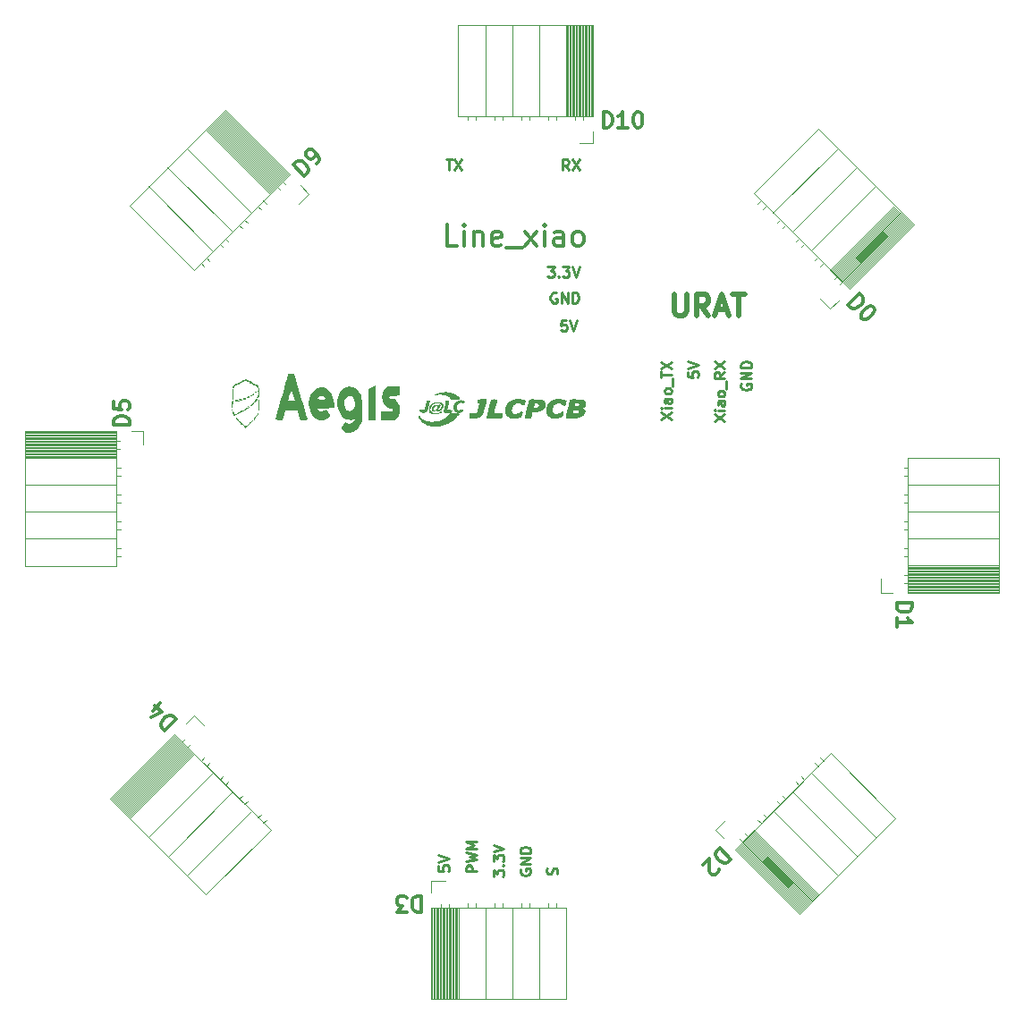
<source format=gbr>
%TF.GenerationSoftware,KiCad,Pcbnew,7.0.9*%
%TF.CreationDate,2025-01-15T21:52:53+09:00*%
%TF.ProjectId,line_main_robot2,6c696e65-5f6d-4616-996e-5f726f626f74,rev?*%
%TF.SameCoordinates,Original*%
%TF.FileFunction,Legend,Top*%
%TF.FilePolarity,Positive*%
%FSLAX46Y46*%
G04 Gerber Fmt 4.6, Leading zero omitted, Abs format (unit mm)*
G04 Created by KiCad (PCBNEW 7.0.9) date 2025-01-15 21:52:53*
%MOMM*%
%LPD*%
G01*
G04 APERTURE LIST*
%ADD10C,0.300000*%
%ADD11C,0.250000*%
%ADD12C,0.500000*%
%ADD13C,0.120000*%
%ADD14C,0.010000*%
G04 APERTURE END LIST*
D10*
X156328917Y-131107484D02*
X157389577Y-132168145D01*
X157389577Y-132168145D02*
X157137039Y-132420683D01*
X157137039Y-132420683D02*
X156935008Y-132521698D01*
X156935008Y-132521698D02*
X156732978Y-132521698D01*
X156732978Y-132521698D02*
X156581455Y-132471190D01*
X156581455Y-132471190D02*
X156328917Y-132319667D01*
X156328917Y-132319667D02*
X156177394Y-132168145D01*
X156177394Y-132168145D02*
X156025871Y-131915606D01*
X156025871Y-131915606D02*
X155975363Y-131764084D01*
X155975363Y-131764084D02*
X155975363Y-131562053D01*
X155975363Y-131562053D02*
X156076378Y-131360022D01*
X156076378Y-131360022D02*
X156328917Y-131107484D01*
X156278409Y-133077282D02*
X156278409Y-133178297D01*
X156278409Y-133178297D02*
X156227901Y-133329820D01*
X156227901Y-133329820D02*
X155975363Y-133582358D01*
X155975363Y-133582358D02*
X155823840Y-133632866D01*
X155823840Y-133632866D02*
X155722825Y-133632866D01*
X155722825Y-133632866D02*
X155571302Y-133582358D01*
X155571302Y-133582358D02*
X155470287Y-133481343D01*
X155470287Y-133481343D02*
X155369272Y-133279312D01*
X155369272Y-133279312D02*
X155369272Y-132067129D01*
X155369272Y-132067129D02*
X154712673Y-132723728D01*
D11*
X158398417Y-87143481D02*
X158350798Y-87238719D01*
X158350798Y-87238719D02*
X158350798Y-87381576D01*
X158350798Y-87381576D02*
X158398417Y-87524433D01*
X158398417Y-87524433D02*
X158493655Y-87619671D01*
X158493655Y-87619671D02*
X158588893Y-87667290D01*
X158588893Y-87667290D02*
X158779369Y-87714909D01*
X158779369Y-87714909D02*
X158922226Y-87714909D01*
X158922226Y-87714909D02*
X159112702Y-87667290D01*
X159112702Y-87667290D02*
X159207940Y-87619671D01*
X159207940Y-87619671D02*
X159303179Y-87524433D01*
X159303179Y-87524433D02*
X159350798Y-87381576D01*
X159350798Y-87381576D02*
X159350798Y-87286338D01*
X159350798Y-87286338D02*
X159303179Y-87143481D01*
X159303179Y-87143481D02*
X159255559Y-87095862D01*
X159255559Y-87095862D02*
X158922226Y-87095862D01*
X158922226Y-87095862D02*
X158922226Y-87286338D01*
X159350798Y-86667290D02*
X158350798Y-86667290D01*
X158350798Y-86667290D02*
X159350798Y-86095862D01*
X159350798Y-86095862D02*
X158350798Y-86095862D01*
X159350798Y-85619671D02*
X158350798Y-85619671D01*
X158350798Y-85619671D02*
X158350798Y-85381576D01*
X158350798Y-85381576D02*
X158398417Y-85238719D01*
X158398417Y-85238719D02*
X158493655Y-85143481D01*
X158493655Y-85143481D02*
X158588893Y-85095862D01*
X158588893Y-85095862D02*
X158779369Y-85048243D01*
X158779369Y-85048243D02*
X158922226Y-85048243D01*
X158922226Y-85048243D02*
X159112702Y-85095862D01*
X159112702Y-85095862D02*
X159207940Y-85143481D01*
X159207940Y-85143481D02*
X159303179Y-85238719D01*
X159303179Y-85238719D02*
X159350798Y-85381576D01*
X159350798Y-85381576D02*
X159350798Y-85619671D01*
D10*
X145315689Y-62895687D02*
X145315689Y-61395687D01*
X145315689Y-61395687D02*
X145672832Y-61395687D01*
X145672832Y-61395687D02*
X145887118Y-61467116D01*
X145887118Y-61467116D02*
X146029975Y-61609973D01*
X146029975Y-61609973D02*
X146101404Y-61752830D01*
X146101404Y-61752830D02*
X146172832Y-62038544D01*
X146172832Y-62038544D02*
X146172832Y-62252830D01*
X146172832Y-62252830D02*
X146101404Y-62538544D01*
X146101404Y-62538544D02*
X146029975Y-62681401D01*
X146029975Y-62681401D02*
X145887118Y-62824259D01*
X145887118Y-62824259D02*
X145672832Y-62895687D01*
X145672832Y-62895687D02*
X145315689Y-62895687D01*
X147601404Y-62895687D02*
X146744261Y-62895687D01*
X147172832Y-62895687D02*
X147172832Y-61395687D01*
X147172832Y-61395687D02*
X147029975Y-61609973D01*
X147029975Y-61609973D02*
X146887118Y-61752830D01*
X146887118Y-61752830D02*
X146744261Y-61824259D01*
X148529975Y-61395687D02*
X148672832Y-61395687D01*
X148672832Y-61395687D02*
X148815689Y-61467116D01*
X148815689Y-61467116D02*
X148887118Y-61538544D01*
X148887118Y-61538544D02*
X148958546Y-61681401D01*
X148958546Y-61681401D02*
X149029975Y-61967116D01*
X149029975Y-61967116D02*
X149029975Y-62324259D01*
X149029975Y-62324259D02*
X148958546Y-62609973D01*
X148958546Y-62609973D02*
X148887118Y-62752830D01*
X148887118Y-62752830D02*
X148815689Y-62824259D01*
X148815689Y-62824259D02*
X148672832Y-62895687D01*
X148672832Y-62895687D02*
X148529975Y-62895687D01*
X148529975Y-62895687D02*
X148387118Y-62824259D01*
X148387118Y-62824259D02*
X148315689Y-62752830D01*
X148315689Y-62752830D02*
X148244260Y-62609973D01*
X148244260Y-62609973D02*
X148172832Y-62324259D01*
X148172832Y-62324259D02*
X148172832Y-61967116D01*
X148172832Y-61967116D02*
X148244260Y-61681401D01*
X148244260Y-61681401D02*
X148315689Y-61538544D01*
X148315689Y-61538544D02*
X148387118Y-61467116D01*
X148387118Y-61467116D02*
X148529975Y-61395687D01*
X100465687Y-91039310D02*
X98965687Y-91039310D01*
X98965687Y-91039310D02*
X98965687Y-90682167D01*
X98965687Y-90682167D02*
X99037116Y-90467881D01*
X99037116Y-90467881D02*
X99179973Y-90325024D01*
X99179973Y-90325024D02*
X99322830Y-90253595D01*
X99322830Y-90253595D02*
X99608544Y-90182167D01*
X99608544Y-90182167D02*
X99822830Y-90182167D01*
X99822830Y-90182167D02*
X100108544Y-90253595D01*
X100108544Y-90253595D02*
X100251401Y-90325024D01*
X100251401Y-90325024D02*
X100394259Y-90467881D01*
X100394259Y-90467881D02*
X100465687Y-90682167D01*
X100465687Y-90682167D02*
X100465687Y-91039310D01*
X98965687Y-88825024D02*
X98965687Y-89539310D01*
X98965687Y-89539310D02*
X99679973Y-89610738D01*
X99679973Y-89610738D02*
X99608544Y-89539310D01*
X99608544Y-89539310D02*
X99537116Y-89396453D01*
X99537116Y-89396453D02*
X99537116Y-89039310D01*
X99537116Y-89039310D02*
X99608544Y-88896453D01*
X99608544Y-88896453D02*
X99679973Y-88825024D01*
X99679973Y-88825024D02*
X99822830Y-88753595D01*
X99822830Y-88753595D02*
X100179973Y-88753595D01*
X100179973Y-88753595D02*
X100322830Y-88825024D01*
X100322830Y-88825024D02*
X100394259Y-88896453D01*
X100394259Y-88896453D02*
X100465687Y-89039310D01*
X100465687Y-89039310D02*
X100465687Y-89396453D01*
X100465687Y-89396453D02*
X100394259Y-89539310D01*
X100394259Y-89539310D02*
X100322830Y-89610738D01*
X117033405Y-67450193D02*
X115972745Y-66389532D01*
X115972745Y-66389532D02*
X116225283Y-66136994D01*
X116225283Y-66136994D02*
X116427314Y-66035979D01*
X116427314Y-66035979D02*
X116629344Y-66035979D01*
X116629344Y-66035979D02*
X116780867Y-66086487D01*
X116780867Y-66086487D02*
X117033405Y-66238010D01*
X117033405Y-66238010D02*
X117184928Y-66389532D01*
X117184928Y-66389532D02*
X117336451Y-66642071D01*
X117336451Y-66642071D02*
X117386959Y-66793593D01*
X117386959Y-66793593D02*
X117386959Y-66995624D01*
X117386959Y-66995624D02*
X117285944Y-67197655D01*
X117285944Y-67197655D02*
X117033405Y-67450193D01*
X118144573Y-66339025D02*
X118346604Y-66136994D01*
X118346604Y-66136994D02*
X118397111Y-65985471D01*
X118397111Y-65985471D02*
X118397111Y-65884456D01*
X118397111Y-65884456D02*
X118346604Y-65631918D01*
X118346604Y-65631918D02*
X118195081Y-65379380D01*
X118195081Y-65379380D02*
X117791020Y-64975319D01*
X117791020Y-64975319D02*
X117639497Y-64924811D01*
X117639497Y-64924811D02*
X117538482Y-64924811D01*
X117538482Y-64924811D02*
X117386959Y-64975319D01*
X117386959Y-64975319D02*
X117184928Y-65177349D01*
X117184928Y-65177349D02*
X117134421Y-65328872D01*
X117134421Y-65328872D02*
X117134421Y-65429888D01*
X117134421Y-65429888D02*
X117184928Y-65581410D01*
X117184928Y-65581410D02*
X117437466Y-65833949D01*
X117437466Y-65833949D02*
X117588989Y-65884456D01*
X117588989Y-65884456D02*
X117690005Y-65884456D01*
X117690005Y-65884456D02*
X117841527Y-65833949D01*
X117841527Y-65833949D02*
X118043558Y-65631918D01*
X118043558Y-65631918D02*
X118094066Y-65480395D01*
X118094066Y-65480395D02*
X118094066Y-65379380D01*
X118094066Y-65379380D02*
X118043558Y-65227857D01*
D11*
X140043509Y-76059478D02*
X140662556Y-76059478D01*
X140662556Y-76059478D02*
X140329223Y-76440430D01*
X140329223Y-76440430D02*
X140472080Y-76440430D01*
X140472080Y-76440430D02*
X140567318Y-76488049D01*
X140567318Y-76488049D02*
X140614937Y-76535668D01*
X140614937Y-76535668D02*
X140662556Y-76630906D01*
X140662556Y-76630906D02*
X140662556Y-76869001D01*
X140662556Y-76869001D02*
X140614937Y-76964239D01*
X140614937Y-76964239D02*
X140567318Y-77011859D01*
X140567318Y-77011859D02*
X140472080Y-77059478D01*
X140472080Y-77059478D02*
X140186366Y-77059478D01*
X140186366Y-77059478D02*
X140091128Y-77011859D01*
X140091128Y-77011859D02*
X140043509Y-76964239D01*
X141091128Y-76964239D02*
X141138747Y-77011859D01*
X141138747Y-77011859D02*
X141091128Y-77059478D01*
X141091128Y-77059478D02*
X141043509Y-77011859D01*
X141043509Y-77011859D02*
X141091128Y-76964239D01*
X141091128Y-76964239D02*
X141091128Y-77059478D01*
X141472080Y-76059478D02*
X142091127Y-76059478D01*
X142091127Y-76059478D02*
X141757794Y-76440430D01*
X141757794Y-76440430D02*
X141900651Y-76440430D01*
X141900651Y-76440430D02*
X141995889Y-76488049D01*
X141995889Y-76488049D02*
X142043508Y-76535668D01*
X142043508Y-76535668D02*
X142091127Y-76630906D01*
X142091127Y-76630906D02*
X142091127Y-76869001D01*
X142091127Y-76869001D02*
X142043508Y-76964239D01*
X142043508Y-76964239D02*
X141995889Y-77011859D01*
X141995889Y-77011859D02*
X141900651Y-77059478D01*
X141900651Y-77059478D02*
X141614937Y-77059478D01*
X141614937Y-77059478D02*
X141519699Y-77011859D01*
X141519699Y-77011859D02*
X141472080Y-76964239D01*
X142376842Y-76059478D02*
X142710175Y-77059478D01*
X142710175Y-77059478D02*
X143043508Y-76059478D01*
X129725798Y-132766100D02*
X129725798Y-133242290D01*
X129725798Y-133242290D02*
X130201988Y-133289909D01*
X130201988Y-133289909D02*
X130154369Y-133242290D01*
X130154369Y-133242290D02*
X130106750Y-133147052D01*
X130106750Y-133147052D02*
X130106750Y-132908957D01*
X130106750Y-132908957D02*
X130154369Y-132813719D01*
X130154369Y-132813719D02*
X130201988Y-132766100D01*
X130201988Y-132766100D02*
X130297226Y-132718481D01*
X130297226Y-132718481D02*
X130535321Y-132718481D01*
X130535321Y-132718481D02*
X130630559Y-132766100D01*
X130630559Y-132766100D02*
X130678179Y-132813719D01*
X130678179Y-132813719D02*
X130725798Y-132908957D01*
X130725798Y-132908957D02*
X130725798Y-133147052D01*
X130725798Y-133147052D02*
X130678179Y-133242290D01*
X130678179Y-133242290D02*
X130630559Y-133289909D01*
X129725798Y-132432766D02*
X130725798Y-132099433D01*
X130725798Y-132099433D02*
X129725798Y-131766100D01*
X150775798Y-90487528D02*
X151775798Y-89820862D01*
X150775798Y-89820862D02*
X151775798Y-90487528D01*
X151775798Y-89439909D02*
X151109131Y-89439909D01*
X150775798Y-89439909D02*
X150823417Y-89487528D01*
X150823417Y-89487528D02*
X150871036Y-89439909D01*
X150871036Y-89439909D02*
X150823417Y-89392290D01*
X150823417Y-89392290D02*
X150775798Y-89439909D01*
X150775798Y-89439909D02*
X150871036Y-89439909D01*
X151775798Y-88535148D02*
X151251988Y-88535148D01*
X151251988Y-88535148D02*
X151156750Y-88582767D01*
X151156750Y-88582767D02*
X151109131Y-88678005D01*
X151109131Y-88678005D02*
X151109131Y-88868481D01*
X151109131Y-88868481D02*
X151156750Y-88963719D01*
X151728179Y-88535148D02*
X151775798Y-88630386D01*
X151775798Y-88630386D02*
X151775798Y-88868481D01*
X151775798Y-88868481D02*
X151728179Y-88963719D01*
X151728179Y-88963719D02*
X151632940Y-89011338D01*
X151632940Y-89011338D02*
X151537702Y-89011338D01*
X151537702Y-89011338D02*
X151442464Y-88963719D01*
X151442464Y-88963719D02*
X151394845Y-88868481D01*
X151394845Y-88868481D02*
X151394845Y-88630386D01*
X151394845Y-88630386D02*
X151347226Y-88535148D01*
X151775798Y-87916100D02*
X151728179Y-88011338D01*
X151728179Y-88011338D02*
X151680559Y-88058957D01*
X151680559Y-88058957D02*
X151585321Y-88106576D01*
X151585321Y-88106576D02*
X151299607Y-88106576D01*
X151299607Y-88106576D02*
X151204369Y-88058957D01*
X151204369Y-88058957D02*
X151156750Y-88011338D01*
X151156750Y-88011338D02*
X151109131Y-87916100D01*
X151109131Y-87916100D02*
X151109131Y-87773243D01*
X151109131Y-87773243D02*
X151156750Y-87678005D01*
X151156750Y-87678005D02*
X151204369Y-87630386D01*
X151204369Y-87630386D02*
X151299607Y-87582767D01*
X151299607Y-87582767D02*
X151585321Y-87582767D01*
X151585321Y-87582767D02*
X151680559Y-87630386D01*
X151680559Y-87630386D02*
X151728179Y-87678005D01*
X151728179Y-87678005D02*
X151775798Y-87773243D01*
X151775798Y-87773243D02*
X151775798Y-87916100D01*
X151871036Y-87392291D02*
X151871036Y-86630386D01*
X150775798Y-86535147D02*
X150775798Y-85963719D01*
X151775798Y-86249433D02*
X150775798Y-86249433D01*
X150775798Y-85725623D02*
X151775798Y-85058957D01*
X150775798Y-85058957D02*
X151775798Y-85725623D01*
D10*
X168509806Y-79648760D02*
X169570467Y-78588100D01*
X169570467Y-78588100D02*
X169823005Y-78840638D01*
X169823005Y-78840638D02*
X169924020Y-79042669D01*
X169924020Y-79042669D02*
X169924020Y-79244699D01*
X169924020Y-79244699D02*
X169873512Y-79396222D01*
X169873512Y-79396222D02*
X169721989Y-79648760D01*
X169721989Y-79648760D02*
X169570467Y-79800283D01*
X169570467Y-79800283D02*
X169317928Y-79951806D01*
X169317928Y-79951806D02*
X169166406Y-80002314D01*
X169166406Y-80002314D02*
X168964375Y-80002314D01*
X168964375Y-80002314D02*
X168762344Y-79901299D01*
X168762344Y-79901299D02*
X168509806Y-79648760D01*
X170833157Y-79850791D02*
X170934172Y-79951806D01*
X170934172Y-79951806D02*
X170984680Y-80103329D01*
X170984680Y-80103329D02*
X170984680Y-80204344D01*
X170984680Y-80204344D02*
X170934172Y-80355867D01*
X170934172Y-80355867D02*
X170782650Y-80608405D01*
X170782650Y-80608405D02*
X170530111Y-80860943D01*
X170530111Y-80860943D02*
X170277573Y-81012466D01*
X170277573Y-81012466D02*
X170126050Y-81062974D01*
X170126050Y-81062974D02*
X170025035Y-81062974D01*
X170025035Y-81062974D02*
X169873512Y-81012466D01*
X169873512Y-81012466D02*
X169772497Y-80911451D01*
X169772497Y-80911451D02*
X169721989Y-80759928D01*
X169721989Y-80759928D02*
X169721989Y-80658913D01*
X169721989Y-80658913D02*
X169772497Y-80507390D01*
X169772497Y-80507390D02*
X169924020Y-80254852D01*
X169924020Y-80254852D02*
X170176558Y-80002314D01*
X170176558Y-80002314D02*
X170429096Y-79850791D01*
X170429096Y-79850791D02*
X170580619Y-79800283D01*
X170580619Y-79800283D02*
X170681634Y-79800283D01*
X170681634Y-79800283D02*
X170833157Y-79850791D01*
D11*
X153325798Y-86016100D02*
X153325798Y-86492290D01*
X153325798Y-86492290D02*
X153801988Y-86539909D01*
X153801988Y-86539909D02*
X153754369Y-86492290D01*
X153754369Y-86492290D02*
X153706750Y-86397052D01*
X153706750Y-86397052D02*
X153706750Y-86158957D01*
X153706750Y-86158957D02*
X153754369Y-86063719D01*
X153754369Y-86063719D02*
X153801988Y-86016100D01*
X153801988Y-86016100D02*
X153897226Y-85968481D01*
X153897226Y-85968481D02*
X154135321Y-85968481D01*
X154135321Y-85968481D02*
X154230559Y-86016100D01*
X154230559Y-86016100D02*
X154278179Y-86063719D01*
X154278179Y-86063719D02*
X154325798Y-86158957D01*
X154325798Y-86158957D02*
X154325798Y-86397052D01*
X154325798Y-86397052D02*
X154278179Y-86492290D01*
X154278179Y-86492290D02*
X154230559Y-86539909D01*
X153325798Y-85682766D02*
X154325798Y-85349433D01*
X154325798Y-85349433D02*
X153325798Y-85016100D01*
X140887556Y-78532097D02*
X140792318Y-78484478D01*
X140792318Y-78484478D02*
X140649461Y-78484478D01*
X140649461Y-78484478D02*
X140506604Y-78532097D01*
X140506604Y-78532097D02*
X140411366Y-78627335D01*
X140411366Y-78627335D02*
X140363747Y-78722573D01*
X140363747Y-78722573D02*
X140316128Y-78913049D01*
X140316128Y-78913049D02*
X140316128Y-79055906D01*
X140316128Y-79055906D02*
X140363747Y-79246382D01*
X140363747Y-79246382D02*
X140411366Y-79341620D01*
X140411366Y-79341620D02*
X140506604Y-79436859D01*
X140506604Y-79436859D02*
X140649461Y-79484478D01*
X140649461Y-79484478D02*
X140744699Y-79484478D01*
X140744699Y-79484478D02*
X140887556Y-79436859D01*
X140887556Y-79436859D02*
X140935175Y-79389239D01*
X140935175Y-79389239D02*
X140935175Y-79055906D01*
X140935175Y-79055906D02*
X140744699Y-79055906D01*
X141363747Y-79484478D02*
X141363747Y-78484478D01*
X141363747Y-78484478D02*
X141935175Y-79484478D01*
X141935175Y-79484478D02*
X141935175Y-78484478D01*
X142411366Y-79484478D02*
X142411366Y-78484478D01*
X142411366Y-78484478D02*
X142649461Y-78484478D01*
X142649461Y-78484478D02*
X142792318Y-78532097D01*
X142792318Y-78532097D02*
X142887556Y-78627335D01*
X142887556Y-78627335D02*
X142935175Y-78722573D01*
X142935175Y-78722573D02*
X142982794Y-78913049D01*
X142982794Y-78913049D02*
X142982794Y-79055906D01*
X142982794Y-79055906D02*
X142935175Y-79246382D01*
X142935175Y-79246382D02*
X142887556Y-79341620D01*
X142887556Y-79341620D02*
X142792318Y-79436859D01*
X142792318Y-79436859D02*
X142649461Y-79484478D01*
X142649461Y-79484478D02*
X142411366Y-79484478D01*
D10*
X173089312Y-107895689D02*
X174589312Y-107895689D01*
X174589312Y-107895689D02*
X174589312Y-108252832D01*
X174589312Y-108252832D02*
X174517883Y-108467118D01*
X174517883Y-108467118D02*
X174375026Y-108609975D01*
X174375026Y-108609975D02*
X174232169Y-108681404D01*
X174232169Y-108681404D02*
X173946455Y-108752832D01*
X173946455Y-108752832D02*
X173732169Y-108752832D01*
X173732169Y-108752832D02*
X173446455Y-108681404D01*
X173446455Y-108681404D02*
X173303598Y-108609975D01*
X173303598Y-108609975D02*
X173160741Y-108467118D01*
X173160741Y-108467118D02*
X173089312Y-108252832D01*
X173089312Y-108252832D02*
X173089312Y-107895689D01*
X173089312Y-110181404D02*
X173089312Y-109324261D01*
X173089312Y-109752832D02*
X174589312Y-109752832D01*
X174589312Y-109752832D02*
X174375026Y-109609975D01*
X174375026Y-109609975D02*
X174232169Y-109467118D01*
X174232169Y-109467118D02*
X174160741Y-109324261D01*
D11*
X142035175Y-66909478D02*
X141701842Y-66433287D01*
X141463747Y-66909478D02*
X141463747Y-65909478D01*
X141463747Y-65909478D02*
X141844699Y-65909478D01*
X141844699Y-65909478D02*
X141939937Y-65957097D01*
X141939937Y-65957097D02*
X141987556Y-66004716D01*
X141987556Y-66004716D02*
X142035175Y-66099954D01*
X142035175Y-66099954D02*
X142035175Y-66242811D01*
X142035175Y-66242811D02*
X141987556Y-66338049D01*
X141987556Y-66338049D02*
X141939937Y-66385668D01*
X141939937Y-66385668D02*
X141844699Y-66433287D01*
X141844699Y-66433287D02*
X141463747Y-66433287D01*
X142368509Y-65909478D02*
X143035175Y-66909478D01*
X143035175Y-65909478D02*
X142368509Y-66909478D01*
D10*
X128064310Y-135644312D02*
X128064310Y-137144312D01*
X128064310Y-137144312D02*
X127707167Y-137144312D01*
X127707167Y-137144312D02*
X127492881Y-137072883D01*
X127492881Y-137072883D02*
X127350024Y-136930026D01*
X127350024Y-136930026D02*
X127278595Y-136787169D01*
X127278595Y-136787169D02*
X127207167Y-136501455D01*
X127207167Y-136501455D02*
X127207167Y-136287169D01*
X127207167Y-136287169D02*
X127278595Y-136001455D01*
X127278595Y-136001455D02*
X127350024Y-135858598D01*
X127350024Y-135858598D02*
X127492881Y-135715741D01*
X127492881Y-135715741D02*
X127707167Y-135644312D01*
X127707167Y-135644312D02*
X128064310Y-135644312D01*
X126707167Y-137144312D02*
X125778595Y-137144312D01*
X125778595Y-137144312D02*
X126278595Y-136572883D01*
X126278595Y-136572883D02*
X126064310Y-136572883D01*
X126064310Y-136572883D02*
X125921453Y-136501455D01*
X125921453Y-136501455D02*
X125850024Y-136430026D01*
X125850024Y-136430026D02*
X125778595Y-136287169D01*
X125778595Y-136287169D02*
X125778595Y-135930026D01*
X125778595Y-135930026D02*
X125850024Y-135787169D01*
X125850024Y-135787169D02*
X125921453Y-135715741D01*
X125921453Y-135715741D02*
X126064310Y-135644312D01*
X126064310Y-135644312D02*
X126492881Y-135644312D01*
X126492881Y-135644312D02*
X126635738Y-135715741D01*
X126635738Y-135715741D02*
X126707167Y-135787169D01*
D11*
X130445890Y-65909478D02*
X131017318Y-65909478D01*
X130731604Y-66909478D02*
X130731604Y-65909478D01*
X131255414Y-65909478D02*
X131922080Y-66909478D01*
X131922080Y-65909478D02*
X131255414Y-66909478D01*
X155825798Y-90712528D02*
X156825798Y-90045862D01*
X155825798Y-90045862D02*
X156825798Y-90712528D01*
X156825798Y-89664909D02*
X156159131Y-89664909D01*
X155825798Y-89664909D02*
X155873417Y-89712528D01*
X155873417Y-89712528D02*
X155921036Y-89664909D01*
X155921036Y-89664909D02*
X155873417Y-89617290D01*
X155873417Y-89617290D02*
X155825798Y-89664909D01*
X155825798Y-89664909D02*
X155921036Y-89664909D01*
X156825798Y-88760148D02*
X156301988Y-88760148D01*
X156301988Y-88760148D02*
X156206750Y-88807767D01*
X156206750Y-88807767D02*
X156159131Y-88903005D01*
X156159131Y-88903005D02*
X156159131Y-89093481D01*
X156159131Y-89093481D02*
X156206750Y-89188719D01*
X156778179Y-88760148D02*
X156825798Y-88855386D01*
X156825798Y-88855386D02*
X156825798Y-89093481D01*
X156825798Y-89093481D02*
X156778179Y-89188719D01*
X156778179Y-89188719D02*
X156682940Y-89236338D01*
X156682940Y-89236338D02*
X156587702Y-89236338D01*
X156587702Y-89236338D02*
X156492464Y-89188719D01*
X156492464Y-89188719D02*
X156444845Y-89093481D01*
X156444845Y-89093481D02*
X156444845Y-88855386D01*
X156444845Y-88855386D02*
X156397226Y-88760148D01*
X156825798Y-88141100D02*
X156778179Y-88236338D01*
X156778179Y-88236338D02*
X156730559Y-88283957D01*
X156730559Y-88283957D02*
X156635321Y-88331576D01*
X156635321Y-88331576D02*
X156349607Y-88331576D01*
X156349607Y-88331576D02*
X156254369Y-88283957D01*
X156254369Y-88283957D02*
X156206750Y-88236338D01*
X156206750Y-88236338D02*
X156159131Y-88141100D01*
X156159131Y-88141100D02*
X156159131Y-87998243D01*
X156159131Y-87998243D02*
X156206750Y-87903005D01*
X156206750Y-87903005D02*
X156254369Y-87855386D01*
X156254369Y-87855386D02*
X156349607Y-87807767D01*
X156349607Y-87807767D02*
X156635321Y-87807767D01*
X156635321Y-87807767D02*
X156730559Y-87855386D01*
X156730559Y-87855386D02*
X156778179Y-87903005D01*
X156778179Y-87903005D02*
X156825798Y-87998243D01*
X156825798Y-87998243D02*
X156825798Y-88141100D01*
X156921036Y-87617291D02*
X156921036Y-86855386D01*
X156825798Y-86045862D02*
X156349607Y-86379195D01*
X156825798Y-86617290D02*
X155825798Y-86617290D01*
X155825798Y-86617290D02*
X155825798Y-86236338D01*
X155825798Y-86236338D02*
X155873417Y-86141100D01*
X155873417Y-86141100D02*
X155921036Y-86093481D01*
X155921036Y-86093481D02*
X156016274Y-86045862D01*
X156016274Y-86045862D02*
X156159131Y-86045862D01*
X156159131Y-86045862D02*
X156254369Y-86093481D01*
X156254369Y-86093481D02*
X156301988Y-86141100D01*
X156301988Y-86141100D02*
X156349607Y-86236338D01*
X156349607Y-86236338D02*
X156349607Y-86617290D01*
X155825798Y-85712528D02*
X156825798Y-85045862D01*
X155825798Y-85045862D02*
X156825798Y-85712528D01*
X141839937Y-81134478D02*
X141363747Y-81134478D01*
X141363747Y-81134478D02*
X141316128Y-81610668D01*
X141316128Y-81610668D02*
X141363747Y-81563049D01*
X141363747Y-81563049D02*
X141458985Y-81515430D01*
X141458985Y-81515430D02*
X141697080Y-81515430D01*
X141697080Y-81515430D02*
X141792318Y-81563049D01*
X141792318Y-81563049D02*
X141839937Y-81610668D01*
X141839937Y-81610668D02*
X141887556Y-81705906D01*
X141887556Y-81705906D02*
X141887556Y-81944001D01*
X141887556Y-81944001D02*
X141839937Y-82039239D01*
X141839937Y-82039239D02*
X141792318Y-82086859D01*
X141792318Y-82086859D02*
X141697080Y-82134478D01*
X141697080Y-82134478D02*
X141458985Y-82134478D01*
X141458985Y-82134478D02*
X141363747Y-82086859D01*
X141363747Y-82086859D02*
X141316128Y-82039239D01*
X142173271Y-81134478D02*
X142506604Y-82134478D01*
X142506604Y-82134478D02*
X142839937Y-81134478D01*
X134900798Y-133787528D02*
X134900798Y-133168481D01*
X134900798Y-133168481D02*
X135281750Y-133501814D01*
X135281750Y-133501814D02*
X135281750Y-133358957D01*
X135281750Y-133358957D02*
X135329369Y-133263719D01*
X135329369Y-133263719D02*
X135376988Y-133216100D01*
X135376988Y-133216100D02*
X135472226Y-133168481D01*
X135472226Y-133168481D02*
X135710321Y-133168481D01*
X135710321Y-133168481D02*
X135805559Y-133216100D01*
X135805559Y-133216100D02*
X135853179Y-133263719D01*
X135853179Y-133263719D02*
X135900798Y-133358957D01*
X135900798Y-133358957D02*
X135900798Y-133644671D01*
X135900798Y-133644671D02*
X135853179Y-133739909D01*
X135853179Y-133739909D02*
X135805559Y-133787528D01*
X135805559Y-132739909D02*
X135853179Y-132692290D01*
X135853179Y-132692290D02*
X135900798Y-132739909D01*
X135900798Y-132739909D02*
X135853179Y-132787528D01*
X135853179Y-132787528D02*
X135805559Y-132739909D01*
X135805559Y-132739909D02*
X135900798Y-132739909D01*
X134900798Y-132358957D02*
X134900798Y-131739910D01*
X134900798Y-131739910D02*
X135281750Y-132073243D01*
X135281750Y-132073243D02*
X135281750Y-131930386D01*
X135281750Y-131930386D02*
X135329369Y-131835148D01*
X135329369Y-131835148D02*
X135376988Y-131787529D01*
X135376988Y-131787529D02*
X135472226Y-131739910D01*
X135472226Y-131739910D02*
X135710321Y-131739910D01*
X135710321Y-131739910D02*
X135805559Y-131787529D01*
X135805559Y-131787529D02*
X135853179Y-131835148D01*
X135853179Y-131835148D02*
X135900798Y-131930386D01*
X135900798Y-131930386D02*
X135900798Y-132216100D01*
X135900798Y-132216100D02*
X135853179Y-132311338D01*
X135853179Y-132311338D02*
X135805559Y-132358957D01*
X134900798Y-131454195D02*
X135900798Y-131120862D01*
X135900798Y-131120862D02*
X134900798Y-130787529D01*
X133350798Y-133292290D02*
X132350798Y-133292290D01*
X132350798Y-133292290D02*
X132350798Y-132911338D01*
X132350798Y-132911338D02*
X132398417Y-132816100D01*
X132398417Y-132816100D02*
X132446036Y-132768481D01*
X132446036Y-132768481D02*
X132541274Y-132720862D01*
X132541274Y-132720862D02*
X132684131Y-132720862D01*
X132684131Y-132720862D02*
X132779369Y-132768481D01*
X132779369Y-132768481D02*
X132826988Y-132816100D01*
X132826988Y-132816100D02*
X132874607Y-132911338D01*
X132874607Y-132911338D02*
X132874607Y-133292290D01*
X132350798Y-132387528D02*
X133350798Y-132149433D01*
X133350798Y-132149433D02*
X132636512Y-131958957D01*
X132636512Y-131958957D02*
X133350798Y-131768481D01*
X133350798Y-131768481D02*
X132350798Y-131530386D01*
X133350798Y-131149433D02*
X132350798Y-131149433D01*
X132350798Y-131149433D02*
X133065083Y-130816100D01*
X133065083Y-130816100D02*
X132350798Y-130482767D01*
X132350798Y-130482767D02*
X133350798Y-130482767D01*
X140928179Y-133564909D02*
X140975798Y-133422052D01*
X140975798Y-133422052D02*
X140975798Y-133183957D01*
X140975798Y-133183957D02*
X140928179Y-133088719D01*
X140928179Y-133088719D02*
X140880559Y-133041100D01*
X140880559Y-133041100D02*
X140785321Y-132993481D01*
X140785321Y-132993481D02*
X140690083Y-132993481D01*
X140690083Y-132993481D02*
X140594845Y-133041100D01*
X140594845Y-133041100D02*
X140547226Y-133088719D01*
X140547226Y-133088719D02*
X140499607Y-133183957D01*
X140499607Y-133183957D02*
X140451988Y-133374433D01*
X140451988Y-133374433D02*
X140404369Y-133469671D01*
X140404369Y-133469671D02*
X140356750Y-133517290D01*
X140356750Y-133517290D02*
X140261512Y-133564909D01*
X140261512Y-133564909D02*
X140166274Y-133564909D01*
X140166274Y-133564909D02*
X140071036Y-133517290D01*
X140071036Y-133517290D02*
X140023417Y-133469671D01*
X140023417Y-133469671D02*
X139975798Y-133374433D01*
X139975798Y-133374433D02*
X139975798Y-133136338D01*
X139975798Y-133136338D02*
X140023417Y-132993481D01*
D10*
X104870193Y-118891239D02*
X103809532Y-119951899D01*
X103809532Y-119951899D02*
X103556994Y-119699361D01*
X103556994Y-119699361D02*
X103455979Y-119497330D01*
X103455979Y-119497330D02*
X103455979Y-119295300D01*
X103455979Y-119295300D02*
X103506487Y-119143777D01*
X103506487Y-119143777D02*
X103658010Y-118891239D01*
X103658010Y-118891239D02*
X103809532Y-118739716D01*
X103809532Y-118739716D02*
X104062071Y-118588193D01*
X104062071Y-118588193D02*
X104213593Y-118537685D01*
X104213593Y-118537685D02*
X104415624Y-118537685D01*
X104415624Y-118537685D02*
X104617655Y-118638700D01*
X104617655Y-118638700D02*
X104870193Y-118891239D01*
X102647857Y-118083117D02*
X103354964Y-117376010D01*
X102496334Y-118739716D02*
X103506487Y-118234639D01*
X103506487Y-118234639D02*
X102849888Y-117578040D01*
D11*
X137498417Y-133093481D02*
X137450798Y-133188719D01*
X137450798Y-133188719D02*
X137450798Y-133331576D01*
X137450798Y-133331576D02*
X137498417Y-133474433D01*
X137498417Y-133474433D02*
X137593655Y-133569671D01*
X137593655Y-133569671D02*
X137688893Y-133617290D01*
X137688893Y-133617290D02*
X137879369Y-133664909D01*
X137879369Y-133664909D02*
X138022226Y-133664909D01*
X138022226Y-133664909D02*
X138212702Y-133617290D01*
X138212702Y-133617290D02*
X138307940Y-133569671D01*
X138307940Y-133569671D02*
X138403179Y-133474433D01*
X138403179Y-133474433D02*
X138450798Y-133331576D01*
X138450798Y-133331576D02*
X138450798Y-133236338D01*
X138450798Y-133236338D02*
X138403179Y-133093481D01*
X138403179Y-133093481D02*
X138355559Y-133045862D01*
X138355559Y-133045862D02*
X138022226Y-133045862D01*
X138022226Y-133045862D02*
X138022226Y-133236338D01*
X138450798Y-132617290D02*
X137450798Y-132617290D01*
X137450798Y-132617290D02*
X138450798Y-132045862D01*
X138450798Y-132045862D02*
X137450798Y-132045862D01*
X138450798Y-131569671D02*
X137450798Y-131569671D01*
X137450798Y-131569671D02*
X137450798Y-131331576D01*
X137450798Y-131331576D02*
X137498417Y-131188719D01*
X137498417Y-131188719D02*
X137593655Y-131093481D01*
X137593655Y-131093481D02*
X137688893Y-131045862D01*
X137688893Y-131045862D02*
X137879369Y-130998243D01*
X137879369Y-130998243D02*
X138022226Y-130998243D01*
X138022226Y-130998243D02*
X138212702Y-131045862D01*
X138212702Y-131045862D02*
X138307940Y-131093481D01*
X138307940Y-131093481D02*
X138403179Y-131188719D01*
X138403179Y-131188719D02*
X138450798Y-131331576D01*
X138450798Y-131331576D02*
X138450798Y-131569671D01*
D12*
X152045137Y-78679238D02*
X152045137Y-80298285D01*
X152045137Y-80298285D02*
X152140375Y-80488761D01*
X152140375Y-80488761D02*
X152235613Y-80584000D01*
X152235613Y-80584000D02*
X152426089Y-80679238D01*
X152426089Y-80679238D02*
X152807042Y-80679238D01*
X152807042Y-80679238D02*
X152997518Y-80584000D01*
X152997518Y-80584000D02*
X153092756Y-80488761D01*
X153092756Y-80488761D02*
X153187994Y-80298285D01*
X153187994Y-80298285D02*
X153187994Y-78679238D01*
X155283232Y-80679238D02*
X154616565Y-79726857D01*
X154140375Y-80679238D02*
X154140375Y-78679238D01*
X154140375Y-78679238D02*
X154902280Y-78679238D01*
X154902280Y-78679238D02*
X155092756Y-78774476D01*
X155092756Y-78774476D02*
X155187994Y-78869714D01*
X155187994Y-78869714D02*
X155283232Y-79060190D01*
X155283232Y-79060190D02*
X155283232Y-79345904D01*
X155283232Y-79345904D02*
X155187994Y-79536380D01*
X155187994Y-79536380D02*
X155092756Y-79631619D01*
X155092756Y-79631619D02*
X154902280Y-79726857D01*
X154902280Y-79726857D02*
X154140375Y-79726857D01*
X156045137Y-80107809D02*
X156997518Y-80107809D01*
X155854661Y-80679238D02*
X156521327Y-78679238D01*
X156521327Y-78679238D02*
X157187994Y-80679238D01*
X157568947Y-78679238D02*
X158711804Y-78679238D01*
X158140375Y-80679238D02*
X158140375Y-78679238D01*
D10*
X131459987Y-74079497D02*
X130507606Y-74079497D01*
X130507606Y-74079497D02*
X130507606Y-72079497D01*
X132126654Y-74079497D02*
X132126654Y-72746163D01*
X132126654Y-72079497D02*
X132031416Y-72174735D01*
X132031416Y-72174735D02*
X132126654Y-72269973D01*
X132126654Y-72269973D02*
X132221892Y-72174735D01*
X132221892Y-72174735D02*
X132126654Y-72079497D01*
X132126654Y-72079497D02*
X132126654Y-72269973D01*
X133079035Y-72746163D02*
X133079035Y-74079497D01*
X133079035Y-72936639D02*
X133174273Y-72841401D01*
X133174273Y-72841401D02*
X133364749Y-72746163D01*
X133364749Y-72746163D02*
X133650464Y-72746163D01*
X133650464Y-72746163D02*
X133840940Y-72841401D01*
X133840940Y-72841401D02*
X133936178Y-73031878D01*
X133936178Y-73031878D02*
X133936178Y-74079497D01*
X135650464Y-73984259D02*
X135459988Y-74079497D01*
X135459988Y-74079497D02*
X135079035Y-74079497D01*
X135079035Y-74079497D02*
X134888559Y-73984259D01*
X134888559Y-73984259D02*
X134793321Y-73793782D01*
X134793321Y-73793782D02*
X134793321Y-73031878D01*
X134793321Y-73031878D02*
X134888559Y-72841401D01*
X134888559Y-72841401D02*
X135079035Y-72746163D01*
X135079035Y-72746163D02*
X135459988Y-72746163D01*
X135459988Y-72746163D02*
X135650464Y-72841401D01*
X135650464Y-72841401D02*
X135745702Y-73031878D01*
X135745702Y-73031878D02*
X135745702Y-73222354D01*
X135745702Y-73222354D02*
X134793321Y-73412830D01*
X136126655Y-74269973D02*
X137650464Y-74269973D01*
X137936179Y-74079497D02*
X138983798Y-72746163D01*
X137936179Y-72746163D02*
X138983798Y-74079497D01*
X139745703Y-74079497D02*
X139745703Y-72746163D01*
X139745703Y-72079497D02*
X139650465Y-72174735D01*
X139650465Y-72174735D02*
X139745703Y-72269973D01*
X139745703Y-72269973D02*
X139840941Y-72174735D01*
X139840941Y-72174735D02*
X139745703Y-72079497D01*
X139745703Y-72079497D02*
X139745703Y-72269973D01*
X141555227Y-74079497D02*
X141555227Y-73031878D01*
X141555227Y-73031878D02*
X141459989Y-72841401D01*
X141459989Y-72841401D02*
X141269513Y-72746163D01*
X141269513Y-72746163D02*
X140888560Y-72746163D01*
X140888560Y-72746163D02*
X140698084Y-72841401D01*
X141555227Y-73984259D02*
X141364751Y-74079497D01*
X141364751Y-74079497D02*
X140888560Y-74079497D01*
X140888560Y-74079497D02*
X140698084Y-73984259D01*
X140698084Y-73984259D02*
X140602846Y-73793782D01*
X140602846Y-73793782D02*
X140602846Y-73603306D01*
X140602846Y-73603306D02*
X140698084Y-73412830D01*
X140698084Y-73412830D02*
X140888560Y-73317592D01*
X140888560Y-73317592D02*
X141364751Y-73317592D01*
X141364751Y-73317592D02*
X141555227Y-73222354D01*
X142793322Y-74079497D02*
X142602846Y-73984259D01*
X142602846Y-73984259D02*
X142507608Y-73889020D01*
X142507608Y-73889020D02*
X142412370Y-73698544D01*
X142412370Y-73698544D02*
X142412370Y-73127116D01*
X142412370Y-73127116D02*
X142507608Y-72936639D01*
X142507608Y-72936639D02*
X142602846Y-72841401D01*
X142602846Y-72841401D02*
X142793322Y-72746163D01*
X142793322Y-72746163D02*
X143079037Y-72746163D01*
X143079037Y-72746163D02*
X143269513Y-72841401D01*
X143269513Y-72841401D02*
X143364751Y-72936639D01*
X143364751Y-72936639D02*
X143459989Y-73127116D01*
X143459989Y-73127116D02*
X143459989Y-73698544D01*
X143459989Y-73698544D02*
X143364751Y-73889020D01*
X143364751Y-73889020D02*
X143269513Y-73984259D01*
X143269513Y-73984259D02*
X143079037Y-74079497D01*
X143079037Y-74079497D02*
X142793322Y-74079497D01*
D13*
%TO.C,J5*%
X98653793Y-126450450D02*
X107718901Y-135515559D01*
X98653793Y-126450450D02*
X104756124Y-120348119D01*
X98738645Y-126535303D02*
X104840977Y-120432972D01*
X98822151Y-126618809D02*
X104924483Y-120516477D01*
X98905657Y-126702315D02*
X105007988Y-120599983D01*
X98989163Y-126785821D02*
X105091494Y-120683489D01*
X99072668Y-126869326D02*
X105175000Y-120766995D01*
X99156174Y-126952832D02*
X105258506Y-120850501D01*
X99239680Y-127036338D02*
X105342012Y-120934006D01*
X99323186Y-127119844D02*
X105425517Y-121017512D01*
X99406692Y-127203349D02*
X105509023Y-121101018D01*
X99490197Y-127286855D02*
X105592529Y-121184524D01*
X99573703Y-127370361D02*
X105676035Y-121268029D01*
X99657209Y-127453867D02*
X105759540Y-121351535D01*
X99740715Y-127537373D02*
X105843046Y-121435041D01*
X99824220Y-127620878D02*
X105926552Y-121518547D01*
X99907726Y-127704384D02*
X106010058Y-121602053D01*
X99991232Y-127787890D02*
X106093564Y-121685558D01*
X100074738Y-127871396D02*
X106177069Y-121769064D01*
X100158244Y-127954901D02*
X106260575Y-121852570D01*
X100241749Y-128038407D02*
X106344081Y-121936076D01*
X100325255Y-128121913D02*
X106427587Y-122019581D01*
X100408761Y-128205419D02*
X106511092Y-122103087D01*
X100492270Y-128288928D02*
X106594602Y-122186597D01*
X102288321Y-130084979D02*
X108390653Y-123982648D01*
X104084373Y-131881030D02*
X110186704Y-125778699D01*
X105880424Y-133677082D02*
X111982755Y-127574750D01*
X107718901Y-135515559D02*
X113821233Y-129413228D01*
X104756124Y-120348119D02*
X113821233Y-129413228D01*
X105442018Y-121034012D02*
X105689505Y-120786525D01*
X105951135Y-121543129D02*
X106198622Y-121295642D01*
X107238069Y-122830064D02*
X107527983Y-122540150D01*
X107747186Y-123339181D02*
X108037100Y-123049267D01*
X109034120Y-124626115D02*
X109324034Y-124336201D01*
X109543237Y-125135232D02*
X109833151Y-124845318D01*
X110830171Y-126422166D02*
X111120085Y-126132252D01*
X111339288Y-126931283D02*
X111629202Y-126641369D01*
X112626223Y-128218217D02*
X112916136Y-127928304D01*
X113135339Y-128727334D02*
X113425253Y-128437420D01*
X105788500Y-119315743D02*
X106573389Y-118530854D01*
X106573389Y-118530854D02*
X107513841Y-119471306D01*
%TO.C,G\u002A\u002A\u002A*%
D14*
X129255596Y-88963622D02*
X129259179Y-88973359D01*
X129242034Y-88992138D01*
X129227429Y-88994526D01*
X129199261Y-88983096D01*
X129195679Y-88973359D01*
X129212823Y-88954581D01*
X129227429Y-88952193D01*
X129255596Y-88963622D01*
G36*
X129255596Y-88963622D02*
G01*
X129259179Y-88973359D01*
X129242034Y-88992138D01*
X129227429Y-88994526D01*
X129199261Y-88983096D01*
X129195679Y-88973359D01*
X129212823Y-88954581D01*
X129227429Y-88952193D01*
X129255596Y-88963622D01*
G37*
X129826991Y-89836969D02*
X129830679Y-89851776D01*
X129813735Y-89879838D01*
X129798929Y-89883526D01*
X129770866Y-89866583D01*
X129767179Y-89851776D01*
X129784122Y-89823714D01*
X129798929Y-89820026D01*
X129826991Y-89836969D01*
G36*
X129826991Y-89836969D02*
G01*
X129830679Y-89851776D01*
X129813735Y-89879838D01*
X129798929Y-89883526D01*
X129770866Y-89866583D01*
X129767179Y-89851776D01*
X129784122Y-89823714D01*
X129798929Y-89820026D01*
X129826991Y-89836969D01*
G37*
X129953991Y-89519469D02*
X129957679Y-89534276D01*
X129940735Y-89562338D01*
X129925929Y-89566026D01*
X129897866Y-89549083D01*
X129894179Y-89534276D01*
X129911122Y-89506214D01*
X129925929Y-89502526D01*
X129953991Y-89519469D01*
G36*
X129953991Y-89519469D02*
G01*
X129957679Y-89534276D01*
X129940735Y-89562338D01*
X129925929Y-89566026D01*
X129897866Y-89549083D01*
X129894179Y-89534276D01*
X129911122Y-89506214D01*
X129925929Y-89502526D01*
X129953991Y-89519469D01*
G37*
X129953991Y-89773469D02*
X129957679Y-89788276D01*
X129940735Y-89816338D01*
X129925929Y-89820026D01*
X129897866Y-89803083D01*
X129894179Y-89788276D01*
X129911122Y-89760214D01*
X129925929Y-89756526D01*
X129953991Y-89773469D01*
G36*
X129953991Y-89773469D02*
G01*
X129957679Y-89788276D01*
X129940735Y-89816338D01*
X129925929Y-89820026D01*
X129897866Y-89803083D01*
X129894179Y-89788276D01*
X129911122Y-89760214D01*
X129925929Y-89756526D01*
X129953991Y-89773469D01*
G37*
X129659356Y-88870591D02*
X129741648Y-88877365D01*
X129800393Y-88889842D01*
X129826256Y-88907175D01*
X129850793Y-88924285D01*
X129895942Y-88931026D01*
X129945055Y-88940718D01*
X129957679Y-88962776D01*
X129974622Y-88990838D01*
X129989429Y-88994526D01*
X130017491Y-89011469D01*
X130021179Y-89026276D01*
X130038122Y-89054338D01*
X130052929Y-89058026D01*
X130069676Y-89066342D01*
X130079506Y-89096393D01*
X130083951Y-89155835D01*
X130084679Y-89216776D01*
X130083015Y-89300512D01*
X130077005Y-89349665D01*
X130065117Y-89371889D01*
X130052929Y-89375526D01*
X130024866Y-89392469D01*
X130021179Y-89407276D01*
X130004235Y-89435338D01*
X129989429Y-89439026D01*
X129964222Y-89420094D01*
X129957679Y-89375526D01*
X129967145Y-89325113D01*
X129989429Y-89312026D01*
X130010355Y-89299560D01*
X130019888Y-89257175D01*
X130021179Y-89216776D01*
X130017023Y-89153995D01*
X130002895Y-89125399D01*
X129989429Y-89121526D01*
X129964222Y-89102594D01*
X129957679Y-89058026D01*
X129952434Y-89013049D01*
X129927694Y-88996471D01*
X129894179Y-88994526D01*
X129843765Y-88985060D01*
X129830679Y-88962776D01*
X129824310Y-88949087D01*
X129800887Y-88939878D01*
X129753934Y-88934339D01*
X129676974Y-88931660D01*
X129576679Y-88931026D01*
X129463251Y-88928968D01*
X129382654Y-88923343D01*
X129336651Y-88914974D01*
X129327004Y-88904683D01*
X129355475Y-88893292D01*
X129423826Y-88881625D01*
X129461380Y-88877208D01*
X129562830Y-88870283D01*
X129659356Y-88870591D01*
G36*
X129659356Y-88870591D02*
G01*
X129741648Y-88877365D01*
X129800393Y-88889842D01*
X129826256Y-88907175D01*
X129850793Y-88924285D01*
X129895942Y-88931026D01*
X129945055Y-88940718D01*
X129957679Y-88962776D01*
X129974622Y-88990838D01*
X129989429Y-88994526D01*
X130017491Y-89011469D01*
X130021179Y-89026276D01*
X130038122Y-89054338D01*
X130052929Y-89058026D01*
X130069676Y-89066342D01*
X130079506Y-89096393D01*
X130083951Y-89155835D01*
X130084679Y-89216776D01*
X130083015Y-89300512D01*
X130077005Y-89349665D01*
X130065117Y-89371889D01*
X130052929Y-89375526D01*
X130024866Y-89392469D01*
X130021179Y-89407276D01*
X130004235Y-89435338D01*
X129989429Y-89439026D01*
X129964222Y-89420094D01*
X129957679Y-89375526D01*
X129967145Y-89325113D01*
X129989429Y-89312026D01*
X130010355Y-89299560D01*
X130019888Y-89257175D01*
X130021179Y-89216776D01*
X130017023Y-89153995D01*
X130002895Y-89125399D01*
X129989429Y-89121526D01*
X129964222Y-89102594D01*
X129957679Y-89058026D01*
X129952434Y-89013049D01*
X129927694Y-88996471D01*
X129894179Y-88994526D01*
X129843765Y-88985060D01*
X129830679Y-88962776D01*
X129824310Y-88949087D01*
X129800887Y-88939878D01*
X129753934Y-88934339D01*
X129676974Y-88931660D01*
X129576679Y-88931026D01*
X129463251Y-88928968D01*
X129382654Y-88923343D01*
X129336651Y-88914974D01*
X129327004Y-88904683D01*
X129355475Y-88893292D01*
X129423826Y-88881625D01*
X129461380Y-88877208D01*
X129562830Y-88870283D01*
X129659356Y-88870591D01*
G37*
X130602922Y-88742964D02*
X130642514Y-88751608D01*
X130655928Y-88768450D01*
X130656179Y-88772276D01*
X130639235Y-88800338D01*
X130624429Y-88804026D01*
X130607681Y-88812342D01*
X130597851Y-88842393D01*
X130593406Y-88901835D01*
X130592679Y-88962776D01*
X130591015Y-89046512D01*
X130585005Y-89095665D01*
X130573117Y-89117889D01*
X130560929Y-89121526D01*
X130544181Y-89129842D01*
X130534351Y-89159893D01*
X130529906Y-89219335D01*
X130529179Y-89280276D01*
X130527515Y-89364012D01*
X130521505Y-89413165D01*
X130509617Y-89435389D01*
X130497429Y-89439026D01*
X130476502Y-89451491D01*
X130466969Y-89493877D01*
X130465679Y-89534276D01*
X130465679Y-89629526D01*
X130719679Y-89629526D01*
X130829189Y-89630322D01*
X130902862Y-89633250D01*
X130947176Y-89639119D01*
X130968605Y-89648739D01*
X130973679Y-89661276D01*
X130956735Y-89689338D01*
X130941929Y-89693026D01*
X130916722Y-89711958D01*
X130910179Y-89756526D01*
X130910179Y-89820026D01*
X130592679Y-89820026D01*
X130468415Y-89819450D01*
X130380590Y-89817330D01*
X130323319Y-89813077D01*
X130290718Y-89806104D01*
X130276903Y-89795821D01*
X130275179Y-89788276D01*
X130258235Y-89760214D01*
X130243429Y-89756526D01*
X130222502Y-89744060D01*
X130212969Y-89701675D01*
X130211679Y-89661276D01*
X130215834Y-89598495D01*
X130229962Y-89569899D01*
X130243429Y-89566026D01*
X130260176Y-89557710D01*
X130270006Y-89527659D01*
X130274451Y-89468216D01*
X130275179Y-89407276D01*
X130276842Y-89323540D01*
X130282852Y-89274387D01*
X130294740Y-89252163D01*
X130306929Y-89248526D01*
X130323676Y-89240210D01*
X130333506Y-89210159D01*
X130337951Y-89150716D01*
X130338679Y-89089776D01*
X130340342Y-89006040D01*
X130346352Y-88956887D01*
X130358240Y-88934663D01*
X130370429Y-88931026D01*
X130391355Y-88918560D01*
X130400888Y-88876175D01*
X130402179Y-88835776D01*
X130402179Y-88740526D01*
X130529179Y-88740526D01*
X130602922Y-88742964D01*
G36*
X130602922Y-88742964D02*
G01*
X130642514Y-88751608D01*
X130655928Y-88768450D01*
X130656179Y-88772276D01*
X130639235Y-88800338D01*
X130624429Y-88804026D01*
X130607681Y-88812342D01*
X130597851Y-88842393D01*
X130593406Y-88901835D01*
X130592679Y-88962776D01*
X130591015Y-89046512D01*
X130585005Y-89095665D01*
X130573117Y-89117889D01*
X130560929Y-89121526D01*
X130544181Y-89129842D01*
X130534351Y-89159893D01*
X130529906Y-89219335D01*
X130529179Y-89280276D01*
X130527515Y-89364012D01*
X130521505Y-89413165D01*
X130509617Y-89435389D01*
X130497429Y-89439026D01*
X130476502Y-89451491D01*
X130466969Y-89493877D01*
X130465679Y-89534276D01*
X130465679Y-89629526D01*
X130719679Y-89629526D01*
X130829189Y-89630322D01*
X130902862Y-89633250D01*
X130947176Y-89639119D01*
X130968605Y-89648739D01*
X130973679Y-89661276D01*
X130956735Y-89689338D01*
X130941929Y-89693026D01*
X130916722Y-89711958D01*
X130910179Y-89756526D01*
X130910179Y-89820026D01*
X130592679Y-89820026D01*
X130468415Y-89819450D01*
X130380590Y-89817330D01*
X130323319Y-89813077D01*
X130290718Y-89806104D01*
X130276903Y-89795821D01*
X130275179Y-89788276D01*
X130258235Y-89760214D01*
X130243429Y-89756526D01*
X130222502Y-89744060D01*
X130212969Y-89701675D01*
X130211679Y-89661276D01*
X130215834Y-89598495D01*
X130229962Y-89569899D01*
X130243429Y-89566026D01*
X130260176Y-89557710D01*
X130270006Y-89527659D01*
X130274451Y-89468216D01*
X130275179Y-89407276D01*
X130276842Y-89323540D01*
X130282852Y-89274387D01*
X130294740Y-89252163D01*
X130306929Y-89248526D01*
X130323676Y-89240210D01*
X130333506Y-89210159D01*
X130337951Y-89150716D01*
X130338679Y-89089776D01*
X130340342Y-89006040D01*
X130346352Y-88956887D01*
X130358240Y-88934663D01*
X130370429Y-88931026D01*
X130391355Y-88918560D01*
X130400888Y-88876175D01*
X130402179Y-88835776D01*
X130402179Y-88740526D01*
X130529179Y-88740526D01*
X130602922Y-88742964D01*
G37*
X128814679Y-88804026D02*
X128805212Y-88854439D01*
X128782929Y-88867526D01*
X128766181Y-88875842D01*
X128756351Y-88905893D01*
X128751906Y-88965335D01*
X128751179Y-89026276D01*
X128749515Y-89110012D01*
X128743505Y-89159165D01*
X128731617Y-89181389D01*
X128719429Y-89185026D01*
X128702681Y-89193342D01*
X128692851Y-89223393D01*
X128688406Y-89282835D01*
X128687679Y-89343776D01*
X128686015Y-89427512D01*
X128680005Y-89476665D01*
X128668117Y-89498889D01*
X128655929Y-89502526D01*
X128630722Y-89521458D01*
X128624179Y-89566026D01*
X128614712Y-89616439D01*
X128592429Y-89629526D01*
X128564366Y-89646469D01*
X128560679Y-89661276D01*
X128543735Y-89689338D01*
X128528929Y-89693026D01*
X128500866Y-89709969D01*
X128497179Y-89724776D01*
X128478246Y-89749982D01*
X128433679Y-89756526D01*
X128383265Y-89765992D01*
X128370179Y-89788276D01*
X128360425Y-89806712D01*
X128325850Y-89816610D01*
X128258481Y-89819963D01*
X128243179Y-89820026D01*
X128169435Y-89817587D01*
X128129843Y-89808944D01*
X128116429Y-89792101D01*
X128116179Y-89788276D01*
X128097246Y-89763069D01*
X128052679Y-89756526D01*
X128002265Y-89747060D01*
X127989179Y-89724776D01*
X127972235Y-89696714D01*
X127957429Y-89693026D01*
X127930085Y-89678140D01*
X127924327Y-89643977D01*
X127937955Y-89606283D01*
X127968772Y-89580799D01*
X127973304Y-89579367D01*
X128047314Y-89566741D01*
X128097390Y-89573000D01*
X128116172Y-89597194D01*
X128116179Y-89597776D01*
X128125932Y-89616212D01*
X128160507Y-89626110D01*
X128227876Y-89629463D01*
X128243179Y-89629526D01*
X128316922Y-89627087D01*
X128356514Y-89618444D01*
X128369928Y-89601601D01*
X128370179Y-89597776D01*
X128387122Y-89569714D01*
X128401929Y-89566026D01*
X128420364Y-89556272D01*
X128430262Y-89521697D01*
X128433616Y-89454328D01*
X128433679Y-89439026D01*
X128436117Y-89365283D01*
X128444761Y-89325690D01*
X128461603Y-89312276D01*
X128465429Y-89312026D01*
X128482176Y-89303710D01*
X128492006Y-89273659D01*
X128496451Y-89214216D01*
X128497179Y-89153276D01*
X128498842Y-89069540D01*
X128504852Y-89020387D01*
X128516740Y-88998163D01*
X128528929Y-88994526D01*
X128547364Y-88984772D01*
X128557262Y-88950197D01*
X128560616Y-88882828D01*
X128560679Y-88867526D01*
X128560679Y-88740526D01*
X128814679Y-88740526D01*
X128814679Y-88804026D01*
G36*
X128814679Y-88804026D02*
G01*
X128805212Y-88854439D01*
X128782929Y-88867526D01*
X128766181Y-88875842D01*
X128756351Y-88905893D01*
X128751906Y-88965335D01*
X128751179Y-89026276D01*
X128749515Y-89110012D01*
X128743505Y-89159165D01*
X128731617Y-89181389D01*
X128719429Y-89185026D01*
X128702681Y-89193342D01*
X128692851Y-89223393D01*
X128688406Y-89282835D01*
X128687679Y-89343776D01*
X128686015Y-89427512D01*
X128680005Y-89476665D01*
X128668117Y-89498889D01*
X128655929Y-89502526D01*
X128630722Y-89521458D01*
X128624179Y-89566026D01*
X128614712Y-89616439D01*
X128592429Y-89629526D01*
X128564366Y-89646469D01*
X128560679Y-89661276D01*
X128543735Y-89689338D01*
X128528929Y-89693026D01*
X128500866Y-89709969D01*
X128497179Y-89724776D01*
X128478246Y-89749982D01*
X128433679Y-89756526D01*
X128383265Y-89765992D01*
X128370179Y-89788276D01*
X128360425Y-89806712D01*
X128325850Y-89816610D01*
X128258481Y-89819963D01*
X128243179Y-89820026D01*
X128169435Y-89817587D01*
X128129843Y-89808944D01*
X128116429Y-89792101D01*
X128116179Y-89788276D01*
X128097246Y-89763069D01*
X128052679Y-89756526D01*
X128002265Y-89747060D01*
X127989179Y-89724776D01*
X127972235Y-89696714D01*
X127957429Y-89693026D01*
X127930085Y-89678140D01*
X127924327Y-89643977D01*
X127937955Y-89606283D01*
X127968772Y-89580799D01*
X127973304Y-89579367D01*
X128047314Y-89566741D01*
X128097390Y-89573000D01*
X128116172Y-89597194D01*
X128116179Y-89597776D01*
X128125932Y-89616212D01*
X128160507Y-89626110D01*
X128227876Y-89629463D01*
X128243179Y-89629526D01*
X128316922Y-89627087D01*
X128356514Y-89618444D01*
X128369928Y-89601601D01*
X128370179Y-89597776D01*
X128387122Y-89569714D01*
X128401929Y-89566026D01*
X128420364Y-89556272D01*
X128430262Y-89521697D01*
X128433616Y-89454328D01*
X128433679Y-89439026D01*
X128436117Y-89365283D01*
X128444761Y-89325690D01*
X128461603Y-89312276D01*
X128465429Y-89312026D01*
X128482176Y-89303710D01*
X128492006Y-89273659D01*
X128496451Y-89214216D01*
X128497179Y-89153276D01*
X128498842Y-89069540D01*
X128504852Y-89020387D01*
X128516740Y-88998163D01*
X128528929Y-88994526D01*
X128547364Y-88984772D01*
X128557262Y-88950197D01*
X128560616Y-88882828D01*
X128560679Y-88867526D01*
X128560679Y-88740526D01*
X128814679Y-88740526D01*
X128814679Y-88804026D01*
G37*
X129128596Y-89027122D02*
X129132179Y-89036859D01*
X129115034Y-89055638D01*
X129100429Y-89058026D01*
X129072366Y-89074969D01*
X129068679Y-89089776D01*
X129051735Y-89117838D01*
X129036929Y-89121526D01*
X129011722Y-89140458D01*
X129005179Y-89185026D01*
X128995712Y-89235439D01*
X128973429Y-89248526D01*
X128948222Y-89267458D01*
X128941679Y-89312026D01*
X128932212Y-89362439D01*
X128909929Y-89375526D01*
X128893181Y-89383842D01*
X128883351Y-89413893D01*
X128878906Y-89473335D01*
X128878179Y-89534276D01*
X128879842Y-89618012D01*
X128885852Y-89667165D01*
X128897740Y-89689389D01*
X128909929Y-89693026D01*
X128937991Y-89709969D01*
X128941679Y-89724776D01*
X128958622Y-89752838D01*
X128973429Y-89756526D01*
X129001491Y-89773469D01*
X129005179Y-89788276D01*
X129022122Y-89816338D01*
X129036929Y-89820026D01*
X129065010Y-89836105D01*
X129068679Y-89850091D01*
X129088673Y-89869788D01*
X129144190Y-89885682D01*
X129228529Y-89897032D01*
X129334991Y-89903099D01*
X129456875Y-89903142D01*
X129524943Y-89900496D01*
X129615922Y-89897228D01*
X129671512Y-89899526D01*
X129698375Y-89908082D01*
X129703679Y-89919070D01*
X129694777Y-89930285D01*
X129664615Y-89938231D01*
X129608005Y-89943365D01*
X129519761Y-89946143D01*
X129394696Y-89947023D01*
X129386179Y-89947026D01*
X129261915Y-89946450D01*
X129174090Y-89944330D01*
X129116819Y-89940077D01*
X129084218Y-89933104D01*
X129070403Y-89922821D01*
X129068679Y-89915276D01*
X129049746Y-89890069D01*
X129005179Y-89883526D01*
X128954765Y-89874060D01*
X128941679Y-89851776D01*
X128924735Y-89823714D01*
X128909929Y-89820026D01*
X128884722Y-89801094D01*
X128878179Y-89756526D01*
X128868712Y-89706113D01*
X128846429Y-89693026D01*
X128829681Y-89684710D01*
X128819851Y-89654659D01*
X128815406Y-89595216D01*
X128814679Y-89534276D01*
X128816342Y-89450540D01*
X128822352Y-89401387D01*
X128834240Y-89379163D01*
X128846429Y-89375526D01*
X128871635Y-89356594D01*
X128878179Y-89312026D01*
X128887645Y-89261613D01*
X128909929Y-89248526D01*
X128935135Y-89229594D01*
X128941679Y-89185026D01*
X128951145Y-89134613D01*
X128973429Y-89121526D01*
X129001491Y-89104583D01*
X129005179Y-89089776D01*
X129022122Y-89061714D01*
X129036929Y-89058026D01*
X129065096Y-89046596D01*
X129068679Y-89036859D01*
X129085823Y-89018081D01*
X129100429Y-89015693D01*
X129128596Y-89027122D01*
G36*
X129128596Y-89027122D02*
G01*
X129132179Y-89036859D01*
X129115034Y-89055638D01*
X129100429Y-89058026D01*
X129072366Y-89074969D01*
X129068679Y-89089776D01*
X129051735Y-89117838D01*
X129036929Y-89121526D01*
X129011722Y-89140458D01*
X129005179Y-89185026D01*
X128995712Y-89235439D01*
X128973429Y-89248526D01*
X128948222Y-89267458D01*
X128941679Y-89312026D01*
X128932212Y-89362439D01*
X128909929Y-89375526D01*
X128893181Y-89383842D01*
X128883351Y-89413893D01*
X128878906Y-89473335D01*
X128878179Y-89534276D01*
X128879842Y-89618012D01*
X128885852Y-89667165D01*
X128897740Y-89689389D01*
X128909929Y-89693026D01*
X128937991Y-89709969D01*
X128941679Y-89724776D01*
X128958622Y-89752838D01*
X128973429Y-89756526D01*
X129001491Y-89773469D01*
X129005179Y-89788276D01*
X129022122Y-89816338D01*
X129036929Y-89820026D01*
X129065010Y-89836105D01*
X129068679Y-89850091D01*
X129088673Y-89869788D01*
X129144190Y-89885682D01*
X129228529Y-89897032D01*
X129334991Y-89903099D01*
X129456875Y-89903142D01*
X129524943Y-89900496D01*
X129615922Y-89897228D01*
X129671512Y-89899526D01*
X129698375Y-89908082D01*
X129703679Y-89919070D01*
X129694777Y-89930285D01*
X129664615Y-89938231D01*
X129608005Y-89943365D01*
X129519761Y-89946143D01*
X129394696Y-89947023D01*
X129386179Y-89947026D01*
X129261915Y-89946450D01*
X129174090Y-89944330D01*
X129116819Y-89940077D01*
X129084218Y-89933104D01*
X129070403Y-89922821D01*
X129068679Y-89915276D01*
X129049746Y-89890069D01*
X129005179Y-89883526D01*
X128954765Y-89874060D01*
X128941679Y-89851776D01*
X128924735Y-89823714D01*
X128909929Y-89820026D01*
X128884722Y-89801094D01*
X128878179Y-89756526D01*
X128868712Y-89706113D01*
X128846429Y-89693026D01*
X128829681Y-89684710D01*
X128819851Y-89654659D01*
X128815406Y-89595216D01*
X128814679Y-89534276D01*
X128816342Y-89450540D01*
X128822352Y-89401387D01*
X128834240Y-89379163D01*
X128846429Y-89375526D01*
X128871635Y-89356594D01*
X128878179Y-89312026D01*
X128887645Y-89261613D01*
X128909929Y-89248526D01*
X128935135Y-89229594D01*
X128941679Y-89185026D01*
X128951145Y-89134613D01*
X128973429Y-89121526D01*
X129001491Y-89104583D01*
X129005179Y-89089776D01*
X129022122Y-89061714D01*
X129036929Y-89058026D01*
X129065096Y-89046596D01*
X129068679Y-89036859D01*
X129085823Y-89018081D01*
X129100429Y-89015693D01*
X129128596Y-89027122D01*
G37*
X129817592Y-89130992D02*
X129830679Y-89153276D01*
X129813735Y-89181338D01*
X129798929Y-89185026D01*
X129773722Y-89203958D01*
X129767179Y-89248526D01*
X129757712Y-89298939D01*
X129735429Y-89312026D01*
X129710222Y-89330958D01*
X129703679Y-89375526D01*
X129694212Y-89425939D01*
X129671929Y-89439026D01*
X129651002Y-89451491D01*
X129641469Y-89493877D01*
X129640179Y-89534276D01*
X129642019Y-89592847D01*
X129652648Y-89620588D01*
X129679722Y-89628987D01*
X129703679Y-89629526D01*
X129748264Y-89623395D01*
X129767174Y-89608623D01*
X129767179Y-89608359D01*
X129784323Y-89589581D01*
X129798929Y-89587193D01*
X129827096Y-89598622D01*
X129830679Y-89608359D01*
X129813534Y-89627138D01*
X129798929Y-89629526D01*
X129770866Y-89646469D01*
X129767179Y-89661276D01*
X129757425Y-89679712D01*
X129722850Y-89689610D01*
X129655481Y-89692963D01*
X129640179Y-89693026D01*
X129566435Y-89690587D01*
X129526843Y-89681944D01*
X129513429Y-89665101D01*
X129513179Y-89661276D01*
X129496235Y-89633214D01*
X129481429Y-89629526D01*
X129453366Y-89612583D01*
X129449679Y-89597776D01*
X129466622Y-89569714D01*
X129481429Y-89566026D01*
X129509491Y-89549083D01*
X129513179Y-89534276D01*
X129530122Y-89506214D01*
X129544929Y-89502526D01*
X129561676Y-89494210D01*
X129571506Y-89464159D01*
X129575951Y-89404716D01*
X129576679Y-89343776D01*
X129576679Y-89185026D01*
X129449679Y-89185026D01*
X129375935Y-89187464D01*
X129336343Y-89196108D01*
X129322929Y-89212950D01*
X129322679Y-89216776D01*
X129305735Y-89244838D01*
X129290929Y-89248526D01*
X129265722Y-89267458D01*
X129259179Y-89312026D01*
X129249712Y-89362439D01*
X129227429Y-89375526D01*
X129208835Y-89385429D01*
X129198942Y-89420460D01*
X129195715Y-89488599D01*
X129195679Y-89500057D01*
X129199921Y-89578341D01*
X129218277Y-89623558D01*
X129259192Y-89644595D01*
X129331110Y-89650338D01*
X129338554Y-89650403D01*
X129375733Y-89658606D01*
X129386179Y-89671859D01*
X129366899Y-89683134D01*
X129316533Y-89690778D01*
X129259179Y-89693026D01*
X129185435Y-89690587D01*
X129145843Y-89681944D01*
X129132429Y-89665101D01*
X129132179Y-89661276D01*
X129115235Y-89633214D01*
X129100429Y-89629526D01*
X129081993Y-89619772D01*
X129072095Y-89585197D01*
X129068741Y-89517828D01*
X129068679Y-89502526D01*
X129071117Y-89428783D01*
X129079761Y-89389190D01*
X129096603Y-89375776D01*
X129100429Y-89375526D01*
X129128491Y-89358583D01*
X129132179Y-89343776D01*
X129149122Y-89315714D01*
X129163929Y-89312026D01*
X129191991Y-89295083D01*
X129195679Y-89280276D01*
X129212622Y-89252214D01*
X129227429Y-89248526D01*
X129255491Y-89231583D01*
X129259179Y-89216776D01*
X129275217Y-89188693D01*
X129289165Y-89185026D01*
X129321866Y-89169221D01*
X129327970Y-89158568D01*
X129355046Y-89142007D01*
X129422894Y-89133446D01*
X129481429Y-89132109D01*
X129573272Y-89136052D01*
X129624039Y-89147941D01*
X129634887Y-89158568D01*
X129657719Y-89182120D01*
X129687672Y-89180477D01*
X129703627Y-89155263D01*
X129703679Y-89153276D01*
X129722611Y-89128069D01*
X129767179Y-89121526D01*
X129817592Y-89130992D01*
G36*
X129817592Y-89130992D02*
G01*
X129830679Y-89153276D01*
X129813735Y-89181338D01*
X129798929Y-89185026D01*
X129773722Y-89203958D01*
X129767179Y-89248526D01*
X129757712Y-89298939D01*
X129735429Y-89312026D01*
X129710222Y-89330958D01*
X129703679Y-89375526D01*
X129694212Y-89425939D01*
X129671929Y-89439026D01*
X129651002Y-89451491D01*
X129641469Y-89493877D01*
X129640179Y-89534276D01*
X129642019Y-89592847D01*
X129652648Y-89620588D01*
X129679722Y-89628987D01*
X129703679Y-89629526D01*
X129748264Y-89623395D01*
X129767174Y-89608623D01*
X129767179Y-89608359D01*
X129784323Y-89589581D01*
X129798929Y-89587193D01*
X129827096Y-89598622D01*
X129830679Y-89608359D01*
X129813534Y-89627138D01*
X129798929Y-89629526D01*
X129770866Y-89646469D01*
X129767179Y-89661276D01*
X129757425Y-89679712D01*
X129722850Y-89689610D01*
X129655481Y-89692963D01*
X129640179Y-89693026D01*
X129566435Y-89690587D01*
X129526843Y-89681944D01*
X129513429Y-89665101D01*
X129513179Y-89661276D01*
X129496235Y-89633214D01*
X129481429Y-89629526D01*
X129453366Y-89612583D01*
X129449679Y-89597776D01*
X129466622Y-89569714D01*
X129481429Y-89566026D01*
X129509491Y-89549083D01*
X129513179Y-89534276D01*
X129530122Y-89506214D01*
X129544929Y-89502526D01*
X129561676Y-89494210D01*
X129571506Y-89464159D01*
X129575951Y-89404716D01*
X129576679Y-89343776D01*
X129576679Y-89185026D01*
X129449679Y-89185026D01*
X129375935Y-89187464D01*
X129336343Y-89196108D01*
X129322929Y-89212950D01*
X129322679Y-89216776D01*
X129305735Y-89244838D01*
X129290929Y-89248526D01*
X129265722Y-89267458D01*
X129259179Y-89312026D01*
X129249712Y-89362439D01*
X129227429Y-89375526D01*
X129208835Y-89385429D01*
X129198942Y-89420460D01*
X129195715Y-89488599D01*
X129195679Y-89500057D01*
X129199921Y-89578341D01*
X129218277Y-89623558D01*
X129259192Y-89644595D01*
X129331110Y-89650338D01*
X129338554Y-89650403D01*
X129375733Y-89658606D01*
X129386179Y-89671859D01*
X129366899Y-89683134D01*
X129316533Y-89690778D01*
X129259179Y-89693026D01*
X129185435Y-89690587D01*
X129145843Y-89681944D01*
X129132429Y-89665101D01*
X129132179Y-89661276D01*
X129115235Y-89633214D01*
X129100429Y-89629526D01*
X129081993Y-89619772D01*
X129072095Y-89585197D01*
X129068741Y-89517828D01*
X129068679Y-89502526D01*
X129071117Y-89428783D01*
X129079761Y-89389190D01*
X129096603Y-89375776D01*
X129100429Y-89375526D01*
X129128491Y-89358583D01*
X129132179Y-89343776D01*
X129149122Y-89315714D01*
X129163929Y-89312026D01*
X129191991Y-89295083D01*
X129195679Y-89280276D01*
X129212622Y-89252214D01*
X129227429Y-89248526D01*
X129255491Y-89231583D01*
X129259179Y-89216776D01*
X129275217Y-89188693D01*
X129289165Y-89185026D01*
X129321866Y-89169221D01*
X129327970Y-89158568D01*
X129355046Y-89142007D01*
X129422894Y-89133446D01*
X129481429Y-89132109D01*
X129573272Y-89136052D01*
X129624039Y-89147941D01*
X129634887Y-89158568D01*
X129657719Y-89182120D01*
X129687672Y-89180477D01*
X129703627Y-89155263D01*
X129703679Y-89153276D01*
X129722611Y-89128069D01*
X129767179Y-89121526D01*
X129817592Y-89130992D01*
G37*
X135017457Y-88615196D02*
X135102762Y-88618290D01*
X135164569Y-88623788D01*
X135180554Y-88626867D01*
X135218131Y-88645163D01*
X135226804Y-88665462D01*
X135203098Y-88676781D01*
X135196429Y-88677026D01*
X135177993Y-88686779D01*
X135168095Y-88721354D01*
X135164741Y-88788724D01*
X135164679Y-88804026D01*
X135162240Y-88877769D01*
X135153596Y-88917361D01*
X135136754Y-88930775D01*
X135132929Y-88931026D01*
X135114493Y-88940779D01*
X135104595Y-88975354D01*
X135101241Y-89042724D01*
X135101179Y-89058026D01*
X135098740Y-89131769D01*
X135090096Y-89171361D01*
X135073254Y-89184775D01*
X135069429Y-89185026D01*
X135050993Y-89194779D01*
X135041095Y-89229354D01*
X135037741Y-89296724D01*
X135037679Y-89312026D01*
X135035240Y-89385769D01*
X135026596Y-89425361D01*
X135009754Y-89438775D01*
X135005929Y-89439026D01*
X134987493Y-89448779D01*
X134977595Y-89483354D01*
X134974241Y-89550724D01*
X134974179Y-89566026D01*
X134971740Y-89639769D01*
X134963096Y-89679361D01*
X134946254Y-89692775D01*
X134942429Y-89693026D01*
X134924619Y-89702211D01*
X134914721Y-89735031D01*
X134910911Y-89799385D01*
X134910679Y-89830609D01*
X134910679Y-89968193D01*
X135736179Y-89968193D01*
X135736179Y-90021109D01*
X135725138Y-90063669D01*
X135704429Y-90074026D01*
X135683502Y-90086491D01*
X135673969Y-90128877D01*
X135672679Y-90169276D01*
X135668523Y-90232056D01*
X135654395Y-90260653D01*
X135640929Y-90264526D01*
X135612866Y-90281469D01*
X135609179Y-90296276D01*
X135604678Y-90305215D01*
X135588399Y-90312337D01*
X135556177Y-90317839D01*
X135503849Y-90321921D01*
X135427249Y-90324779D01*
X135322213Y-90326614D01*
X135184578Y-90327623D01*
X135010177Y-90328004D01*
X134942429Y-90328026D01*
X134275679Y-90328026D01*
X134275679Y-90232776D01*
X134279834Y-90169995D01*
X134293962Y-90141399D01*
X134307429Y-90137526D01*
X134325864Y-90127772D01*
X134335762Y-90093197D01*
X134339116Y-90025828D01*
X134339179Y-90010526D01*
X134341617Y-89936783D01*
X134350261Y-89897190D01*
X134367103Y-89883776D01*
X134370929Y-89883526D01*
X134389364Y-89873772D01*
X134399262Y-89839197D01*
X134402616Y-89771828D01*
X134402679Y-89756526D01*
X134405117Y-89682783D01*
X134413761Y-89643190D01*
X134430603Y-89629776D01*
X134434429Y-89629526D01*
X134452864Y-89619772D01*
X134462762Y-89585197D01*
X134466116Y-89517828D01*
X134466179Y-89502526D01*
X134468617Y-89428783D01*
X134477261Y-89389190D01*
X134494103Y-89375776D01*
X134497929Y-89375526D01*
X134516364Y-89365772D01*
X134526262Y-89331197D01*
X134529616Y-89263828D01*
X134529679Y-89248526D01*
X134532117Y-89174783D01*
X134540761Y-89135190D01*
X134557603Y-89121776D01*
X134561429Y-89121526D01*
X134579864Y-89111772D01*
X134589762Y-89077197D01*
X134593116Y-89009828D01*
X134593179Y-88994526D01*
X134595617Y-88920783D01*
X134604261Y-88881190D01*
X134621103Y-88867776D01*
X134624929Y-88867526D01*
X134644256Y-88856888D01*
X134654096Y-88819663D01*
X134656679Y-88753578D01*
X134658823Y-88686230D01*
X134668158Y-88649537D01*
X134689037Y-88631916D01*
X134704304Y-88626867D01*
X134752076Y-88620342D01*
X134828961Y-88616222D01*
X134921806Y-88614507D01*
X135017457Y-88615196D01*
G36*
X135017457Y-88615196D02*
G01*
X135102762Y-88618290D01*
X135164569Y-88623788D01*
X135180554Y-88626867D01*
X135218131Y-88645163D01*
X135226804Y-88665462D01*
X135203098Y-88676781D01*
X135196429Y-88677026D01*
X135177993Y-88686779D01*
X135168095Y-88721354D01*
X135164741Y-88788724D01*
X135164679Y-88804026D01*
X135162240Y-88877769D01*
X135153596Y-88917361D01*
X135136754Y-88930775D01*
X135132929Y-88931026D01*
X135114493Y-88940779D01*
X135104595Y-88975354D01*
X135101241Y-89042724D01*
X135101179Y-89058026D01*
X135098740Y-89131769D01*
X135090096Y-89171361D01*
X135073254Y-89184775D01*
X135069429Y-89185026D01*
X135050993Y-89194779D01*
X135041095Y-89229354D01*
X135037741Y-89296724D01*
X135037679Y-89312026D01*
X135035240Y-89385769D01*
X135026596Y-89425361D01*
X135009754Y-89438775D01*
X135005929Y-89439026D01*
X134987493Y-89448779D01*
X134977595Y-89483354D01*
X134974241Y-89550724D01*
X134974179Y-89566026D01*
X134971740Y-89639769D01*
X134963096Y-89679361D01*
X134946254Y-89692775D01*
X134942429Y-89693026D01*
X134924619Y-89702211D01*
X134914721Y-89735031D01*
X134910911Y-89799385D01*
X134910679Y-89830609D01*
X134910679Y-89968193D01*
X135736179Y-89968193D01*
X135736179Y-90021109D01*
X135725138Y-90063669D01*
X135704429Y-90074026D01*
X135683502Y-90086491D01*
X135673969Y-90128877D01*
X135672679Y-90169276D01*
X135668523Y-90232056D01*
X135654395Y-90260653D01*
X135640929Y-90264526D01*
X135612866Y-90281469D01*
X135609179Y-90296276D01*
X135604678Y-90305215D01*
X135588399Y-90312337D01*
X135556177Y-90317839D01*
X135503849Y-90321921D01*
X135427249Y-90324779D01*
X135322213Y-90326614D01*
X135184578Y-90327623D01*
X135010177Y-90328004D01*
X134942429Y-90328026D01*
X134275679Y-90328026D01*
X134275679Y-90232776D01*
X134279834Y-90169995D01*
X134293962Y-90141399D01*
X134307429Y-90137526D01*
X134325864Y-90127772D01*
X134335762Y-90093197D01*
X134339116Y-90025828D01*
X134339179Y-90010526D01*
X134341617Y-89936783D01*
X134350261Y-89897190D01*
X134367103Y-89883776D01*
X134370929Y-89883526D01*
X134389364Y-89873772D01*
X134399262Y-89839197D01*
X134402616Y-89771828D01*
X134402679Y-89756526D01*
X134405117Y-89682783D01*
X134413761Y-89643190D01*
X134430603Y-89629776D01*
X134434429Y-89629526D01*
X134452864Y-89619772D01*
X134462762Y-89585197D01*
X134466116Y-89517828D01*
X134466179Y-89502526D01*
X134468617Y-89428783D01*
X134477261Y-89389190D01*
X134494103Y-89375776D01*
X134497929Y-89375526D01*
X134516364Y-89365772D01*
X134526262Y-89331197D01*
X134529616Y-89263828D01*
X134529679Y-89248526D01*
X134532117Y-89174783D01*
X134540761Y-89135190D01*
X134557603Y-89121776D01*
X134561429Y-89121526D01*
X134579864Y-89111772D01*
X134589762Y-89077197D01*
X134593116Y-89009828D01*
X134593179Y-88994526D01*
X134595617Y-88920783D01*
X134604261Y-88881190D01*
X134621103Y-88867776D01*
X134624929Y-88867526D01*
X134644256Y-88856888D01*
X134654096Y-88819663D01*
X134656679Y-88753578D01*
X134658823Y-88686230D01*
X134668158Y-88649537D01*
X134689037Y-88631916D01*
X134704304Y-88626867D01*
X134752076Y-88620342D01*
X134828961Y-88616222D01*
X134921806Y-88614507D01*
X135017457Y-88615196D01*
G37*
X130474877Y-87937520D02*
X130562207Y-87941161D01*
X130624708Y-87946599D01*
X130654669Y-87953319D01*
X130656179Y-87955281D01*
X130675355Y-87967561D01*
X130725211Y-87980263D01*
X130783179Y-87989109D01*
X130850064Y-87999332D01*
X130896074Y-88011070D01*
X130910179Y-88020150D01*
X130928949Y-88032717D01*
X130976041Y-88044770D01*
X130997896Y-88048217D01*
X131055621Y-88060235D01*
X131093407Y-88075989D01*
X131098649Y-88081076D01*
X131127183Y-88101378D01*
X131169682Y-88116726D01*
X131211631Y-88133128D01*
X131227679Y-88150154D01*
X131244856Y-88166907D01*
X131259429Y-88169026D01*
X131287510Y-88185106D01*
X131291179Y-88199094D01*
X131309508Y-88224201D01*
X131353693Y-88242889D01*
X131354679Y-88243109D01*
X131399116Y-88258468D01*
X131418167Y-88276159D01*
X131418179Y-88276541D01*
X131435348Y-88293836D01*
X131449929Y-88296026D01*
X131477991Y-88312969D01*
X131481679Y-88327776D01*
X131498622Y-88355838D01*
X131513429Y-88359526D01*
X131541491Y-88376469D01*
X131545179Y-88391276D01*
X131562122Y-88419338D01*
X131576929Y-88423026D01*
X131604991Y-88439969D01*
X131608679Y-88454776D01*
X131625622Y-88482838D01*
X131640429Y-88486526D01*
X131668491Y-88503469D01*
X131672179Y-88518276D01*
X131666973Y-88529351D01*
X131647873Y-88537573D01*
X131609655Y-88543342D01*
X131547094Y-88547061D01*
X131454965Y-88549131D01*
X131328044Y-88549955D01*
X131259429Y-88550026D01*
X131115447Y-88549625D01*
X131008569Y-88548156D01*
X130933570Y-88545216D01*
X130885225Y-88540404D01*
X130858311Y-88533317D01*
X130847603Y-88523554D01*
X130846679Y-88518276D01*
X130829735Y-88490214D01*
X130814929Y-88486526D01*
X130789722Y-88467594D01*
X130783179Y-88423026D01*
X130777934Y-88378049D01*
X130753194Y-88361471D01*
X130719679Y-88359526D01*
X130669265Y-88350060D01*
X130656179Y-88327776D01*
X130639235Y-88299714D01*
X130624429Y-88296026D01*
X130596366Y-88279083D01*
X130592679Y-88264276D01*
X130573746Y-88239069D01*
X130529179Y-88232526D01*
X130478765Y-88223060D01*
X130465679Y-88200776D01*
X130455925Y-88182340D01*
X130421350Y-88172442D01*
X130353981Y-88169088D01*
X130338679Y-88169026D01*
X130264935Y-88166587D01*
X130225343Y-88157944D01*
X130211929Y-88141101D01*
X130211679Y-88137276D01*
X130206138Y-88125356D01*
X130185758Y-88116772D01*
X130144899Y-88111010D01*
X130077922Y-88107557D01*
X129979189Y-88105903D01*
X129862429Y-88105526D01*
X129731313Y-88106030D01*
X129636883Y-88107882D01*
X129573501Y-88111597D01*
X129535527Y-88117686D01*
X129517323Y-88126661D01*
X129513179Y-88137276D01*
X129500713Y-88158203D01*
X129458328Y-88167735D01*
X129417929Y-88169026D01*
X129351909Y-88164079D01*
X129325790Y-88151970D01*
X129340209Y-88136793D01*
X129395800Y-88122645D01*
X129410396Y-88120501D01*
X129468056Y-88108684D01*
X129505727Y-88093424D01*
X129510937Y-88088526D01*
X129537541Y-88074726D01*
X129592452Y-88060606D01*
X129640179Y-88052609D01*
X129706343Y-88040924D01*
X129753570Y-88027448D01*
X129768084Y-88018853D01*
X129793391Y-88008184D01*
X129849332Y-87996931D01*
X129924306Y-87987374D01*
X129932126Y-87986625D01*
X130006286Y-87977431D01*
X130060539Y-87966319D01*
X130084364Y-87955515D01*
X130084679Y-87954320D01*
X130104558Y-87947694D01*
X130159055Y-87942154D01*
X130240458Y-87938189D01*
X130341055Y-87936288D01*
X130370429Y-87936193D01*
X130474877Y-87937520D01*
G36*
X130474877Y-87937520D02*
G01*
X130562207Y-87941161D01*
X130624708Y-87946599D01*
X130654669Y-87953319D01*
X130656179Y-87955281D01*
X130675355Y-87967561D01*
X130725211Y-87980263D01*
X130783179Y-87989109D01*
X130850064Y-87999332D01*
X130896074Y-88011070D01*
X130910179Y-88020150D01*
X130928949Y-88032717D01*
X130976041Y-88044770D01*
X130997896Y-88048217D01*
X131055621Y-88060235D01*
X131093407Y-88075989D01*
X131098649Y-88081076D01*
X131127183Y-88101378D01*
X131169682Y-88116726D01*
X131211631Y-88133128D01*
X131227679Y-88150154D01*
X131244856Y-88166907D01*
X131259429Y-88169026D01*
X131287510Y-88185106D01*
X131291179Y-88199094D01*
X131309508Y-88224201D01*
X131353693Y-88242889D01*
X131354679Y-88243109D01*
X131399116Y-88258468D01*
X131418167Y-88276159D01*
X131418179Y-88276541D01*
X131435348Y-88293836D01*
X131449929Y-88296026D01*
X131477991Y-88312969D01*
X131481679Y-88327776D01*
X131498622Y-88355838D01*
X131513429Y-88359526D01*
X131541491Y-88376469D01*
X131545179Y-88391276D01*
X131562122Y-88419338D01*
X131576929Y-88423026D01*
X131604991Y-88439969D01*
X131608679Y-88454776D01*
X131625622Y-88482838D01*
X131640429Y-88486526D01*
X131668491Y-88503469D01*
X131672179Y-88518276D01*
X131666973Y-88529351D01*
X131647873Y-88537573D01*
X131609655Y-88543342D01*
X131547094Y-88547061D01*
X131454965Y-88549131D01*
X131328044Y-88549955D01*
X131259429Y-88550026D01*
X131115447Y-88549625D01*
X131008569Y-88548156D01*
X130933570Y-88545216D01*
X130885225Y-88540404D01*
X130858311Y-88533317D01*
X130847603Y-88523554D01*
X130846679Y-88518276D01*
X130829735Y-88490214D01*
X130814929Y-88486526D01*
X130789722Y-88467594D01*
X130783179Y-88423026D01*
X130777934Y-88378049D01*
X130753194Y-88361471D01*
X130719679Y-88359526D01*
X130669265Y-88350060D01*
X130656179Y-88327776D01*
X130639235Y-88299714D01*
X130624429Y-88296026D01*
X130596366Y-88279083D01*
X130592679Y-88264276D01*
X130573746Y-88239069D01*
X130529179Y-88232526D01*
X130478765Y-88223060D01*
X130465679Y-88200776D01*
X130455925Y-88182340D01*
X130421350Y-88172442D01*
X130353981Y-88169088D01*
X130338679Y-88169026D01*
X130264935Y-88166587D01*
X130225343Y-88157944D01*
X130211929Y-88141101D01*
X130211679Y-88137276D01*
X130206138Y-88125356D01*
X130185758Y-88116772D01*
X130144899Y-88111010D01*
X130077922Y-88107557D01*
X129979189Y-88105903D01*
X129862429Y-88105526D01*
X129731313Y-88106030D01*
X129636883Y-88107882D01*
X129573501Y-88111597D01*
X129535527Y-88117686D01*
X129517323Y-88126661D01*
X129513179Y-88137276D01*
X129500713Y-88158203D01*
X129458328Y-88167735D01*
X129417929Y-88169026D01*
X129351909Y-88164079D01*
X129325790Y-88151970D01*
X129340209Y-88136793D01*
X129395800Y-88122645D01*
X129410396Y-88120501D01*
X129468056Y-88108684D01*
X129505727Y-88093424D01*
X129510937Y-88088526D01*
X129537541Y-88074726D01*
X129592452Y-88060606D01*
X129640179Y-88052609D01*
X129706343Y-88040924D01*
X129753570Y-88027448D01*
X129768084Y-88018853D01*
X129793391Y-88008184D01*
X129849332Y-87996931D01*
X129924306Y-87987374D01*
X129932126Y-87986625D01*
X130006286Y-87977431D01*
X130060539Y-87966319D01*
X130084364Y-87955515D01*
X130084679Y-87954320D01*
X130104558Y-87947694D01*
X130159055Y-87942154D01*
X130240458Y-87938189D01*
X130341055Y-87936288D01*
X130370429Y-87936193D01*
X130474877Y-87937520D01*
G37*
X131843775Y-88703520D02*
X131862674Y-88716354D01*
X131862679Y-88716572D01*
X131881479Y-88730331D01*
X131928748Y-88743171D01*
X131952182Y-88746957D01*
X132008956Y-88759177D01*
X132044490Y-88775497D01*
X132049196Y-88781494D01*
X132073906Y-88802085D01*
X132086692Y-88804026D01*
X132113215Y-88821008D01*
X132116679Y-88835776D01*
X132099735Y-88863838D01*
X132084929Y-88867526D01*
X132056866Y-88884469D01*
X132053179Y-88899276D01*
X132034246Y-88924482D01*
X131989679Y-88931026D01*
X131939265Y-88921560D01*
X131926179Y-88899276D01*
X131916425Y-88880840D01*
X131881850Y-88870942D01*
X131814481Y-88867588D01*
X131799179Y-88867526D01*
X131725435Y-88869964D01*
X131685843Y-88878608D01*
X131672429Y-88895450D01*
X131672179Y-88899276D01*
X131653246Y-88924482D01*
X131608679Y-88931026D01*
X131558265Y-88940492D01*
X131545179Y-88962776D01*
X131528235Y-88990838D01*
X131513429Y-88994526D01*
X131485366Y-89011469D01*
X131481679Y-89026276D01*
X131464735Y-89054338D01*
X131449929Y-89058026D01*
X131436240Y-89064394D01*
X131427031Y-89087817D01*
X131421491Y-89134770D01*
X131418813Y-89211731D01*
X131418179Y-89312026D01*
X131418975Y-89421536D01*
X131421902Y-89495210D01*
X131427772Y-89539523D01*
X131437392Y-89560953D01*
X131449929Y-89566026D01*
X131477991Y-89582969D01*
X131481679Y-89597776D01*
X131501255Y-89623517D01*
X131550470Y-89633231D01*
X131635237Y-89634483D01*
X131712739Y-89629923D01*
X131771325Y-89620731D01*
X131799347Y-89608086D01*
X131799390Y-89608017D01*
X131826042Y-89590491D01*
X131868182Y-89575993D01*
X131910866Y-89570692D01*
X131925645Y-89587221D01*
X131926179Y-89595481D01*
X131942143Y-89624989D01*
X131957929Y-89629526D01*
X131985991Y-89646469D01*
X131989679Y-89661276D01*
X131970746Y-89686482D01*
X131926179Y-89693026D01*
X131875765Y-89702492D01*
X131862679Y-89724776D01*
X131843746Y-89749982D01*
X131799179Y-89756526D01*
X131748765Y-89765992D01*
X131735679Y-89788276D01*
X131725925Y-89806712D01*
X131691350Y-89816610D01*
X131623981Y-89819963D01*
X131608679Y-89820026D01*
X131534935Y-89817587D01*
X131495343Y-89808944D01*
X131481929Y-89792101D01*
X131481679Y-89788276D01*
X131469213Y-89767349D01*
X131426828Y-89757817D01*
X131386429Y-89756526D01*
X131323648Y-89752371D01*
X131295051Y-89738242D01*
X131291179Y-89724776D01*
X131274235Y-89696714D01*
X131259429Y-89693026D01*
X131234222Y-89674094D01*
X131227679Y-89629526D01*
X131218212Y-89579113D01*
X131195929Y-89566026D01*
X131181430Y-89559212D01*
X131171998Y-89534215D01*
X131166657Y-89484201D01*
X131164430Y-89402336D01*
X131164179Y-89343776D01*
X131165152Y-89242284D01*
X131168723Y-89176261D01*
X131175868Y-89138873D01*
X131187563Y-89123285D01*
X131195929Y-89121526D01*
X131221135Y-89102594D01*
X131227679Y-89058026D01*
X131237145Y-89007613D01*
X131259429Y-88994526D01*
X131287491Y-88977583D01*
X131291179Y-88962776D01*
X131308122Y-88934714D01*
X131322929Y-88931026D01*
X131350991Y-88914083D01*
X131354679Y-88899276D01*
X131371622Y-88871214D01*
X131386429Y-88867526D01*
X131414614Y-88857315D01*
X131418179Y-88848654D01*
X131436228Y-88830473D01*
X131476175Y-88815226D01*
X131523191Y-88797611D01*
X131547208Y-88779576D01*
X131574745Y-88763787D01*
X131627741Y-88749934D01*
X131647961Y-88746717D01*
X131702043Y-88735528D01*
X131732912Y-88721517D01*
X131735679Y-88716572D01*
X131754083Y-88703664D01*
X131798423Y-88698194D01*
X131799179Y-88698193D01*
X131843775Y-88703520D01*
G36*
X131843775Y-88703520D02*
G01*
X131862674Y-88716354D01*
X131862679Y-88716572D01*
X131881479Y-88730331D01*
X131928748Y-88743171D01*
X131952182Y-88746957D01*
X132008956Y-88759177D01*
X132044490Y-88775497D01*
X132049196Y-88781494D01*
X132073906Y-88802085D01*
X132086692Y-88804026D01*
X132113215Y-88821008D01*
X132116679Y-88835776D01*
X132099735Y-88863838D01*
X132084929Y-88867526D01*
X132056866Y-88884469D01*
X132053179Y-88899276D01*
X132034246Y-88924482D01*
X131989679Y-88931026D01*
X131939265Y-88921560D01*
X131926179Y-88899276D01*
X131916425Y-88880840D01*
X131881850Y-88870942D01*
X131814481Y-88867588D01*
X131799179Y-88867526D01*
X131725435Y-88869964D01*
X131685843Y-88878608D01*
X131672429Y-88895450D01*
X131672179Y-88899276D01*
X131653246Y-88924482D01*
X131608679Y-88931026D01*
X131558265Y-88940492D01*
X131545179Y-88962776D01*
X131528235Y-88990838D01*
X131513429Y-88994526D01*
X131485366Y-89011469D01*
X131481679Y-89026276D01*
X131464735Y-89054338D01*
X131449929Y-89058026D01*
X131436240Y-89064394D01*
X131427031Y-89087817D01*
X131421491Y-89134770D01*
X131418813Y-89211731D01*
X131418179Y-89312026D01*
X131418975Y-89421536D01*
X131421902Y-89495210D01*
X131427772Y-89539523D01*
X131437392Y-89560953D01*
X131449929Y-89566026D01*
X131477991Y-89582969D01*
X131481679Y-89597776D01*
X131501255Y-89623517D01*
X131550470Y-89633231D01*
X131635237Y-89634483D01*
X131712739Y-89629923D01*
X131771325Y-89620731D01*
X131799347Y-89608086D01*
X131799390Y-89608017D01*
X131826042Y-89590491D01*
X131868182Y-89575993D01*
X131910866Y-89570692D01*
X131925645Y-89587221D01*
X131926179Y-89595481D01*
X131942143Y-89624989D01*
X131957929Y-89629526D01*
X131985991Y-89646469D01*
X131989679Y-89661276D01*
X131970746Y-89686482D01*
X131926179Y-89693026D01*
X131875765Y-89702492D01*
X131862679Y-89724776D01*
X131843746Y-89749982D01*
X131799179Y-89756526D01*
X131748765Y-89765992D01*
X131735679Y-89788276D01*
X131725925Y-89806712D01*
X131691350Y-89816610D01*
X131623981Y-89819963D01*
X131608679Y-89820026D01*
X131534935Y-89817587D01*
X131495343Y-89808944D01*
X131481929Y-89792101D01*
X131481679Y-89788276D01*
X131469213Y-89767349D01*
X131426828Y-89757817D01*
X131386429Y-89756526D01*
X131323648Y-89752371D01*
X131295051Y-89738242D01*
X131291179Y-89724776D01*
X131274235Y-89696714D01*
X131259429Y-89693026D01*
X131234222Y-89674094D01*
X131227679Y-89629526D01*
X131218212Y-89579113D01*
X131195929Y-89566026D01*
X131181430Y-89559212D01*
X131171998Y-89534215D01*
X131166657Y-89484201D01*
X131164430Y-89402336D01*
X131164179Y-89343776D01*
X131165152Y-89242284D01*
X131168723Y-89176261D01*
X131175868Y-89138873D01*
X131187563Y-89123285D01*
X131195929Y-89121526D01*
X131221135Y-89102594D01*
X131227679Y-89058026D01*
X131237145Y-89007613D01*
X131259429Y-88994526D01*
X131287491Y-88977583D01*
X131291179Y-88962776D01*
X131308122Y-88934714D01*
X131322929Y-88931026D01*
X131350991Y-88914083D01*
X131354679Y-88899276D01*
X131371622Y-88871214D01*
X131386429Y-88867526D01*
X131414614Y-88857315D01*
X131418179Y-88848654D01*
X131436228Y-88830473D01*
X131476175Y-88815226D01*
X131523191Y-88797611D01*
X131547208Y-88779576D01*
X131574745Y-88763787D01*
X131627741Y-88749934D01*
X131647961Y-88746717D01*
X131702043Y-88735528D01*
X131732912Y-88721517D01*
X131735679Y-88716572D01*
X131754083Y-88703664D01*
X131798423Y-88698194D01*
X131799179Y-88698193D01*
X131843775Y-88703520D01*
G37*
X134212179Y-88677026D02*
X134202712Y-88727439D01*
X134180429Y-88740526D01*
X134161993Y-88750279D01*
X134152095Y-88784854D01*
X134148741Y-88852224D01*
X134148679Y-88867526D01*
X134146240Y-88941269D01*
X134137596Y-88980861D01*
X134120754Y-88994275D01*
X134116929Y-88994526D01*
X134098493Y-89004279D01*
X134088595Y-89038854D01*
X134085241Y-89106224D01*
X134085179Y-89121526D01*
X134082740Y-89195269D01*
X134074096Y-89234861D01*
X134057254Y-89248275D01*
X134053429Y-89248526D01*
X134034993Y-89258279D01*
X134025095Y-89292854D01*
X134021741Y-89360224D01*
X134021679Y-89375526D01*
X134019240Y-89449269D01*
X134010596Y-89488861D01*
X133993754Y-89502275D01*
X133989929Y-89502526D01*
X133969002Y-89514991D01*
X133959469Y-89557377D01*
X133958179Y-89597776D01*
X133954023Y-89660556D01*
X133939895Y-89689153D01*
X133926429Y-89693026D01*
X133905502Y-89705491D01*
X133895969Y-89747877D01*
X133894679Y-89788276D01*
X133890523Y-89851056D01*
X133876395Y-89879653D01*
X133862929Y-89883526D01*
X133837722Y-89902458D01*
X133831179Y-89947026D01*
X133821712Y-89997439D01*
X133799429Y-90010526D01*
X133771366Y-90027469D01*
X133767679Y-90042276D01*
X133750735Y-90070338D01*
X133735929Y-90074026D01*
X133707866Y-90090969D01*
X133704179Y-90105776D01*
X133687235Y-90133838D01*
X133672429Y-90137526D01*
X133644366Y-90154469D01*
X133640679Y-90169276D01*
X133623735Y-90197338D01*
X133608929Y-90201026D01*
X133580866Y-90217969D01*
X133577179Y-90232776D01*
X133564713Y-90253703D01*
X133522328Y-90263235D01*
X133481929Y-90264526D01*
X133419148Y-90268681D01*
X133390551Y-90282809D01*
X133386679Y-90296276D01*
X133381320Y-90307749D01*
X133361630Y-90316147D01*
X133322188Y-90321920D01*
X133257574Y-90325522D01*
X133162368Y-90327403D01*
X133031149Y-90328015D01*
X133005679Y-90328026D01*
X132624679Y-90328026D01*
X132624679Y-90201026D01*
X132627117Y-90127283D01*
X132635761Y-90087690D01*
X132652603Y-90074276D01*
X132656429Y-90074026D01*
X132681760Y-90055300D01*
X132688179Y-90014729D01*
X132688179Y-89955433D01*
X132966777Y-89956521D01*
X133090165Y-89955781D01*
X133175831Y-89952170D01*
X133228315Y-89945289D01*
X133252157Y-89934736D01*
X133254291Y-89931151D01*
X133280373Y-89906941D01*
X133293192Y-89904693D01*
X133317506Y-89887062D01*
X133323179Y-89862359D01*
X133336413Y-89827883D01*
X133354929Y-89820026D01*
X133380135Y-89801094D01*
X133386679Y-89756526D01*
X133396145Y-89706113D01*
X133418429Y-89693026D01*
X133436864Y-89683272D01*
X133446762Y-89648697D01*
X133450116Y-89581328D01*
X133450179Y-89566026D01*
X133452617Y-89492283D01*
X133461261Y-89452690D01*
X133478103Y-89439276D01*
X133481929Y-89439026D01*
X133500364Y-89429272D01*
X133510262Y-89394697D01*
X133513616Y-89327328D01*
X133513679Y-89312026D01*
X133516117Y-89238283D01*
X133524761Y-89198690D01*
X133541603Y-89185276D01*
X133545429Y-89185026D01*
X133563864Y-89175272D01*
X133573762Y-89140697D01*
X133577116Y-89073328D01*
X133577179Y-89058026D01*
X133577179Y-88931026D01*
X133386679Y-88931026D01*
X133386679Y-88804026D01*
X133389117Y-88730283D01*
X133397761Y-88690690D01*
X133414603Y-88677276D01*
X133418429Y-88677026D01*
X133446491Y-88660083D01*
X133450179Y-88645276D01*
X133455537Y-88633803D01*
X133475227Y-88625405D01*
X133514669Y-88619631D01*
X133579283Y-88616030D01*
X133674489Y-88614149D01*
X133805708Y-88613536D01*
X133831179Y-88613526D01*
X134212179Y-88613526D01*
X134212179Y-88677026D01*
G36*
X134212179Y-88677026D02*
G01*
X134202712Y-88727439D01*
X134180429Y-88740526D01*
X134161993Y-88750279D01*
X134152095Y-88784854D01*
X134148741Y-88852224D01*
X134148679Y-88867526D01*
X134146240Y-88941269D01*
X134137596Y-88980861D01*
X134120754Y-88994275D01*
X134116929Y-88994526D01*
X134098493Y-89004279D01*
X134088595Y-89038854D01*
X134085241Y-89106224D01*
X134085179Y-89121526D01*
X134082740Y-89195269D01*
X134074096Y-89234861D01*
X134057254Y-89248275D01*
X134053429Y-89248526D01*
X134034993Y-89258279D01*
X134025095Y-89292854D01*
X134021741Y-89360224D01*
X134021679Y-89375526D01*
X134019240Y-89449269D01*
X134010596Y-89488861D01*
X133993754Y-89502275D01*
X133989929Y-89502526D01*
X133969002Y-89514991D01*
X133959469Y-89557377D01*
X133958179Y-89597776D01*
X133954023Y-89660556D01*
X133939895Y-89689153D01*
X133926429Y-89693026D01*
X133905502Y-89705491D01*
X133895969Y-89747877D01*
X133894679Y-89788276D01*
X133890523Y-89851056D01*
X133876395Y-89879653D01*
X133862929Y-89883526D01*
X133837722Y-89902458D01*
X133831179Y-89947026D01*
X133821712Y-89997439D01*
X133799429Y-90010526D01*
X133771366Y-90027469D01*
X133767679Y-90042276D01*
X133750735Y-90070338D01*
X133735929Y-90074026D01*
X133707866Y-90090969D01*
X133704179Y-90105776D01*
X133687235Y-90133838D01*
X133672429Y-90137526D01*
X133644366Y-90154469D01*
X133640679Y-90169276D01*
X133623735Y-90197338D01*
X133608929Y-90201026D01*
X133580866Y-90217969D01*
X133577179Y-90232776D01*
X133564713Y-90253703D01*
X133522328Y-90263235D01*
X133481929Y-90264526D01*
X133419148Y-90268681D01*
X133390551Y-90282809D01*
X133386679Y-90296276D01*
X133381320Y-90307749D01*
X133361630Y-90316147D01*
X133322188Y-90321920D01*
X133257574Y-90325522D01*
X133162368Y-90327403D01*
X133031149Y-90328015D01*
X133005679Y-90328026D01*
X132624679Y-90328026D01*
X132624679Y-90201026D01*
X132627117Y-90127283D01*
X132635761Y-90087690D01*
X132652603Y-90074276D01*
X132656429Y-90074026D01*
X132681760Y-90055300D01*
X132688179Y-90014729D01*
X132688179Y-89955433D01*
X132966777Y-89956521D01*
X133090165Y-89955781D01*
X133175831Y-89952170D01*
X133228315Y-89945289D01*
X133252157Y-89934736D01*
X133254291Y-89931151D01*
X133280373Y-89906941D01*
X133293192Y-89904693D01*
X133317506Y-89887062D01*
X133323179Y-89862359D01*
X133336413Y-89827883D01*
X133354929Y-89820026D01*
X133380135Y-89801094D01*
X133386679Y-89756526D01*
X133396145Y-89706113D01*
X133418429Y-89693026D01*
X133436864Y-89683272D01*
X133446762Y-89648697D01*
X133450116Y-89581328D01*
X133450179Y-89566026D01*
X133452617Y-89492283D01*
X133461261Y-89452690D01*
X133478103Y-89439276D01*
X133481929Y-89439026D01*
X133500364Y-89429272D01*
X133510262Y-89394697D01*
X133513616Y-89327328D01*
X133513679Y-89312026D01*
X133516117Y-89238283D01*
X133524761Y-89198690D01*
X133541603Y-89185276D01*
X133545429Y-89185026D01*
X133563864Y-89175272D01*
X133573762Y-89140697D01*
X133577116Y-89073328D01*
X133577179Y-89058026D01*
X133577179Y-88931026D01*
X133386679Y-88931026D01*
X133386679Y-88804026D01*
X133389117Y-88730283D01*
X133397761Y-88690690D01*
X133414603Y-88677276D01*
X133418429Y-88677026D01*
X133446491Y-88660083D01*
X133450179Y-88645276D01*
X133455537Y-88633803D01*
X133475227Y-88625405D01*
X133514669Y-88619631D01*
X133579283Y-88616030D01*
X133674489Y-88614149D01*
X133805708Y-88613536D01*
X133831179Y-88613526D01*
X134212179Y-88613526D01*
X134212179Y-88677026D01*
G37*
X138604226Y-88613546D02*
X138738793Y-88615065D01*
X138870142Y-88617097D01*
X139058525Y-88621028D01*
X139205818Y-88625996D01*
X139313252Y-88632074D01*
X139382062Y-88639336D01*
X139413478Y-88647855D01*
X139415396Y-88649739D01*
X139445413Y-88672230D01*
X139488182Y-88688226D01*
X139530113Y-88704094D01*
X139546179Y-88719972D01*
X139564405Y-88735999D01*
X139608381Y-88750821D01*
X139609679Y-88751109D01*
X139656649Y-88769859D01*
X139672691Y-88804680D01*
X139673179Y-88816291D01*
X139684523Y-88857588D01*
X139704929Y-88867526D01*
X139730135Y-88886458D01*
X139736679Y-88931026D01*
X139746145Y-88981439D01*
X139768429Y-88994526D01*
X139793635Y-89013458D01*
X139800179Y-89058026D01*
X139790712Y-89108439D01*
X139768429Y-89121526D01*
X139749993Y-89131279D01*
X139740095Y-89165854D01*
X139736741Y-89233224D01*
X139736679Y-89248526D01*
X139734240Y-89322269D01*
X139725596Y-89361861D01*
X139708754Y-89375275D01*
X139704929Y-89375526D01*
X139676866Y-89392469D01*
X139673179Y-89407276D01*
X139656235Y-89435338D01*
X139641429Y-89439026D01*
X139613366Y-89455969D01*
X139609679Y-89470776D01*
X139592735Y-89498838D01*
X139577929Y-89502526D01*
X139549866Y-89519469D01*
X139546179Y-89534276D01*
X139529235Y-89562338D01*
X139514429Y-89566026D01*
X139486366Y-89582969D01*
X139482679Y-89597776D01*
X139463746Y-89622982D01*
X139419179Y-89629526D01*
X139368765Y-89638992D01*
X139355679Y-89661276D01*
X139345925Y-89679712D01*
X139311350Y-89689610D01*
X139243981Y-89692963D01*
X139228679Y-89693026D01*
X139154935Y-89695464D01*
X139115343Y-89704108D01*
X139101929Y-89720950D01*
X139101679Y-89724776D01*
X139095650Y-89737785D01*
X139073458Y-89746776D01*
X139028941Y-89752434D01*
X138955936Y-89755444D01*
X138848284Y-89756491D01*
X138815929Y-89756526D01*
X138530179Y-89756526D01*
X138530179Y-89851776D01*
X138526023Y-89914556D01*
X138511895Y-89943153D01*
X138498429Y-89947026D01*
X138479993Y-89956779D01*
X138470095Y-89991354D01*
X138466741Y-90058724D01*
X138466679Y-90074026D01*
X138464240Y-90147769D01*
X138455596Y-90187361D01*
X138438754Y-90200775D01*
X138434929Y-90201026D01*
X138409722Y-90219958D01*
X138403179Y-90264526D01*
X138403179Y-90328026D01*
X137895179Y-90328026D01*
X137895179Y-90232776D01*
X137899334Y-90169995D01*
X137913462Y-90141399D01*
X137926929Y-90137526D01*
X137945364Y-90127772D01*
X137955262Y-90093197D01*
X137958616Y-90025828D01*
X137958679Y-90010526D01*
X137961117Y-89936783D01*
X137969761Y-89897190D01*
X137986603Y-89883776D01*
X137990429Y-89883526D01*
X138008864Y-89873772D01*
X138018762Y-89839197D01*
X138022116Y-89771828D01*
X138022179Y-89756526D01*
X138024617Y-89682783D01*
X138033261Y-89643190D01*
X138050103Y-89629776D01*
X138053929Y-89629526D01*
X138072364Y-89619772D01*
X138082262Y-89585197D01*
X138085616Y-89517828D01*
X138085679Y-89502526D01*
X138088117Y-89428783D01*
X138096761Y-89389190D01*
X138113603Y-89375776D01*
X138117429Y-89375526D01*
X138135864Y-89365772D01*
X138145762Y-89331197D01*
X138146716Y-89312026D01*
X138657179Y-89312026D01*
X138657179Y-89439026D01*
X138784179Y-89439026D01*
X138851826Y-89435813D01*
X138897689Y-89427418D01*
X138911179Y-89417859D01*
X138929126Y-89401226D01*
X138958804Y-89396403D01*
X139032302Y-89388595D01*
X139083214Y-89368698D01*
X139101679Y-89341307D01*
X139118675Y-89315401D01*
X139133429Y-89312026D01*
X139161491Y-89295083D01*
X139165179Y-89280276D01*
X139182122Y-89252214D01*
X139196929Y-89248526D01*
X139217855Y-89236060D01*
X139227388Y-89193675D01*
X139228679Y-89153276D01*
X139224523Y-89090495D01*
X139210395Y-89061899D01*
X139196929Y-89058026D01*
X139168866Y-89041083D01*
X139165179Y-89026276D01*
X139148235Y-88998214D01*
X139133429Y-88994526D01*
X139105366Y-88977583D01*
X139101679Y-88962776D01*
X139094255Y-88947286D01*
X139067160Y-88937638D01*
X139013161Y-88932625D01*
X138925022Y-88931043D01*
X138911179Y-88931026D01*
X138720679Y-88931026D01*
X138720679Y-89058026D01*
X138718240Y-89131769D01*
X138709596Y-89171361D01*
X138692754Y-89184775D01*
X138688929Y-89185026D01*
X138670493Y-89194779D01*
X138660595Y-89229354D01*
X138657241Y-89296724D01*
X138657179Y-89312026D01*
X138146716Y-89312026D01*
X138149116Y-89263828D01*
X138149179Y-89248526D01*
X138151617Y-89174783D01*
X138160261Y-89135190D01*
X138177103Y-89121776D01*
X138180929Y-89121526D01*
X138201855Y-89109060D01*
X138211388Y-89066675D01*
X138212679Y-89026276D01*
X138216834Y-88963495D01*
X138230962Y-88934899D01*
X138244429Y-88931026D01*
X138262864Y-88921272D01*
X138272762Y-88886697D01*
X138276116Y-88819328D01*
X138276179Y-88804026D01*
X138278617Y-88730283D01*
X138287261Y-88690690D01*
X138304103Y-88677276D01*
X138307929Y-88677026D01*
X138335384Y-88659888D01*
X138339679Y-88642705D01*
X138343044Y-88632135D01*
X138356326Y-88624157D01*
X138384306Y-88618540D01*
X138431762Y-88615053D01*
X138503476Y-88613465D01*
X138604226Y-88613546D01*
G36*
X138604226Y-88613546D02*
G01*
X138738793Y-88615065D01*
X138870142Y-88617097D01*
X139058525Y-88621028D01*
X139205818Y-88625996D01*
X139313252Y-88632074D01*
X139382062Y-88639336D01*
X139413478Y-88647855D01*
X139415396Y-88649739D01*
X139445413Y-88672230D01*
X139488182Y-88688226D01*
X139530113Y-88704094D01*
X139546179Y-88719972D01*
X139564405Y-88735999D01*
X139608381Y-88750821D01*
X139609679Y-88751109D01*
X139656649Y-88769859D01*
X139672691Y-88804680D01*
X139673179Y-88816291D01*
X139684523Y-88857588D01*
X139704929Y-88867526D01*
X139730135Y-88886458D01*
X139736679Y-88931026D01*
X139746145Y-88981439D01*
X139768429Y-88994526D01*
X139793635Y-89013458D01*
X139800179Y-89058026D01*
X139790712Y-89108439D01*
X139768429Y-89121526D01*
X139749993Y-89131279D01*
X139740095Y-89165854D01*
X139736741Y-89233224D01*
X139736679Y-89248526D01*
X139734240Y-89322269D01*
X139725596Y-89361861D01*
X139708754Y-89375275D01*
X139704929Y-89375526D01*
X139676866Y-89392469D01*
X139673179Y-89407276D01*
X139656235Y-89435338D01*
X139641429Y-89439026D01*
X139613366Y-89455969D01*
X139609679Y-89470776D01*
X139592735Y-89498838D01*
X139577929Y-89502526D01*
X139549866Y-89519469D01*
X139546179Y-89534276D01*
X139529235Y-89562338D01*
X139514429Y-89566026D01*
X139486366Y-89582969D01*
X139482679Y-89597776D01*
X139463746Y-89622982D01*
X139419179Y-89629526D01*
X139368765Y-89638992D01*
X139355679Y-89661276D01*
X139345925Y-89679712D01*
X139311350Y-89689610D01*
X139243981Y-89692963D01*
X139228679Y-89693026D01*
X139154935Y-89695464D01*
X139115343Y-89704108D01*
X139101929Y-89720950D01*
X139101679Y-89724776D01*
X139095650Y-89737785D01*
X139073458Y-89746776D01*
X139028941Y-89752434D01*
X138955936Y-89755444D01*
X138848284Y-89756491D01*
X138815929Y-89756526D01*
X138530179Y-89756526D01*
X138530179Y-89851776D01*
X138526023Y-89914556D01*
X138511895Y-89943153D01*
X138498429Y-89947026D01*
X138479993Y-89956779D01*
X138470095Y-89991354D01*
X138466741Y-90058724D01*
X138466679Y-90074026D01*
X138464240Y-90147769D01*
X138455596Y-90187361D01*
X138438754Y-90200775D01*
X138434929Y-90201026D01*
X138409722Y-90219958D01*
X138403179Y-90264526D01*
X138403179Y-90328026D01*
X137895179Y-90328026D01*
X137895179Y-90232776D01*
X137899334Y-90169995D01*
X137913462Y-90141399D01*
X137926929Y-90137526D01*
X137945364Y-90127772D01*
X137955262Y-90093197D01*
X137958616Y-90025828D01*
X137958679Y-90010526D01*
X137961117Y-89936783D01*
X137969761Y-89897190D01*
X137986603Y-89883776D01*
X137990429Y-89883526D01*
X138008864Y-89873772D01*
X138018762Y-89839197D01*
X138022116Y-89771828D01*
X138022179Y-89756526D01*
X138024617Y-89682783D01*
X138033261Y-89643190D01*
X138050103Y-89629776D01*
X138053929Y-89629526D01*
X138072364Y-89619772D01*
X138082262Y-89585197D01*
X138085616Y-89517828D01*
X138085679Y-89502526D01*
X138088117Y-89428783D01*
X138096761Y-89389190D01*
X138113603Y-89375776D01*
X138117429Y-89375526D01*
X138135864Y-89365772D01*
X138145762Y-89331197D01*
X138146716Y-89312026D01*
X138657179Y-89312026D01*
X138657179Y-89439026D01*
X138784179Y-89439026D01*
X138851826Y-89435813D01*
X138897689Y-89427418D01*
X138911179Y-89417859D01*
X138929126Y-89401226D01*
X138958804Y-89396403D01*
X139032302Y-89388595D01*
X139083214Y-89368698D01*
X139101679Y-89341307D01*
X139118675Y-89315401D01*
X139133429Y-89312026D01*
X139161491Y-89295083D01*
X139165179Y-89280276D01*
X139182122Y-89252214D01*
X139196929Y-89248526D01*
X139217855Y-89236060D01*
X139227388Y-89193675D01*
X139228679Y-89153276D01*
X139224523Y-89090495D01*
X139210395Y-89061899D01*
X139196929Y-89058026D01*
X139168866Y-89041083D01*
X139165179Y-89026276D01*
X139148235Y-88998214D01*
X139133429Y-88994526D01*
X139105366Y-88977583D01*
X139101679Y-88962776D01*
X139094255Y-88947286D01*
X139067160Y-88937638D01*
X139013161Y-88932625D01*
X138925022Y-88931043D01*
X138911179Y-88931026D01*
X138720679Y-88931026D01*
X138720679Y-89058026D01*
X138718240Y-89131769D01*
X138709596Y-89171361D01*
X138692754Y-89184775D01*
X138688929Y-89185026D01*
X138670493Y-89194779D01*
X138660595Y-89229354D01*
X138657241Y-89296724D01*
X138657179Y-89312026D01*
X138146716Y-89312026D01*
X138149116Y-89263828D01*
X138149179Y-89248526D01*
X138151617Y-89174783D01*
X138160261Y-89135190D01*
X138177103Y-89121776D01*
X138180929Y-89121526D01*
X138201855Y-89109060D01*
X138211388Y-89066675D01*
X138212679Y-89026276D01*
X138216834Y-88963495D01*
X138230962Y-88934899D01*
X138244429Y-88931026D01*
X138262864Y-88921272D01*
X138272762Y-88886697D01*
X138276116Y-88819328D01*
X138276179Y-88804026D01*
X138278617Y-88730283D01*
X138287261Y-88690690D01*
X138304103Y-88677276D01*
X138307929Y-88677026D01*
X138335384Y-88659888D01*
X138339679Y-88642705D01*
X138343044Y-88632135D01*
X138356326Y-88624157D01*
X138384306Y-88618540D01*
X138431762Y-88615053D01*
X138503476Y-88613465D01*
X138604226Y-88613546D01*
G37*
X141154068Y-88573056D02*
X141219109Y-88578049D01*
X141255859Y-88585272D01*
X141260679Y-88589320D01*
X141280045Y-88599932D01*
X141331131Y-88611126D01*
X141403415Y-88620675D01*
X141413231Y-88621625D01*
X141489470Y-88631014D01*
X141547832Y-88642505D01*
X141576693Y-88653755D01*
X141577485Y-88654736D01*
X141604895Y-88673381D01*
X141647182Y-88688226D01*
X141689131Y-88704628D01*
X141705179Y-88721654D01*
X141722356Y-88738407D01*
X141736929Y-88740526D01*
X141764991Y-88757469D01*
X141768679Y-88772276D01*
X141751735Y-88800338D01*
X141736929Y-88804026D01*
X141718493Y-88813779D01*
X141708595Y-88848354D01*
X141705241Y-88915724D01*
X141705179Y-88931026D01*
X141702740Y-89004769D01*
X141694096Y-89044361D01*
X141677254Y-89057775D01*
X141673429Y-89058026D01*
X141648222Y-89076958D01*
X141641679Y-89121526D01*
X141632212Y-89171939D01*
X141609929Y-89185026D01*
X141581866Y-89168083D01*
X141578179Y-89153276D01*
X141561235Y-89125214D01*
X141546429Y-89121526D01*
X141518366Y-89104583D01*
X141514679Y-89089776D01*
X141495746Y-89064569D01*
X141451179Y-89058026D01*
X141400765Y-89048560D01*
X141387679Y-89026276D01*
X141368746Y-89001069D01*
X141324179Y-88994526D01*
X141273765Y-88985060D01*
X141260679Y-88962776D01*
X141253255Y-88947286D01*
X141226160Y-88937638D01*
X141172161Y-88932625D01*
X141084022Y-88931043D01*
X141070179Y-88931026D01*
X140977241Y-88932263D01*
X140919352Y-88936779D01*
X140889276Y-88945779D01*
X140879779Y-88960469D01*
X140879679Y-88962776D01*
X140860746Y-88987982D01*
X140816179Y-88994526D01*
X140765765Y-89003992D01*
X140752679Y-89026276D01*
X140733746Y-89051482D01*
X140689179Y-89058026D01*
X140638765Y-89067492D01*
X140625679Y-89089776D01*
X140608735Y-89117838D01*
X140593929Y-89121526D01*
X140568722Y-89140458D01*
X140562179Y-89185026D01*
X140552712Y-89235439D01*
X140530429Y-89248526D01*
X140505222Y-89267458D01*
X140498679Y-89312026D01*
X140489212Y-89362439D01*
X140466929Y-89375526D01*
X140452430Y-89382340D01*
X140442998Y-89407336D01*
X140437657Y-89457350D01*
X140435430Y-89539215D01*
X140435179Y-89597776D01*
X140436152Y-89699267D01*
X140439723Y-89765290D01*
X140446868Y-89802679D01*
X140458563Y-89818267D01*
X140466929Y-89820026D01*
X140494991Y-89836969D01*
X140498679Y-89851776D01*
X140515622Y-89879838D01*
X140530429Y-89883526D01*
X140558510Y-89899606D01*
X140562179Y-89913594D01*
X140580508Y-89938701D01*
X140624693Y-89957389D01*
X140625679Y-89957609D01*
X140670116Y-89972968D01*
X140689167Y-89990659D01*
X140689179Y-89991041D01*
X140708406Y-90001317D01*
X140758384Y-90008378D01*
X140816179Y-90010526D01*
X140883159Y-90007636D01*
X140929177Y-90000124D01*
X140943179Y-89991437D01*
X140962355Y-89979157D01*
X141012211Y-89966455D01*
X141070179Y-89957609D01*
X141149804Y-89944272D01*
X141190325Y-89926795D01*
X141197179Y-89913198D01*
X141216256Y-89890216D01*
X141260679Y-89883526D01*
X141311092Y-89874060D01*
X141324179Y-89851776D01*
X141341122Y-89823714D01*
X141355929Y-89820026D01*
X141384096Y-89808596D01*
X141387679Y-89798859D01*
X141404823Y-89780081D01*
X141419429Y-89777693D01*
X141436679Y-89786406D01*
X141446552Y-89817738D01*
X141450716Y-89879473D01*
X141451179Y-89925859D01*
X141449311Y-90006361D01*
X141442597Y-90052434D01*
X141429368Y-90071866D01*
X141419429Y-90074026D01*
X141394222Y-90092958D01*
X141387679Y-90137526D01*
X141382434Y-90182503D01*
X141357694Y-90199080D01*
X141324179Y-90201026D01*
X141273765Y-90210492D01*
X141260679Y-90232776D01*
X141248213Y-90253703D01*
X141205828Y-90263235D01*
X141165429Y-90264526D01*
X141102648Y-90268681D01*
X141074051Y-90282809D01*
X141070179Y-90296276D01*
X141064638Y-90308195D01*
X141044258Y-90316780D01*
X141003399Y-90322542D01*
X140936422Y-90325994D01*
X140837689Y-90327649D01*
X140720929Y-90328026D01*
X140589813Y-90327522D01*
X140495383Y-90325669D01*
X140432001Y-90321955D01*
X140394027Y-90315866D01*
X140375823Y-90306890D01*
X140371679Y-90296276D01*
X140352746Y-90271069D01*
X140308179Y-90264526D01*
X140257765Y-90255060D01*
X140244679Y-90232776D01*
X140225746Y-90207569D01*
X140181179Y-90201026D01*
X140130765Y-90191560D01*
X140117679Y-90169276D01*
X140100735Y-90141214D01*
X140085929Y-90137526D01*
X140057866Y-90120583D01*
X140054179Y-90105776D01*
X140037235Y-90077714D01*
X140022429Y-90074026D01*
X139997222Y-90055094D01*
X139990679Y-90010526D01*
X139981212Y-89960113D01*
X139958929Y-89947026D01*
X139946502Y-89941267D01*
X139937720Y-89920067D01*
X139931993Y-89877542D01*
X139928732Y-89807808D01*
X139927351Y-89704980D01*
X139927179Y-89629526D01*
X139927754Y-89505262D01*
X139929874Y-89417437D01*
X139934127Y-89360166D01*
X139941100Y-89327565D01*
X139951383Y-89313750D01*
X139958929Y-89312026D01*
X139984135Y-89293094D01*
X139990679Y-89248526D01*
X140000145Y-89198113D01*
X140022429Y-89185026D01*
X140047635Y-89166094D01*
X140054179Y-89121526D01*
X140063645Y-89071113D01*
X140085929Y-89058026D01*
X140113991Y-89041083D01*
X140117679Y-89026276D01*
X140134622Y-88998214D01*
X140149429Y-88994526D01*
X140177491Y-88977583D01*
X140181179Y-88962776D01*
X140198122Y-88934714D01*
X140212929Y-88931026D01*
X140240991Y-88914083D01*
X140244679Y-88899276D01*
X140261622Y-88871214D01*
X140276429Y-88867526D01*
X140304491Y-88850583D01*
X140308179Y-88835776D01*
X140325122Y-88807714D01*
X140339929Y-88804026D01*
X140368110Y-88793489D01*
X140371679Y-88784541D01*
X140389926Y-88766898D01*
X140433944Y-88751384D01*
X140435179Y-88751109D01*
X140479600Y-88736241D01*
X140498666Y-88719721D01*
X140498679Y-88719359D01*
X140516911Y-88702900D01*
X140560898Y-88687894D01*
X140562179Y-88687609D01*
X140606597Y-88672856D01*
X140625665Y-88656613D01*
X140625679Y-88656256D01*
X140644850Y-88644863D01*
X140694696Y-88632771D01*
X140752679Y-88624109D01*
X140819576Y-88613463D01*
X140865587Y-88600629D01*
X140879679Y-88590281D01*
X140899266Y-88581875D01*
X140951734Y-88575358D01*
X141027640Y-88571675D01*
X141070179Y-88571193D01*
X141154068Y-88573056D01*
G36*
X141154068Y-88573056D02*
G01*
X141219109Y-88578049D01*
X141255859Y-88585272D01*
X141260679Y-88589320D01*
X141280045Y-88599932D01*
X141331131Y-88611126D01*
X141403415Y-88620675D01*
X141413231Y-88621625D01*
X141489470Y-88631014D01*
X141547832Y-88642505D01*
X141576693Y-88653755D01*
X141577485Y-88654736D01*
X141604895Y-88673381D01*
X141647182Y-88688226D01*
X141689131Y-88704628D01*
X141705179Y-88721654D01*
X141722356Y-88738407D01*
X141736929Y-88740526D01*
X141764991Y-88757469D01*
X141768679Y-88772276D01*
X141751735Y-88800338D01*
X141736929Y-88804026D01*
X141718493Y-88813779D01*
X141708595Y-88848354D01*
X141705241Y-88915724D01*
X141705179Y-88931026D01*
X141702740Y-89004769D01*
X141694096Y-89044361D01*
X141677254Y-89057775D01*
X141673429Y-89058026D01*
X141648222Y-89076958D01*
X141641679Y-89121526D01*
X141632212Y-89171939D01*
X141609929Y-89185026D01*
X141581866Y-89168083D01*
X141578179Y-89153276D01*
X141561235Y-89125214D01*
X141546429Y-89121526D01*
X141518366Y-89104583D01*
X141514679Y-89089776D01*
X141495746Y-89064569D01*
X141451179Y-89058026D01*
X141400765Y-89048560D01*
X141387679Y-89026276D01*
X141368746Y-89001069D01*
X141324179Y-88994526D01*
X141273765Y-88985060D01*
X141260679Y-88962776D01*
X141253255Y-88947286D01*
X141226160Y-88937638D01*
X141172161Y-88932625D01*
X141084022Y-88931043D01*
X141070179Y-88931026D01*
X140977241Y-88932263D01*
X140919352Y-88936779D01*
X140889276Y-88945779D01*
X140879779Y-88960469D01*
X140879679Y-88962776D01*
X140860746Y-88987982D01*
X140816179Y-88994526D01*
X140765765Y-89003992D01*
X140752679Y-89026276D01*
X140733746Y-89051482D01*
X140689179Y-89058026D01*
X140638765Y-89067492D01*
X140625679Y-89089776D01*
X140608735Y-89117838D01*
X140593929Y-89121526D01*
X140568722Y-89140458D01*
X140562179Y-89185026D01*
X140552712Y-89235439D01*
X140530429Y-89248526D01*
X140505222Y-89267458D01*
X140498679Y-89312026D01*
X140489212Y-89362439D01*
X140466929Y-89375526D01*
X140452430Y-89382340D01*
X140442998Y-89407336D01*
X140437657Y-89457350D01*
X140435430Y-89539215D01*
X140435179Y-89597776D01*
X140436152Y-89699267D01*
X140439723Y-89765290D01*
X140446868Y-89802679D01*
X140458563Y-89818267D01*
X140466929Y-89820026D01*
X140494991Y-89836969D01*
X140498679Y-89851776D01*
X140515622Y-89879838D01*
X140530429Y-89883526D01*
X140558510Y-89899606D01*
X140562179Y-89913594D01*
X140580508Y-89938701D01*
X140624693Y-89957389D01*
X140625679Y-89957609D01*
X140670116Y-89972968D01*
X140689167Y-89990659D01*
X140689179Y-89991041D01*
X140708406Y-90001317D01*
X140758384Y-90008378D01*
X140816179Y-90010526D01*
X140883159Y-90007636D01*
X140929177Y-90000124D01*
X140943179Y-89991437D01*
X140962355Y-89979157D01*
X141012211Y-89966455D01*
X141070179Y-89957609D01*
X141149804Y-89944272D01*
X141190325Y-89926795D01*
X141197179Y-89913198D01*
X141216256Y-89890216D01*
X141260679Y-89883526D01*
X141311092Y-89874060D01*
X141324179Y-89851776D01*
X141341122Y-89823714D01*
X141355929Y-89820026D01*
X141384096Y-89808596D01*
X141387679Y-89798859D01*
X141404823Y-89780081D01*
X141419429Y-89777693D01*
X141436679Y-89786406D01*
X141446552Y-89817738D01*
X141450716Y-89879473D01*
X141451179Y-89925859D01*
X141449311Y-90006361D01*
X141442597Y-90052434D01*
X141429368Y-90071866D01*
X141419429Y-90074026D01*
X141394222Y-90092958D01*
X141387679Y-90137526D01*
X141382434Y-90182503D01*
X141357694Y-90199080D01*
X141324179Y-90201026D01*
X141273765Y-90210492D01*
X141260679Y-90232776D01*
X141248213Y-90253703D01*
X141205828Y-90263235D01*
X141165429Y-90264526D01*
X141102648Y-90268681D01*
X141074051Y-90282809D01*
X141070179Y-90296276D01*
X141064638Y-90308195D01*
X141044258Y-90316780D01*
X141003399Y-90322542D01*
X140936422Y-90325994D01*
X140837689Y-90327649D01*
X140720929Y-90328026D01*
X140589813Y-90327522D01*
X140495383Y-90325669D01*
X140432001Y-90321955D01*
X140394027Y-90315866D01*
X140375823Y-90306890D01*
X140371679Y-90296276D01*
X140352746Y-90271069D01*
X140308179Y-90264526D01*
X140257765Y-90255060D01*
X140244679Y-90232776D01*
X140225746Y-90207569D01*
X140181179Y-90201026D01*
X140130765Y-90191560D01*
X140117679Y-90169276D01*
X140100735Y-90141214D01*
X140085929Y-90137526D01*
X140057866Y-90120583D01*
X140054179Y-90105776D01*
X140037235Y-90077714D01*
X140022429Y-90074026D01*
X139997222Y-90055094D01*
X139990679Y-90010526D01*
X139981212Y-89960113D01*
X139958929Y-89947026D01*
X139946502Y-89941267D01*
X139937720Y-89920067D01*
X139931993Y-89877542D01*
X139928732Y-89807808D01*
X139927351Y-89704980D01*
X139927179Y-89629526D01*
X139927754Y-89505262D01*
X139929874Y-89417437D01*
X139934127Y-89360166D01*
X139941100Y-89327565D01*
X139951383Y-89313750D01*
X139958929Y-89312026D01*
X139984135Y-89293094D01*
X139990679Y-89248526D01*
X140000145Y-89198113D01*
X140022429Y-89185026D01*
X140047635Y-89166094D01*
X140054179Y-89121526D01*
X140063645Y-89071113D01*
X140085929Y-89058026D01*
X140113991Y-89041083D01*
X140117679Y-89026276D01*
X140134622Y-88998214D01*
X140149429Y-88994526D01*
X140177491Y-88977583D01*
X140181179Y-88962776D01*
X140198122Y-88934714D01*
X140212929Y-88931026D01*
X140240991Y-88914083D01*
X140244679Y-88899276D01*
X140261622Y-88871214D01*
X140276429Y-88867526D01*
X140304491Y-88850583D01*
X140308179Y-88835776D01*
X140325122Y-88807714D01*
X140339929Y-88804026D01*
X140368110Y-88793489D01*
X140371679Y-88784541D01*
X140389926Y-88766898D01*
X140433944Y-88751384D01*
X140435179Y-88751109D01*
X140479600Y-88736241D01*
X140498666Y-88719721D01*
X140498679Y-88719359D01*
X140516911Y-88702900D01*
X140560898Y-88687894D01*
X140562179Y-88687609D01*
X140606597Y-88672856D01*
X140625665Y-88656613D01*
X140625679Y-88656256D01*
X140644850Y-88644863D01*
X140694696Y-88632771D01*
X140752679Y-88624109D01*
X140819576Y-88613463D01*
X140865587Y-88600629D01*
X140879679Y-88590281D01*
X140899266Y-88581875D01*
X140951734Y-88575358D01*
X141027640Y-88571675D01*
X141070179Y-88571193D01*
X141154068Y-88573056D01*
G37*
X142575299Y-88613580D02*
X142701844Y-88615395D01*
X142829226Y-88618521D01*
X142950191Y-88622781D01*
X143057488Y-88627999D01*
X143143864Y-88633998D01*
X143202067Y-88640603D01*
X143224669Y-88647294D01*
X143253709Y-88665119D01*
X143307239Y-88680734D01*
X143324262Y-88683837D01*
X143379184Y-88697146D01*
X143412516Y-88713950D01*
X143415984Y-88718860D01*
X143440412Y-88738655D01*
X143453192Y-88740526D01*
X143479715Y-88757508D01*
X143483179Y-88772276D01*
X143500122Y-88800338D01*
X143514929Y-88804026D01*
X143540135Y-88822958D01*
X143546679Y-88867526D01*
X143556145Y-88917939D01*
X143578429Y-88931026D01*
X143603635Y-88949958D01*
X143610179Y-88994526D01*
X143600712Y-89044939D01*
X143578429Y-89058026D01*
X143557502Y-89070491D01*
X143547969Y-89112877D01*
X143546679Y-89153276D01*
X143542523Y-89216056D01*
X143528395Y-89244653D01*
X143514929Y-89248526D01*
X143486866Y-89265469D01*
X143483179Y-89280276D01*
X143464246Y-89305482D01*
X143419679Y-89312026D01*
X143369265Y-89321492D01*
X143356179Y-89343776D01*
X143339235Y-89371838D01*
X143324429Y-89375526D01*
X143296366Y-89392469D01*
X143292679Y-89407276D01*
X143309622Y-89435338D01*
X143324429Y-89439026D01*
X143352491Y-89455969D01*
X143356179Y-89470776D01*
X143373122Y-89498838D01*
X143387929Y-89502526D01*
X143415991Y-89519469D01*
X143419679Y-89534276D01*
X143436622Y-89562338D01*
X143451429Y-89566026D01*
X143476635Y-89584958D01*
X143483179Y-89629526D01*
X143492645Y-89679939D01*
X143514929Y-89693026D01*
X143542991Y-89709969D01*
X143546679Y-89724776D01*
X143529735Y-89752838D01*
X143514929Y-89756526D01*
X143494002Y-89768991D01*
X143484469Y-89811377D01*
X143483179Y-89851776D01*
X143479023Y-89914556D01*
X143464895Y-89943153D01*
X143451429Y-89947026D01*
X143426222Y-89965958D01*
X143419679Y-90010526D01*
X143410212Y-90060939D01*
X143387929Y-90074026D01*
X143359866Y-90090969D01*
X143356179Y-90105776D01*
X143337246Y-90130982D01*
X143292679Y-90137526D01*
X143242265Y-90146992D01*
X143229179Y-90169276D01*
X143210246Y-90194482D01*
X143165679Y-90201026D01*
X143115265Y-90210492D01*
X143102179Y-90232776D01*
X143092425Y-90251212D01*
X143057850Y-90261110D01*
X142990481Y-90264463D01*
X142975179Y-90264526D01*
X142901435Y-90266964D01*
X142861843Y-90275608D01*
X142848429Y-90292450D01*
X142848179Y-90296276D01*
X142843406Y-90306106D01*
X142826019Y-90313718D01*
X142791409Y-90319381D01*
X142734969Y-90323367D01*
X142652094Y-90325948D01*
X142538174Y-90327393D01*
X142388605Y-90327974D01*
X142308429Y-90328026D01*
X141768679Y-90328026D01*
X141768679Y-90232776D01*
X141772834Y-90169995D01*
X141786962Y-90141399D01*
X141800429Y-90137526D01*
X141818864Y-90127772D01*
X141828762Y-90093197D01*
X141832116Y-90025828D01*
X141832179Y-90010526D01*
X141834617Y-89936783D01*
X141837193Y-89924981D01*
X142343471Y-89924981D01*
X142366695Y-89950368D01*
X142377220Y-89954526D01*
X142424046Y-89961189D01*
X142495527Y-89963836D01*
X142580791Y-89962973D01*
X142668970Y-89959106D01*
X142749194Y-89952739D01*
X142810592Y-89944378D01*
X142842296Y-89934529D01*
X142843898Y-89932829D01*
X142874338Y-89909681D01*
X142917182Y-89893493D01*
X142949638Y-89882437D01*
X142966986Y-89862607D01*
X142973931Y-89822706D01*
X142975179Y-89754231D01*
X142975179Y-89629526D01*
X142879929Y-89629526D01*
X142817148Y-89625371D01*
X142788551Y-89611242D01*
X142784679Y-89597776D01*
X142776363Y-89581029D01*
X142746311Y-89571198D01*
X142686869Y-89566753D01*
X142625929Y-89566026D01*
X142542192Y-89567689D01*
X142493040Y-89573699D01*
X142470816Y-89585588D01*
X142467179Y-89597776D01*
X142450235Y-89625838D01*
X142435429Y-89629526D01*
X142416993Y-89639279D01*
X142407095Y-89673854D01*
X142403741Y-89741224D01*
X142403679Y-89756526D01*
X142401240Y-89830269D01*
X142392596Y-89869861D01*
X142375754Y-89883275D01*
X142371929Y-89883526D01*
X142344778Y-89896826D01*
X142343471Y-89924981D01*
X141837193Y-89924981D01*
X141843261Y-89897190D01*
X141860103Y-89883776D01*
X141863929Y-89883526D01*
X141882364Y-89873772D01*
X141892262Y-89839197D01*
X141895616Y-89771828D01*
X141895679Y-89756526D01*
X141898117Y-89682783D01*
X141906761Y-89643190D01*
X141923603Y-89629776D01*
X141927429Y-89629526D01*
X141945864Y-89619772D01*
X141955762Y-89585197D01*
X141959116Y-89517828D01*
X141959179Y-89502526D01*
X141961617Y-89428783D01*
X141970261Y-89389190D01*
X141987103Y-89375776D01*
X141990929Y-89375526D01*
X142009364Y-89365772D01*
X142019262Y-89331197D01*
X142022616Y-89263828D01*
X142022679Y-89248526D01*
X142025058Y-89176552D01*
X142529362Y-89176552D01*
X142536216Y-89219730D01*
X142557759Y-89250594D01*
X142567720Y-89255102D01*
X142635866Y-89264578D01*
X142728692Y-89266763D01*
X142829165Y-89261596D01*
X142876974Y-89256232D01*
X142943311Y-89241181D01*
X142973759Y-89220113D01*
X142975179Y-89213899D01*
X142992183Y-89188350D01*
X143006929Y-89185026D01*
X143027855Y-89172560D01*
X143037388Y-89130175D01*
X143038679Y-89089776D01*
X143034523Y-89026995D01*
X143020395Y-88998399D01*
X143006929Y-88994526D01*
X142978866Y-88977583D01*
X142975179Y-88962776D01*
X142967755Y-88947286D01*
X142940660Y-88937638D01*
X142886661Y-88932625D01*
X142798522Y-88931043D01*
X142784679Y-88931026D01*
X142594179Y-88931026D01*
X142594179Y-89026276D01*
X142590023Y-89089056D01*
X142575895Y-89117653D01*
X142562429Y-89121526D01*
X142537874Y-89138127D01*
X142529362Y-89176552D01*
X142025058Y-89176552D01*
X142025117Y-89174783D01*
X142033761Y-89135190D01*
X142050603Y-89121776D01*
X142054429Y-89121526D01*
X142072864Y-89111772D01*
X142082762Y-89077197D01*
X142086116Y-89009828D01*
X142086179Y-88994526D01*
X142088617Y-88920783D01*
X142097261Y-88881190D01*
X142114103Y-88867776D01*
X142117929Y-88867526D01*
X142137145Y-88857003D01*
X142146996Y-88820118D01*
X142149679Y-88752068D01*
X142150855Y-88685629D01*
X142158789Y-88649807D01*
X142180091Y-88632890D01*
X142221369Y-88623162D01*
X142222528Y-88622944D01*
X142273204Y-88617757D01*
X142353726Y-88614584D01*
X142456842Y-88613251D01*
X142575299Y-88613580D01*
G36*
X142575299Y-88613580D02*
G01*
X142701844Y-88615395D01*
X142829226Y-88618521D01*
X142950191Y-88622781D01*
X143057488Y-88627999D01*
X143143864Y-88633998D01*
X143202067Y-88640603D01*
X143224669Y-88647294D01*
X143253709Y-88665119D01*
X143307239Y-88680734D01*
X143324262Y-88683837D01*
X143379184Y-88697146D01*
X143412516Y-88713950D01*
X143415984Y-88718860D01*
X143440412Y-88738655D01*
X143453192Y-88740526D01*
X143479715Y-88757508D01*
X143483179Y-88772276D01*
X143500122Y-88800338D01*
X143514929Y-88804026D01*
X143540135Y-88822958D01*
X143546679Y-88867526D01*
X143556145Y-88917939D01*
X143578429Y-88931026D01*
X143603635Y-88949958D01*
X143610179Y-88994526D01*
X143600712Y-89044939D01*
X143578429Y-89058026D01*
X143557502Y-89070491D01*
X143547969Y-89112877D01*
X143546679Y-89153276D01*
X143542523Y-89216056D01*
X143528395Y-89244653D01*
X143514929Y-89248526D01*
X143486866Y-89265469D01*
X143483179Y-89280276D01*
X143464246Y-89305482D01*
X143419679Y-89312026D01*
X143369265Y-89321492D01*
X143356179Y-89343776D01*
X143339235Y-89371838D01*
X143324429Y-89375526D01*
X143296366Y-89392469D01*
X143292679Y-89407276D01*
X143309622Y-89435338D01*
X143324429Y-89439026D01*
X143352491Y-89455969D01*
X143356179Y-89470776D01*
X143373122Y-89498838D01*
X143387929Y-89502526D01*
X143415991Y-89519469D01*
X143419679Y-89534276D01*
X143436622Y-89562338D01*
X143451429Y-89566026D01*
X143476635Y-89584958D01*
X143483179Y-89629526D01*
X143492645Y-89679939D01*
X143514929Y-89693026D01*
X143542991Y-89709969D01*
X143546679Y-89724776D01*
X143529735Y-89752838D01*
X143514929Y-89756526D01*
X143494002Y-89768991D01*
X143484469Y-89811377D01*
X143483179Y-89851776D01*
X143479023Y-89914556D01*
X143464895Y-89943153D01*
X143451429Y-89947026D01*
X143426222Y-89965958D01*
X143419679Y-90010526D01*
X143410212Y-90060939D01*
X143387929Y-90074026D01*
X143359866Y-90090969D01*
X143356179Y-90105776D01*
X143337246Y-90130982D01*
X143292679Y-90137526D01*
X143242265Y-90146992D01*
X143229179Y-90169276D01*
X143210246Y-90194482D01*
X143165679Y-90201026D01*
X143115265Y-90210492D01*
X143102179Y-90232776D01*
X143092425Y-90251212D01*
X143057850Y-90261110D01*
X142990481Y-90264463D01*
X142975179Y-90264526D01*
X142901435Y-90266964D01*
X142861843Y-90275608D01*
X142848429Y-90292450D01*
X142848179Y-90296276D01*
X142843406Y-90306106D01*
X142826019Y-90313718D01*
X142791409Y-90319381D01*
X142734969Y-90323367D01*
X142652094Y-90325948D01*
X142538174Y-90327393D01*
X142388605Y-90327974D01*
X142308429Y-90328026D01*
X141768679Y-90328026D01*
X141768679Y-90232776D01*
X141772834Y-90169995D01*
X141786962Y-90141399D01*
X141800429Y-90137526D01*
X141818864Y-90127772D01*
X141828762Y-90093197D01*
X141832116Y-90025828D01*
X141832179Y-90010526D01*
X141834617Y-89936783D01*
X141837193Y-89924981D01*
X142343471Y-89924981D01*
X142366695Y-89950368D01*
X142377220Y-89954526D01*
X142424046Y-89961189D01*
X142495527Y-89963836D01*
X142580791Y-89962973D01*
X142668970Y-89959106D01*
X142749194Y-89952739D01*
X142810592Y-89944378D01*
X142842296Y-89934529D01*
X142843898Y-89932829D01*
X142874338Y-89909681D01*
X142917182Y-89893493D01*
X142949638Y-89882437D01*
X142966986Y-89862607D01*
X142973931Y-89822706D01*
X142975179Y-89754231D01*
X142975179Y-89629526D01*
X142879929Y-89629526D01*
X142817148Y-89625371D01*
X142788551Y-89611242D01*
X142784679Y-89597776D01*
X142776363Y-89581029D01*
X142746311Y-89571198D01*
X142686869Y-89566753D01*
X142625929Y-89566026D01*
X142542192Y-89567689D01*
X142493040Y-89573699D01*
X142470816Y-89585588D01*
X142467179Y-89597776D01*
X142450235Y-89625838D01*
X142435429Y-89629526D01*
X142416993Y-89639279D01*
X142407095Y-89673854D01*
X142403741Y-89741224D01*
X142403679Y-89756526D01*
X142401240Y-89830269D01*
X142392596Y-89869861D01*
X142375754Y-89883275D01*
X142371929Y-89883526D01*
X142344778Y-89896826D01*
X142343471Y-89924981D01*
X141837193Y-89924981D01*
X141843261Y-89897190D01*
X141860103Y-89883776D01*
X141863929Y-89883526D01*
X141882364Y-89873772D01*
X141892262Y-89839197D01*
X141895616Y-89771828D01*
X141895679Y-89756526D01*
X141898117Y-89682783D01*
X141906761Y-89643190D01*
X141923603Y-89629776D01*
X141927429Y-89629526D01*
X141945864Y-89619772D01*
X141955762Y-89585197D01*
X141959116Y-89517828D01*
X141959179Y-89502526D01*
X141961617Y-89428783D01*
X141970261Y-89389190D01*
X141987103Y-89375776D01*
X141990929Y-89375526D01*
X142009364Y-89365772D01*
X142019262Y-89331197D01*
X142022616Y-89263828D01*
X142022679Y-89248526D01*
X142025058Y-89176552D01*
X142529362Y-89176552D01*
X142536216Y-89219730D01*
X142557759Y-89250594D01*
X142567720Y-89255102D01*
X142635866Y-89264578D01*
X142728692Y-89266763D01*
X142829165Y-89261596D01*
X142876974Y-89256232D01*
X142943311Y-89241181D01*
X142973759Y-89220113D01*
X142975179Y-89213899D01*
X142992183Y-89188350D01*
X143006929Y-89185026D01*
X143027855Y-89172560D01*
X143037388Y-89130175D01*
X143038679Y-89089776D01*
X143034523Y-89026995D01*
X143020395Y-88998399D01*
X143006929Y-88994526D01*
X142978866Y-88977583D01*
X142975179Y-88962776D01*
X142967755Y-88947286D01*
X142940660Y-88937638D01*
X142886661Y-88932625D01*
X142798522Y-88931043D01*
X142784679Y-88931026D01*
X142594179Y-88931026D01*
X142594179Y-89026276D01*
X142590023Y-89089056D01*
X142575895Y-89117653D01*
X142562429Y-89121526D01*
X142537874Y-89138127D01*
X142529362Y-89176552D01*
X142025058Y-89176552D01*
X142025117Y-89174783D01*
X142033761Y-89135190D01*
X142050603Y-89121776D01*
X142054429Y-89121526D01*
X142072864Y-89111772D01*
X142082762Y-89077197D01*
X142086116Y-89009828D01*
X142086179Y-88994526D01*
X142088617Y-88920783D01*
X142097261Y-88881190D01*
X142114103Y-88867776D01*
X142117929Y-88867526D01*
X142137145Y-88857003D01*
X142146996Y-88820118D01*
X142149679Y-88752068D01*
X142150855Y-88685629D01*
X142158789Y-88649807D01*
X142180091Y-88632890D01*
X142221369Y-88623162D01*
X142222528Y-88622944D01*
X142273204Y-88617757D01*
X142353726Y-88614584D01*
X142456842Y-88613251D01*
X142575299Y-88613580D01*
G37*
X137344067Y-88573155D02*
X137409108Y-88578413D01*
X137445859Y-88586018D01*
X137450679Y-88590281D01*
X137469855Y-88602561D01*
X137519711Y-88615263D01*
X137577679Y-88624109D01*
X137644576Y-88634756D01*
X137690587Y-88647589D01*
X137704679Y-88657937D01*
X137722640Y-88672953D01*
X137752304Y-88677315D01*
X137829861Y-88683677D01*
X137874075Y-88705567D01*
X137892842Y-88748954D01*
X137895179Y-88785328D01*
X137889613Y-88843265D01*
X137871303Y-88866421D01*
X137863429Y-88867526D01*
X137842502Y-88879991D01*
X137832969Y-88922377D01*
X137831679Y-88962776D01*
X137827523Y-89025556D01*
X137813395Y-89054153D01*
X137799929Y-89058026D01*
X137771866Y-89074969D01*
X137768179Y-89089776D01*
X137749246Y-89114982D01*
X137704679Y-89121526D01*
X137654265Y-89112060D01*
X137641179Y-89089776D01*
X137624235Y-89061714D01*
X137609429Y-89058026D01*
X137581366Y-89041083D01*
X137577679Y-89026276D01*
X137558746Y-89001069D01*
X137514179Y-88994526D01*
X137463765Y-88985060D01*
X137450679Y-88962776D01*
X137443865Y-88948277D01*
X137418868Y-88938845D01*
X137368854Y-88933504D01*
X137286989Y-88931277D01*
X137228429Y-88931026D01*
X137126937Y-88931999D01*
X137060914Y-88935570D01*
X137023525Y-88942715D01*
X137007938Y-88954410D01*
X137006179Y-88962776D01*
X136987246Y-88987982D01*
X136942679Y-88994526D01*
X136892265Y-89003992D01*
X136879179Y-89026276D01*
X136862235Y-89054338D01*
X136847429Y-89058026D01*
X136819366Y-89074969D01*
X136815679Y-89089776D01*
X136798735Y-89117838D01*
X136783929Y-89121526D01*
X136755866Y-89138469D01*
X136752179Y-89153276D01*
X136735235Y-89181338D01*
X136720429Y-89185026D01*
X136692366Y-89201969D01*
X136688679Y-89216776D01*
X136671735Y-89244838D01*
X136656929Y-89248526D01*
X136638493Y-89258279D01*
X136628595Y-89292854D01*
X136625241Y-89360224D01*
X136625179Y-89375526D01*
X136622740Y-89449269D01*
X136614096Y-89488861D01*
X136597254Y-89502275D01*
X136593429Y-89502526D01*
X136574993Y-89512279D01*
X136565095Y-89546854D01*
X136561741Y-89614224D01*
X136561679Y-89629526D01*
X136564117Y-89703269D01*
X136572761Y-89742861D01*
X136589603Y-89756275D01*
X136593429Y-89756526D01*
X136618635Y-89775458D01*
X136625179Y-89820026D01*
X136634645Y-89870439D01*
X136656929Y-89883526D01*
X136685010Y-89899606D01*
X136688679Y-89913594D01*
X136707008Y-89938701D01*
X136751193Y-89957389D01*
X136752179Y-89957609D01*
X136796616Y-89972968D01*
X136815667Y-89990659D01*
X136815679Y-89991041D01*
X136834906Y-90001317D01*
X136884884Y-90008378D01*
X136942679Y-90010526D01*
X137009659Y-90007636D01*
X137055677Y-90000124D01*
X137069679Y-89991437D01*
X137088855Y-89979157D01*
X137138711Y-89966455D01*
X137196679Y-89957609D01*
X137263568Y-89947218D01*
X137309579Y-89935046D01*
X137323679Y-89925463D01*
X137341907Y-89909283D01*
X137385887Y-89894396D01*
X137387179Y-89894109D01*
X137431699Y-89875652D01*
X137450671Y-89850562D01*
X137450679Y-89850094D01*
X137467658Y-89823500D01*
X137482429Y-89820026D01*
X137510596Y-89808596D01*
X137514179Y-89798859D01*
X137531323Y-89780081D01*
X137545929Y-89777693D01*
X137574096Y-89789122D01*
X137577679Y-89798859D01*
X137594823Y-89817638D01*
X137609429Y-89820026D01*
X137637491Y-89836969D01*
X137641179Y-89851776D01*
X137624235Y-89879838D01*
X137609429Y-89883526D01*
X137588502Y-89895991D01*
X137578969Y-89938377D01*
X137577679Y-89978776D01*
X137573523Y-90041556D01*
X137559395Y-90070153D01*
X137545929Y-90074026D01*
X137520722Y-90092958D01*
X137514179Y-90137526D01*
X137504712Y-90187939D01*
X137482429Y-90201026D01*
X137454366Y-90217969D01*
X137450679Y-90232776D01*
X137438213Y-90253703D01*
X137395828Y-90263235D01*
X137355429Y-90264526D01*
X137292648Y-90268681D01*
X137264051Y-90282809D01*
X137260179Y-90296276D01*
X137254820Y-90307749D01*
X137235130Y-90316147D01*
X137195688Y-90321920D01*
X137131074Y-90325522D01*
X137035868Y-90327403D01*
X136904649Y-90328015D01*
X136879179Y-90328026D01*
X136741501Y-90327579D01*
X136640730Y-90325938D01*
X136571445Y-90322652D01*
X136528226Y-90317267D01*
X136505652Y-90309333D01*
X136498304Y-90298398D01*
X136498179Y-90296276D01*
X136479246Y-90271069D01*
X136434679Y-90264526D01*
X136384265Y-90255060D01*
X136371179Y-90232776D01*
X136352246Y-90207569D01*
X136307679Y-90201026D01*
X136257265Y-90191560D01*
X136244179Y-90169276D01*
X136227235Y-90141214D01*
X136212429Y-90137526D01*
X136184366Y-90120583D01*
X136180679Y-90105776D01*
X136163735Y-90077714D01*
X136148929Y-90074026D01*
X136123722Y-90055094D01*
X136117179Y-90010526D01*
X136107712Y-89960113D01*
X136085429Y-89947026D01*
X136072420Y-89940998D01*
X136063428Y-89918805D01*
X136057770Y-89874288D01*
X136054760Y-89801284D01*
X136053714Y-89693631D01*
X136053679Y-89661276D01*
X136054348Y-89544197D01*
X136056814Y-89463275D01*
X136061760Y-89412350D01*
X136069872Y-89385259D01*
X136081833Y-89375841D01*
X136085429Y-89375526D01*
X136106355Y-89363060D01*
X136115888Y-89320675D01*
X136117179Y-89280276D01*
X136121334Y-89217495D01*
X136135462Y-89188899D01*
X136148929Y-89185026D01*
X136176991Y-89168083D01*
X136180679Y-89153276D01*
X136197622Y-89125214D01*
X136212429Y-89121526D01*
X136237635Y-89102594D01*
X136244179Y-89058026D01*
X136253645Y-89007613D01*
X136275929Y-88994526D01*
X136303991Y-88977583D01*
X136307679Y-88962776D01*
X136324622Y-88934714D01*
X136339429Y-88931026D01*
X136367491Y-88914083D01*
X136371179Y-88899276D01*
X136388122Y-88871214D01*
X136402929Y-88867526D01*
X136431110Y-88856989D01*
X136434679Y-88848041D01*
X136452926Y-88830398D01*
X136496944Y-88814884D01*
X136498179Y-88814609D01*
X136542699Y-88796152D01*
X136561671Y-88771062D01*
X136561679Y-88770594D01*
X136578475Y-88743610D01*
X136591665Y-88740526D01*
X136623538Y-88727116D01*
X136629161Y-88717994D01*
X136652940Y-88701537D01*
X136703626Y-88687163D01*
X136726175Y-88683457D01*
X136780886Y-88672696D01*
X136812539Y-88659844D01*
X136815679Y-88655150D01*
X136834847Y-88644340D01*
X136884685Y-88632650D01*
X136942679Y-88624109D01*
X137009576Y-88613463D01*
X137055587Y-88600629D01*
X137069679Y-88590281D01*
X137089266Y-88581875D01*
X137141734Y-88575358D01*
X137217640Y-88571675D01*
X137260179Y-88571193D01*
X137344067Y-88573155D01*
G36*
X137344067Y-88573155D02*
G01*
X137409108Y-88578413D01*
X137445859Y-88586018D01*
X137450679Y-88590281D01*
X137469855Y-88602561D01*
X137519711Y-88615263D01*
X137577679Y-88624109D01*
X137644576Y-88634756D01*
X137690587Y-88647589D01*
X137704679Y-88657937D01*
X137722640Y-88672953D01*
X137752304Y-88677315D01*
X137829861Y-88683677D01*
X137874075Y-88705567D01*
X137892842Y-88748954D01*
X137895179Y-88785328D01*
X137889613Y-88843265D01*
X137871303Y-88866421D01*
X137863429Y-88867526D01*
X137842502Y-88879991D01*
X137832969Y-88922377D01*
X137831679Y-88962776D01*
X137827523Y-89025556D01*
X137813395Y-89054153D01*
X137799929Y-89058026D01*
X137771866Y-89074969D01*
X137768179Y-89089776D01*
X137749246Y-89114982D01*
X137704679Y-89121526D01*
X137654265Y-89112060D01*
X137641179Y-89089776D01*
X137624235Y-89061714D01*
X137609429Y-89058026D01*
X137581366Y-89041083D01*
X137577679Y-89026276D01*
X137558746Y-89001069D01*
X137514179Y-88994526D01*
X137463765Y-88985060D01*
X137450679Y-88962776D01*
X137443865Y-88948277D01*
X137418868Y-88938845D01*
X137368854Y-88933504D01*
X137286989Y-88931277D01*
X137228429Y-88931026D01*
X137126937Y-88931999D01*
X137060914Y-88935570D01*
X137023525Y-88942715D01*
X137007938Y-88954410D01*
X137006179Y-88962776D01*
X136987246Y-88987982D01*
X136942679Y-88994526D01*
X136892265Y-89003992D01*
X136879179Y-89026276D01*
X136862235Y-89054338D01*
X136847429Y-89058026D01*
X136819366Y-89074969D01*
X136815679Y-89089776D01*
X136798735Y-89117838D01*
X136783929Y-89121526D01*
X136755866Y-89138469D01*
X136752179Y-89153276D01*
X136735235Y-89181338D01*
X136720429Y-89185026D01*
X136692366Y-89201969D01*
X136688679Y-89216776D01*
X136671735Y-89244838D01*
X136656929Y-89248526D01*
X136638493Y-89258279D01*
X136628595Y-89292854D01*
X136625241Y-89360224D01*
X136625179Y-89375526D01*
X136622740Y-89449269D01*
X136614096Y-89488861D01*
X136597254Y-89502275D01*
X136593429Y-89502526D01*
X136574993Y-89512279D01*
X136565095Y-89546854D01*
X136561741Y-89614224D01*
X136561679Y-89629526D01*
X136564117Y-89703269D01*
X136572761Y-89742861D01*
X136589603Y-89756275D01*
X136593429Y-89756526D01*
X136618635Y-89775458D01*
X136625179Y-89820026D01*
X136634645Y-89870439D01*
X136656929Y-89883526D01*
X136685010Y-89899606D01*
X136688679Y-89913594D01*
X136707008Y-89938701D01*
X136751193Y-89957389D01*
X136752179Y-89957609D01*
X136796616Y-89972968D01*
X136815667Y-89990659D01*
X136815679Y-89991041D01*
X136834906Y-90001317D01*
X136884884Y-90008378D01*
X136942679Y-90010526D01*
X137009659Y-90007636D01*
X137055677Y-90000124D01*
X137069679Y-89991437D01*
X137088855Y-89979157D01*
X137138711Y-89966455D01*
X137196679Y-89957609D01*
X137263568Y-89947218D01*
X137309579Y-89935046D01*
X137323679Y-89925463D01*
X137341907Y-89909283D01*
X137385887Y-89894396D01*
X137387179Y-89894109D01*
X137431699Y-89875652D01*
X137450671Y-89850562D01*
X137450679Y-89850094D01*
X137467658Y-89823500D01*
X137482429Y-89820026D01*
X137510596Y-89808596D01*
X137514179Y-89798859D01*
X137531323Y-89780081D01*
X137545929Y-89777693D01*
X137574096Y-89789122D01*
X137577679Y-89798859D01*
X137594823Y-89817638D01*
X137609429Y-89820026D01*
X137637491Y-89836969D01*
X137641179Y-89851776D01*
X137624235Y-89879838D01*
X137609429Y-89883526D01*
X137588502Y-89895991D01*
X137578969Y-89938377D01*
X137577679Y-89978776D01*
X137573523Y-90041556D01*
X137559395Y-90070153D01*
X137545929Y-90074026D01*
X137520722Y-90092958D01*
X137514179Y-90137526D01*
X137504712Y-90187939D01*
X137482429Y-90201026D01*
X137454366Y-90217969D01*
X137450679Y-90232776D01*
X137438213Y-90253703D01*
X137395828Y-90263235D01*
X137355429Y-90264526D01*
X137292648Y-90268681D01*
X137264051Y-90282809D01*
X137260179Y-90296276D01*
X137254820Y-90307749D01*
X137235130Y-90316147D01*
X137195688Y-90321920D01*
X137131074Y-90325522D01*
X137035868Y-90327403D01*
X136904649Y-90328015D01*
X136879179Y-90328026D01*
X136741501Y-90327579D01*
X136640730Y-90325938D01*
X136571445Y-90322652D01*
X136528226Y-90317267D01*
X136505652Y-90309333D01*
X136498304Y-90298398D01*
X136498179Y-90296276D01*
X136479246Y-90271069D01*
X136434679Y-90264526D01*
X136384265Y-90255060D01*
X136371179Y-90232776D01*
X136352246Y-90207569D01*
X136307679Y-90201026D01*
X136257265Y-90191560D01*
X136244179Y-90169276D01*
X136227235Y-90141214D01*
X136212429Y-90137526D01*
X136184366Y-90120583D01*
X136180679Y-90105776D01*
X136163735Y-90077714D01*
X136148929Y-90074026D01*
X136123722Y-90055094D01*
X136117179Y-90010526D01*
X136107712Y-89960113D01*
X136085429Y-89947026D01*
X136072420Y-89940998D01*
X136063428Y-89918805D01*
X136057770Y-89874288D01*
X136054760Y-89801284D01*
X136053714Y-89693631D01*
X136053679Y-89661276D01*
X136054348Y-89544197D01*
X136056814Y-89463275D01*
X136061760Y-89412350D01*
X136069872Y-89385259D01*
X136081833Y-89375841D01*
X136085429Y-89375526D01*
X136106355Y-89363060D01*
X136115888Y-89320675D01*
X136117179Y-89280276D01*
X136121334Y-89217495D01*
X136135462Y-89188899D01*
X136148929Y-89185026D01*
X136176991Y-89168083D01*
X136180679Y-89153276D01*
X136197622Y-89125214D01*
X136212429Y-89121526D01*
X136237635Y-89102594D01*
X136244179Y-89058026D01*
X136253645Y-89007613D01*
X136275929Y-88994526D01*
X136303991Y-88977583D01*
X136307679Y-88962776D01*
X136324622Y-88934714D01*
X136339429Y-88931026D01*
X136367491Y-88914083D01*
X136371179Y-88899276D01*
X136388122Y-88871214D01*
X136402929Y-88867526D01*
X136431110Y-88856989D01*
X136434679Y-88848041D01*
X136452926Y-88830398D01*
X136496944Y-88814884D01*
X136498179Y-88814609D01*
X136542699Y-88796152D01*
X136561671Y-88771062D01*
X136561679Y-88770594D01*
X136578475Y-88743610D01*
X136591665Y-88740526D01*
X136623538Y-88727116D01*
X136629161Y-88717994D01*
X136652940Y-88701537D01*
X136703626Y-88687163D01*
X136726175Y-88683457D01*
X136780886Y-88672696D01*
X136812539Y-88659844D01*
X136815679Y-88655150D01*
X136834847Y-88644340D01*
X136884685Y-88632650D01*
X136942679Y-88624109D01*
X137009576Y-88613463D01*
X137055587Y-88600629D01*
X137069679Y-88590281D01*
X137089266Y-88581875D01*
X137141734Y-88575358D01*
X137217640Y-88571675D01*
X137260179Y-88571193D01*
X137344067Y-88573155D01*
G37*
X131339910Y-89947426D02*
X131446788Y-89948895D01*
X131521787Y-89951835D01*
X131570132Y-89956648D01*
X131597046Y-89963735D01*
X131607754Y-89973498D01*
X131608679Y-89978776D01*
X131591735Y-90006838D01*
X131576929Y-90010526D01*
X131548866Y-90027469D01*
X131545179Y-90042276D01*
X131528235Y-90070338D01*
X131513429Y-90074026D01*
X131485366Y-90090969D01*
X131481679Y-90105776D01*
X131464735Y-90133838D01*
X131449929Y-90137526D01*
X131424722Y-90156458D01*
X131418179Y-90201026D01*
X131408712Y-90251439D01*
X131386429Y-90264526D01*
X131358366Y-90281469D01*
X131354679Y-90296276D01*
X131337735Y-90324338D01*
X131322929Y-90328026D01*
X131294866Y-90344969D01*
X131291179Y-90359776D01*
X131274235Y-90387838D01*
X131259429Y-90391526D01*
X131231366Y-90408469D01*
X131227679Y-90423276D01*
X131208746Y-90448482D01*
X131164179Y-90455026D01*
X131113765Y-90464492D01*
X131100679Y-90486776D01*
X131083735Y-90514838D01*
X131068929Y-90518526D01*
X131040866Y-90535469D01*
X131037179Y-90550276D01*
X131020235Y-90578338D01*
X131005429Y-90582026D01*
X130977366Y-90598969D01*
X130973679Y-90613776D01*
X130954746Y-90638982D01*
X130910179Y-90645526D01*
X130859765Y-90654992D01*
X130846679Y-90677276D01*
X130827746Y-90702482D01*
X130783179Y-90709026D01*
X130732765Y-90718492D01*
X130719679Y-90740776D01*
X130702735Y-90768838D01*
X130687929Y-90772526D01*
X130659866Y-90789469D01*
X130656179Y-90804276D01*
X130643713Y-90825203D01*
X130601328Y-90834735D01*
X130560929Y-90836026D01*
X130498148Y-90840181D01*
X130469551Y-90854309D01*
X130465679Y-90867776D01*
X130446746Y-90892982D01*
X130402179Y-90899526D01*
X130351765Y-90908992D01*
X130338679Y-90931276D01*
X130326213Y-90952203D01*
X130283828Y-90961735D01*
X130243429Y-90963026D01*
X130180648Y-90967181D01*
X130152051Y-90981309D01*
X130148179Y-90994776D01*
X130138425Y-91013212D01*
X130103850Y-91023110D01*
X130036481Y-91026463D01*
X130021179Y-91026526D01*
X129947435Y-91028964D01*
X129907843Y-91037608D01*
X129894429Y-91054450D01*
X129894179Y-91058276D01*
X129887810Y-91071965D01*
X129864387Y-91081174D01*
X129817434Y-91086713D01*
X129740474Y-91089392D01*
X129640179Y-91090026D01*
X129530668Y-91090822D01*
X129456995Y-91093750D01*
X129412681Y-91099619D01*
X129391252Y-91109239D01*
X129386179Y-91121776D01*
X129369235Y-91149838D01*
X129354429Y-91153526D01*
X129326366Y-91136583D01*
X129322679Y-91121776D01*
X129315865Y-91107277D01*
X129290868Y-91097845D01*
X129240854Y-91092504D01*
X129158989Y-91090277D01*
X129100429Y-91090026D01*
X128998937Y-91089052D01*
X128932914Y-91085481D01*
X128895525Y-91078337D01*
X128879938Y-91066642D01*
X128878179Y-91058276D01*
X128868425Y-91039840D01*
X128833850Y-91029942D01*
X128766481Y-91026588D01*
X128751179Y-91026526D01*
X128677435Y-91024087D01*
X128637843Y-91015444D01*
X128624429Y-90998601D01*
X128624179Y-90994776D01*
X128605246Y-90969569D01*
X128560679Y-90963026D01*
X128510265Y-90953560D01*
X128497179Y-90931276D01*
X128478246Y-90906069D01*
X128433679Y-90899526D01*
X128383265Y-90890060D01*
X128370179Y-90867776D01*
X128353235Y-90839714D01*
X128338429Y-90836026D01*
X128310366Y-90819083D01*
X128306679Y-90804276D01*
X128287746Y-90779069D01*
X128243179Y-90772526D01*
X128192765Y-90763060D01*
X128179679Y-90740776D01*
X128162735Y-90712714D01*
X128147929Y-90709026D01*
X128119866Y-90692083D01*
X128116179Y-90677276D01*
X128099235Y-90649214D01*
X128084429Y-90645526D01*
X128059222Y-90626594D01*
X128052679Y-90582026D01*
X128043212Y-90531613D01*
X128020929Y-90518526D01*
X127992866Y-90501583D01*
X127989179Y-90486776D01*
X127972235Y-90458714D01*
X127957429Y-90455026D01*
X127932222Y-90436094D01*
X127925679Y-90391526D01*
X127916212Y-90341113D01*
X127893929Y-90328026D01*
X127868722Y-90309094D01*
X127862179Y-90264526D01*
X127871645Y-90214113D01*
X127893929Y-90201026D01*
X127919135Y-90219958D01*
X127925679Y-90264526D01*
X127935145Y-90314939D01*
X127957429Y-90328026D01*
X127985491Y-90344969D01*
X127989179Y-90359776D01*
X128006122Y-90387838D01*
X128020929Y-90391526D01*
X128048991Y-90408469D01*
X128052679Y-90423276D01*
X128069622Y-90451338D01*
X128084429Y-90455026D01*
X128112510Y-90471106D01*
X128116178Y-90485094D01*
X128134508Y-90510201D01*
X128178693Y-90528889D01*
X128179678Y-90529109D01*
X128224095Y-90543799D01*
X128243165Y-90559892D01*
X128243179Y-90560246D01*
X128261209Y-90577200D01*
X128301175Y-90591993D01*
X128347966Y-90609302D01*
X128371679Y-90626787D01*
X128398961Y-90642772D01*
X128451145Y-90657272D01*
X128467141Y-90660132D01*
X128523007Y-90672844D01*
X128558535Y-90688108D01*
X128562409Y-90691911D01*
X128587784Y-90701727D01*
X128644955Y-90711908D01*
X128723436Y-90720760D01*
X128758201Y-90723532D01*
X128840347Y-90731249D01*
X128903489Y-90740834D01*
X128938019Y-90750665D01*
X128941679Y-90754503D01*
X128960603Y-90765253D01*
X129008482Y-90771700D01*
X129036929Y-90772526D01*
X129093742Y-90768961D01*
X129127814Y-90759943D01*
X129132179Y-90754585D01*
X129151948Y-90746451D01*
X129205742Y-90737654D01*
X129285285Y-90729266D01*
X129379845Y-90722499D01*
X129477950Y-90715443D01*
X129559762Y-90706819D01*
X129616483Y-90697742D01*
X129639137Y-90689672D01*
X129664943Y-90677125D01*
X129719618Y-90664052D01*
X129772470Y-90655819D01*
X129837748Y-90645101D01*
X129881922Y-90632908D01*
X129894179Y-90624215D01*
X129912201Y-90607813D01*
X129952175Y-90593226D01*
X129999191Y-90575611D01*
X130023208Y-90557576D01*
X130050745Y-90541787D01*
X130103741Y-90527934D01*
X130123961Y-90524717D01*
X130184390Y-90510036D01*
X130211025Y-90488312D01*
X130211679Y-90483989D01*
X130228682Y-90458361D01*
X130243429Y-90455026D01*
X130271610Y-90444489D01*
X130275179Y-90435541D01*
X130293426Y-90417898D01*
X130337444Y-90402384D01*
X130338679Y-90402109D01*
X130383199Y-90383652D01*
X130402171Y-90358562D01*
X130402179Y-90358094D01*
X130419158Y-90331500D01*
X130433929Y-90328026D01*
X130462096Y-90316596D01*
X130465679Y-90306859D01*
X130482823Y-90288081D01*
X130497429Y-90285693D01*
X130525491Y-90268749D01*
X130529179Y-90253943D01*
X130546122Y-90225880D01*
X130560929Y-90222193D01*
X130588991Y-90205249D01*
X130592679Y-90190443D01*
X130609622Y-90162380D01*
X130624429Y-90158693D01*
X130652491Y-90141749D01*
X130656179Y-90126943D01*
X130673122Y-90098880D01*
X130687929Y-90095193D01*
X130713786Y-90077546D01*
X130719679Y-90052859D01*
X130732913Y-90018383D01*
X130751429Y-90010526D01*
X130779491Y-89993583D01*
X130783179Y-89978776D01*
X130788384Y-89967700D01*
X130807484Y-89959479D01*
X130845702Y-89953710D01*
X130908263Y-89949991D01*
X131000392Y-89947921D01*
X131127313Y-89947097D01*
X131195929Y-89947026D01*
X131339910Y-89947426D01*
G36*
X131339910Y-89947426D02*
G01*
X131446788Y-89948895D01*
X131521787Y-89951835D01*
X131570132Y-89956648D01*
X131597046Y-89963735D01*
X131607754Y-89973498D01*
X131608679Y-89978776D01*
X131591735Y-90006838D01*
X131576929Y-90010526D01*
X131548866Y-90027469D01*
X131545179Y-90042276D01*
X131528235Y-90070338D01*
X131513429Y-90074026D01*
X131485366Y-90090969D01*
X131481679Y-90105776D01*
X131464735Y-90133838D01*
X131449929Y-90137526D01*
X131424722Y-90156458D01*
X131418179Y-90201026D01*
X131408712Y-90251439D01*
X131386429Y-90264526D01*
X131358366Y-90281469D01*
X131354679Y-90296276D01*
X131337735Y-90324338D01*
X131322929Y-90328026D01*
X131294866Y-90344969D01*
X131291179Y-90359776D01*
X131274235Y-90387838D01*
X131259429Y-90391526D01*
X131231366Y-90408469D01*
X131227679Y-90423276D01*
X131208746Y-90448482D01*
X131164179Y-90455026D01*
X131113765Y-90464492D01*
X131100679Y-90486776D01*
X131083735Y-90514838D01*
X131068929Y-90518526D01*
X131040866Y-90535469D01*
X131037179Y-90550276D01*
X131020235Y-90578338D01*
X131005429Y-90582026D01*
X130977366Y-90598969D01*
X130973679Y-90613776D01*
X130954746Y-90638982D01*
X130910179Y-90645526D01*
X130859765Y-90654992D01*
X130846679Y-90677276D01*
X130827746Y-90702482D01*
X130783179Y-90709026D01*
X130732765Y-90718492D01*
X130719679Y-90740776D01*
X130702735Y-90768838D01*
X130687929Y-90772526D01*
X130659866Y-90789469D01*
X130656179Y-90804276D01*
X130643713Y-90825203D01*
X130601328Y-90834735D01*
X130560929Y-90836026D01*
X130498148Y-90840181D01*
X130469551Y-90854309D01*
X130465679Y-90867776D01*
X130446746Y-90892982D01*
X130402179Y-90899526D01*
X130351765Y-90908992D01*
X130338679Y-90931276D01*
X130326213Y-90952203D01*
X130283828Y-90961735D01*
X130243429Y-90963026D01*
X130180648Y-90967181D01*
X130152051Y-90981309D01*
X130148179Y-90994776D01*
X130138425Y-91013212D01*
X130103850Y-91023110D01*
X130036481Y-91026463D01*
X130021179Y-91026526D01*
X129947435Y-91028964D01*
X129907843Y-91037608D01*
X129894429Y-91054450D01*
X129894179Y-91058276D01*
X129887810Y-91071965D01*
X129864387Y-91081174D01*
X129817434Y-91086713D01*
X129740474Y-91089392D01*
X129640179Y-91090026D01*
X129530668Y-91090822D01*
X129456995Y-91093750D01*
X129412681Y-91099619D01*
X129391252Y-91109239D01*
X129386179Y-91121776D01*
X129369235Y-91149838D01*
X129354429Y-91153526D01*
X129326366Y-91136583D01*
X129322679Y-91121776D01*
X129315865Y-91107277D01*
X129290868Y-91097845D01*
X129240854Y-91092504D01*
X129158989Y-91090277D01*
X129100429Y-91090026D01*
X128998937Y-91089052D01*
X128932914Y-91085481D01*
X128895525Y-91078337D01*
X128879938Y-91066642D01*
X128878179Y-91058276D01*
X128868425Y-91039840D01*
X128833850Y-91029942D01*
X128766481Y-91026588D01*
X128751179Y-91026526D01*
X128677435Y-91024087D01*
X128637843Y-91015444D01*
X128624429Y-90998601D01*
X128624179Y-90994776D01*
X128605246Y-90969569D01*
X128560679Y-90963026D01*
X128510265Y-90953560D01*
X128497179Y-90931276D01*
X128478246Y-90906069D01*
X128433679Y-90899526D01*
X128383265Y-90890060D01*
X128370179Y-90867776D01*
X128353235Y-90839714D01*
X128338429Y-90836026D01*
X128310366Y-90819083D01*
X128306679Y-90804276D01*
X128287746Y-90779069D01*
X128243179Y-90772526D01*
X128192765Y-90763060D01*
X128179679Y-90740776D01*
X128162735Y-90712714D01*
X128147929Y-90709026D01*
X128119866Y-90692083D01*
X128116179Y-90677276D01*
X128099235Y-90649214D01*
X128084429Y-90645526D01*
X128059222Y-90626594D01*
X128052679Y-90582026D01*
X128043212Y-90531613D01*
X128020929Y-90518526D01*
X127992866Y-90501583D01*
X127989179Y-90486776D01*
X127972235Y-90458714D01*
X127957429Y-90455026D01*
X127932222Y-90436094D01*
X127925679Y-90391526D01*
X127916212Y-90341113D01*
X127893929Y-90328026D01*
X127868722Y-90309094D01*
X127862179Y-90264526D01*
X127871645Y-90214113D01*
X127893929Y-90201026D01*
X127919135Y-90219958D01*
X127925679Y-90264526D01*
X127935145Y-90314939D01*
X127957429Y-90328026D01*
X127985491Y-90344969D01*
X127989179Y-90359776D01*
X128006122Y-90387838D01*
X128020929Y-90391526D01*
X128048991Y-90408469D01*
X128052679Y-90423276D01*
X128069622Y-90451338D01*
X128084429Y-90455026D01*
X128112510Y-90471106D01*
X128116178Y-90485094D01*
X128134508Y-90510201D01*
X128178693Y-90528889D01*
X128179678Y-90529109D01*
X128224095Y-90543799D01*
X128243165Y-90559892D01*
X128243179Y-90560246D01*
X128261209Y-90577200D01*
X128301175Y-90591993D01*
X128347966Y-90609302D01*
X128371679Y-90626787D01*
X128398961Y-90642772D01*
X128451145Y-90657272D01*
X128467141Y-90660132D01*
X128523007Y-90672844D01*
X128558535Y-90688108D01*
X128562409Y-90691911D01*
X128587784Y-90701727D01*
X128644955Y-90711908D01*
X128723436Y-90720760D01*
X128758201Y-90723532D01*
X128840347Y-90731249D01*
X128903489Y-90740834D01*
X128938019Y-90750665D01*
X128941679Y-90754503D01*
X128960603Y-90765253D01*
X129008482Y-90771700D01*
X129036929Y-90772526D01*
X129093742Y-90768961D01*
X129127814Y-90759943D01*
X129132179Y-90754585D01*
X129151948Y-90746451D01*
X129205742Y-90737654D01*
X129285285Y-90729266D01*
X129379845Y-90722499D01*
X129477950Y-90715443D01*
X129559762Y-90706819D01*
X129616483Y-90697742D01*
X129639137Y-90689672D01*
X129664943Y-90677125D01*
X129719618Y-90664052D01*
X129772470Y-90655819D01*
X129837748Y-90645101D01*
X129881922Y-90632908D01*
X129894179Y-90624215D01*
X129912201Y-90607813D01*
X129952175Y-90593226D01*
X129999191Y-90575611D01*
X130023208Y-90557576D01*
X130050745Y-90541787D01*
X130103741Y-90527934D01*
X130123961Y-90524717D01*
X130184390Y-90510036D01*
X130211025Y-90488312D01*
X130211679Y-90483989D01*
X130228682Y-90458361D01*
X130243429Y-90455026D01*
X130271610Y-90444489D01*
X130275179Y-90435541D01*
X130293426Y-90417898D01*
X130337444Y-90402384D01*
X130338679Y-90402109D01*
X130383199Y-90383652D01*
X130402171Y-90358562D01*
X130402179Y-90358094D01*
X130419158Y-90331500D01*
X130433929Y-90328026D01*
X130462096Y-90316596D01*
X130465679Y-90306859D01*
X130482823Y-90288081D01*
X130497429Y-90285693D01*
X130525491Y-90268749D01*
X130529179Y-90253943D01*
X130546122Y-90225880D01*
X130560929Y-90222193D01*
X130588991Y-90205249D01*
X130592679Y-90190443D01*
X130609622Y-90162380D01*
X130624429Y-90158693D01*
X130652491Y-90141749D01*
X130656179Y-90126943D01*
X130673122Y-90098880D01*
X130687929Y-90095193D01*
X130713786Y-90077546D01*
X130719679Y-90052859D01*
X130732913Y-90018383D01*
X130751429Y-90010526D01*
X130779491Y-89993583D01*
X130783179Y-89978776D01*
X130788384Y-89967700D01*
X130807484Y-89959479D01*
X130845702Y-89953710D01*
X130908263Y-89949991D01*
X131000392Y-89947921D01*
X131127313Y-89947097D01*
X131195929Y-89947026D01*
X131339910Y-89947426D01*
G37*
G36*
X111703866Y-89287649D02*
G01*
X111677841Y-89322444D01*
X111651816Y-89287649D01*
X111677841Y-89252855D01*
X111703866Y-89287649D01*
G37*
G36*
X111964111Y-89078882D02*
G01*
X111938087Y-89113677D01*
X111912062Y-89078882D01*
X111938087Y-89044088D01*
X111964111Y-89078882D01*
G37*
G36*
X112640751Y-87687101D02*
G01*
X112614726Y-87721896D01*
X112588702Y-87687101D01*
X112614726Y-87652307D01*
X112640751Y-87687101D01*
G37*
G36*
X123779275Y-88941791D02*
G01*
X123779275Y-90575046D01*
X123439921Y-90575046D01*
X123100566Y-90575046D01*
X123114613Y-89096767D01*
X123128661Y-87618487D01*
X123453968Y-87463511D01*
X123779275Y-87308536D01*
X123779275Y-88941791D01*
G37*
G36*
X112535855Y-87835156D02*
G01*
X112495395Y-87960008D01*
X112403219Y-88019757D01*
X112326710Y-87997337D01*
X112291920Y-87943921D01*
X112352178Y-87928889D01*
X112403081Y-87935271D01*
X112380505Y-87965457D01*
X112406529Y-88000252D01*
X112432554Y-87965457D01*
X112410689Y-87936225D01*
X112413722Y-87936606D01*
X112466782Y-87891993D01*
X112490999Y-87849620D01*
X112528743Y-87804435D01*
X112535855Y-87835156D01*
G37*
G36*
X111460943Y-88478200D02*
G01*
X111477168Y-88495724D01*
X111528227Y-88569061D01*
X111493078Y-88612657D01*
X111437516Y-88635803D01*
X111292643Y-88681235D01*
X111221581Y-88672643D01*
X111200927Y-88605785D01*
X111200723Y-88592864D01*
X111220829Y-88528842D01*
X111264044Y-88559845D01*
X111327802Y-88581767D01*
X111357103Y-88522170D01*
X111391570Y-88522170D01*
X111417595Y-88556964D01*
X111443620Y-88522170D01*
X111417595Y-88487375D01*
X111391570Y-88522170D01*
X111357103Y-88522170D01*
X111360083Y-88516108D01*
X111398229Y-88440935D01*
X111460943Y-88478200D01*
G37*
G36*
X112742499Y-88667036D02*
G01*
X112771095Y-88790576D01*
X112787704Y-89001621D01*
X112789309Y-89274448D01*
X112786807Y-89354640D01*
X112766963Y-89614390D01*
X112730101Y-89754844D01*
X112692800Y-89791970D01*
X112641126Y-89804531D01*
X112676629Y-89761759D01*
X112692800Y-89746341D01*
X112733734Y-89686066D01*
X112717165Y-89671454D01*
X112671040Y-89612423D01*
X112653402Y-89475061D01*
X112665589Y-89315400D01*
X112705764Y-89194512D01*
X112736978Y-89126011D01*
X112718825Y-89128471D01*
X112687744Y-89098203D01*
X112670899Y-88982296D01*
X112669835Y-88833248D01*
X112686098Y-88703561D01*
X112704934Y-88656722D01*
X112742499Y-88667036D01*
G37*
G36*
X110953439Y-88576262D02*
G01*
X111060390Y-88613579D01*
X111113277Y-88678619D01*
X111098143Y-88738492D01*
X111031564Y-88760367D01*
X110933948Y-88768805D01*
X110776718Y-88784719D01*
X110678986Y-88795279D01*
X110520477Y-88806051D01*
X110445338Y-88788946D01*
X110434185Y-88738395D01*
X110437321Y-88725856D01*
X110490122Y-88637547D01*
X110543596Y-88646084D01*
X110559581Y-88713540D01*
X110571746Y-88763276D01*
X110599991Y-88717213D01*
X110671189Y-88672434D01*
X110711585Y-88693377D01*
X110818064Y-88725418D01*
X110857710Y-88714814D01*
X110904288Y-88670546D01*
X110862430Y-88618770D01*
X110850007Y-88581259D01*
X110935087Y-88574702D01*
X110953439Y-88576262D01*
G37*
G36*
X112548384Y-88634547D02*
G01*
X112481036Y-88736014D01*
X112379810Y-88852704D01*
X112296646Y-88904733D01*
X112293358Y-88904909D01*
X112230099Y-88943931D01*
X112224357Y-88969760D01*
X112187093Y-89056875D01*
X112098942Y-89155669D01*
X111995370Y-89236283D01*
X111911842Y-89268858D01*
X111886620Y-89254114D01*
X111897019Y-89192563D01*
X111930603Y-89183266D01*
X112013014Y-89135883D01*
X112122461Y-89018138D01*
X112151814Y-88978607D01*
X112253657Y-88859723D01*
X112332220Y-88811827D01*
X112347244Y-88816050D01*
X112375662Y-88803680D01*
X112364959Y-88742353D01*
X112354167Y-88642866D01*
X112369126Y-88621229D01*
X112447441Y-88604968D01*
X112503121Y-88591512D01*
X112559735Y-88586987D01*
X112548384Y-88634547D01*
G37*
G36*
X112249163Y-88133660D02*
G01*
X112179554Y-88213594D01*
X111995257Y-88346937D01*
X111847001Y-88356438D01*
X111810281Y-88402383D01*
X111807964Y-88429384D01*
X111787071Y-88476174D01*
X111773716Y-88464783D01*
X111710763Y-88461739D01*
X111674251Y-88491358D01*
X111602319Y-88525095D01*
X111575305Y-88490754D01*
X111586221Y-88429024D01*
X111625792Y-88417786D01*
X111684274Y-88389325D01*
X111682363Y-88357979D01*
X111704116Y-88319988D01*
X111783389Y-88317057D01*
X111880031Y-88310311D01*
X111912062Y-88274664D01*
X111950982Y-88243550D01*
X111998674Y-88257823D01*
X112057424Y-88267629D01*
X112047652Y-88220845D01*
X112041349Y-88174224D01*
X112120259Y-88174224D01*
X112146284Y-88209019D01*
X112172308Y-88174224D01*
X112146284Y-88139430D01*
X112120259Y-88174224D01*
X112041349Y-88174224D01*
X112037390Y-88144944D01*
X112052126Y-88134106D01*
X112134283Y-88118421D01*
X112198333Y-88103886D01*
X112261853Y-88095800D01*
X112249163Y-88133660D01*
G37*
G36*
X126017390Y-87823668D02*
G01*
X126017390Y-88273385D01*
X125535935Y-88293394D01*
X125302322Y-88307389D01*
X125155655Y-88328819D01*
X125078809Y-88362109D01*
X125054657Y-88411684D01*
X125054480Y-88417786D01*
X125091754Y-88490793D01*
X125212325Y-88539163D01*
X125317789Y-88557642D01*
X125504251Y-88603991D01*
X125670620Y-88680048D01*
X125723655Y-88717998D01*
X125912748Y-88960058D01*
X126030412Y-89271460D01*
X126070926Y-89615834D01*
X126028566Y-89956812D01*
X125951291Y-90164618D01*
X125835774Y-90356629D01*
X125699450Y-90491817D01*
X125522881Y-90578936D01*
X125286630Y-90626735D01*
X124971256Y-90643967D01*
X124885320Y-90644527D01*
X124299767Y-90644635D01*
X124299767Y-90192307D01*
X124299767Y-89739978D01*
X124846284Y-89739978D01*
X125090092Y-89738233D01*
X125248216Y-89729873D01*
X125339061Y-89710211D01*
X125381030Y-89674561D01*
X125392529Y-89618235D01*
X125392800Y-89600800D01*
X125373613Y-89506778D01*
X125297657Y-89467403D01*
X125201036Y-89461622D01*
X124926994Y-89403107D01*
X124695970Y-89243234D01*
X124517919Y-89005505D01*
X124402795Y-88713425D01*
X124360553Y-88390498D01*
X124401149Y-88060228D01*
X124500009Y-87806420D01*
X124623318Y-87622406D01*
X124776672Y-87495794D01*
X124979622Y-87418059D01*
X125251719Y-87380676D01*
X125491752Y-87373951D01*
X126017390Y-87373951D01*
X126017390Y-87823668D01*
G37*
G36*
X116686595Y-88278608D02*
G01*
X116831766Y-88787253D01*
X116965728Y-89257711D01*
X117083741Y-89673253D01*
X117181067Y-90017151D01*
X117252965Y-90272673D01*
X117294697Y-90423091D01*
X117302674Y-90453266D01*
X117307111Y-90517713D01*
X117267898Y-90554510D01*
X117164981Y-90571130D01*
X116978303Y-90575046D01*
X116975829Y-90575046D01*
X116619467Y-90575046D01*
X116489694Y-90105320D01*
X116359921Y-89635594D01*
X115795786Y-89635594D01*
X115231651Y-89635594D01*
X115111670Y-90078610D01*
X115044843Y-90309269D01*
X114985897Y-90484771D01*
X114948290Y-90565949D01*
X114876912Y-90584020D01*
X114735123Y-90586312D01*
X114584320Y-90575261D01*
X114263751Y-90540252D01*
X114731361Y-88904909D01*
X114795966Y-88678745D01*
X115506497Y-88678745D01*
X115546257Y-88732846D01*
X115675571Y-88760672D01*
X115814442Y-88765731D01*
X116125427Y-88765731D01*
X115970589Y-88204272D01*
X115900103Y-87944703D01*
X115845639Y-87736603D01*
X115815800Y-87613143D01*
X115812709Y-87595368D01*
X115795259Y-87625482D01*
X115753128Y-87753164D01*
X115695887Y-87944555D01*
X115633108Y-88165793D01*
X115574360Y-88383018D01*
X115529214Y-88562370D01*
X115507241Y-88669988D01*
X115506497Y-88678745D01*
X114795966Y-88678745D01*
X114869281Y-88422093D01*
X115003526Y-87951266D01*
X115126831Y-87517976D01*
X115231930Y-87147772D01*
X115311557Y-86866204D01*
X115344863Y-86747649D01*
X115490756Y-86225731D01*
X115795395Y-86225731D01*
X116100034Y-86225731D01*
X116686595Y-88278608D01*
G37*
G36*
X118886595Y-87476628D02*
G01*
X119182138Y-87613902D01*
X119442536Y-87853270D01*
X119647024Y-88189487D01*
X119732661Y-88428332D01*
X119802706Y-88708319D01*
X119850381Y-88988600D01*
X119868907Y-89228325D01*
X119851506Y-89386647D01*
X119847363Y-89396790D01*
X119787606Y-89419106D01*
X119642218Y-89438404D01*
X119429660Y-89453220D01*
X119168393Y-89462090D01*
X119000691Y-89463937D01*
X118183988Y-89466252D01*
X118307681Y-89603998D01*
X118495176Y-89756152D01*
X118683705Y-89779559D01*
X118883399Y-89688544D01*
X119088887Y-89552616D01*
X119301611Y-89842407D01*
X119418525Y-90007339D01*
X119470451Y-90107784D01*
X119467148Y-90176122D01*
X119421703Y-90240848D01*
X119178234Y-90448896D01*
X118887752Y-90579149D01*
X118589685Y-90618501D01*
X118392185Y-90583074D01*
X118059321Y-90399056D01*
X117784810Y-90107861D01*
X117580957Y-89727132D01*
X117460066Y-89274512D01*
X117454793Y-89238921D01*
X117452138Y-88933436D01*
X117510373Y-88582250D01*
X117517018Y-88560910D01*
X118210013Y-88560910D01*
X118258065Y-88590573D01*
X118386293Y-88613260D01*
X118570806Y-88625426D01*
X118652431Y-88626553D01*
X118860625Y-88619121D01*
X119013495Y-88598977D01*
X119089957Y-88569353D01*
X119094849Y-88558751D01*
X119049062Y-88471794D01*
X118934244Y-88383053D01*
X118784216Y-88312253D01*
X118632793Y-88279120D01*
X118614548Y-88278608D01*
X118464770Y-88310564D01*
X118325092Y-88390112D01*
X118230594Y-88492770D01*
X118210013Y-88560910D01*
X117517018Y-88560910D01*
X117617317Y-88238790D01*
X117739719Y-87989103D01*
X117982469Y-87697685D01*
X118267423Y-87516488D01*
X118575244Y-87443480D01*
X118886595Y-87476628D01*
G37*
G36*
X121571799Y-87447266D02*
G01*
X121873867Y-87597203D01*
X122140487Y-87862103D01*
X122172821Y-87906892D01*
X122294966Y-88095815D01*
X122382950Y-88274724D01*
X122442269Y-88471765D01*
X122478415Y-88715082D01*
X122496885Y-89032820D01*
X122503172Y-89453124D01*
X122503502Y-89600800D01*
X122502251Y-90006704D01*
X122496358Y-90301232D01*
X122483407Y-90512154D01*
X122460983Y-90667238D01*
X122426670Y-90794255D01*
X122391521Y-90888197D01*
X122188296Y-91267264D01*
X121930913Y-91555546D01*
X121637560Y-91741602D01*
X121326426Y-91813988D01*
X121015701Y-91761261D01*
X121008388Y-91758358D01*
X120878309Y-91688914D01*
X120732530Y-91587232D01*
X120601730Y-91478028D01*
X120516587Y-91386014D01*
X120500177Y-91348973D01*
X120534534Y-91276711D01*
X120623067Y-91143045D01*
X120706832Y-91029389D01*
X120830652Y-90876566D01*
X120914288Y-90809163D01*
X120988195Y-90810370D01*
X121047600Y-90841293D01*
X121277994Y-90917927D01*
X121497209Y-90873359D01*
X121594641Y-90805244D01*
X121724826Y-90665951D01*
X121792042Y-90553634D01*
X121791664Y-90487110D01*
X121719069Y-90485195D01*
X121667895Y-90507180D01*
X121448544Y-90566175D01*
X121188531Y-90560300D01*
X120937710Y-90493423D01*
X120838497Y-90442838D01*
X120552911Y-90196475D01*
X120337910Y-89869777D01*
X120197784Y-89486835D01*
X120136823Y-89071741D01*
X120149674Y-88829993D01*
X120787323Y-88829993D01*
X120789061Y-89103451D01*
X120867759Y-89368039D01*
X121004931Y-89573554D01*
X121083782Y-89635135D01*
X121220763Y-89709635D01*
X121313848Y-89729201D01*
X121414481Y-89694776D01*
X121510005Y-89642945D01*
X121710873Y-89467348D01*
X121825354Y-89224971D01*
X121848088Y-88936411D01*
X121774843Y-88625160D01*
X121652671Y-88409666D01*
X121483287Y-88300720D01*
X121314355Y-88278608D01*
X121119403Y-88338963D01*
X120942546Y-88495932D01*
X120818332Y-88713367D01*
X120787323Y-88829993D01*
X120149674Y-88829993D01*
X120159318Y-88648585D01*
X120269558Y-88241459D01*
X120400043Y-87980835D01*
X120648405Y-87679076D01*
X120939518Y-87489018D01*
X121253833Y-87411476D01*
X121571799Y-87447266D01*
G37*
G36*
X110337575Y-88782358D02*
G01*
X110270651Y-88988242D01*
X110246488Y-89180817D01*
X110234050Y-89328501D01*
X110204034Y-89391986D01*
X110203114Y-89392033D01*
X110164598Y-89448562D01*
X110159740Y-89496416D01*
X110183917Y-89589097D01*
X110204402Y-89600800D01*
X110253802Y-89658191D01*
X110298538Y-89774772D01*
X110348589Y-89905586D01*
X110388335Y-89954069D01*
X110470557Y-89970814D01*
X110516148Y-89982000D01*
X110604966Y-89954114D01*
X110631288Y-89908260D01*
X110694627Y-89843731D01*
X110733721Y-89850279D01*
X110819004Y-89843488D01*
X110843386Y-89813176D01*
X110905654Y-89768219D01*
X110926724Y-89777744D01*
X110972217Y-89773226D01*
X110975177Y-89753654D01*
X111019146Y-89712151D01*
X111105300Y-89708625D01*
X111202707Y-89705208D01*
X111235423Y-89675431D01*
X111279012Y-89610171D01*
X111385509Y-89527758D01*
X111441087Y-89496416D01*
X111495669Y-89496416D01*
X111521693Y-89531211D01*
X111547718Y-89496416D01*
X111521693Y-89461622D01*
X111495669Y-89496416D01*
X111441087Y-89496416D01*
X111518511Y-89452754D01*
X111623532Y-89413580D01*
X111725180Y-89357857D01*
X111760161Y-89313257D01*
X111808586Y-89280810D01*
X111825366Y-89303790D01*
X111802934Y-89373254D01*
X111711288Y-89473891D01*
X111649700Y-89524440D01*
X111527946Y-89607984D01*
X111453972Y-89643422D01*
X111443620Y-89638443D01*
X111406801Y-89641448D01*
X111322354Y-89703823D01*
X111223267Y-89766335D01*
X111166207Y-89763418D01*
X111134757Y-89771775D01*
X111131325Y-89805414D01*
X111094202Y-89862472D01*
X111053251Y-89853991D01*
X110986129Y-89860680D01*
X110974380Y-89898737D01*
X110955894Y-89931531D01*
X110925131Y-89881106D01*
X110881089Y-89818658D01*
X110846533Y-89884085D01*
X110841776Y-89900280D01*
X110794745Y-89979778D01*
X110740956Y-89948745D01*
X110676071Y-89921166D01*
X110643303Y-89986174D01*
X110593365Y-90060912D01*
X110562748Y-90056404D01*
X110495563Y-90064836D01*
X110481235Y-90086788D01*
X110408353Y-90153991D01*
X110320012Y-90086692D01*
X110307921Y-90068245D01*
X110300835Y-90053129D01*
X110402636Y-90053129D01*
X110428661Y-90087923D01*
X110454685Y-90053129D01*
X110428661Y-90018334D01*
X110402636Y-90053129D01*
X110300835Y-90053129D01*
X110268215Y-89983540D01*
X110298538Y-89983540D01*
X110324562Y-90018334D01*
X110350587Y-89983540D01*
X110324562Y-89948745D01*
X110298538Y-89983540D01*
X110268215Y-89983540D01*
X110245506Y-89935096D01*
X110185737Y-89755862D01*
X110136527Y-89565572D01*
X110105788Y-89399254D01*
X110101431Y-89291934D01*
X110129123Y-89276686D01*
X110154147Y-89242690D01*
X110157490Y-89111880D01*
X110156136Y-89091398D01*
X110164977Y-88909697D01*
X110241653Y-88775976D01*
X110284124Y-88732614D01*
X110428661Y-88595114D01*
X110337575Y-88782358D01*
G37*
G36*
X112692498Y-89936916D02*
G01*
X112692800Y-89948745D01*
X112652787Y-90015660D01*
X112637679Y-90018334D01*
X112607619Y-90061576D01*
X112616891Y-90092607D01*
X112602683Y-90164958D01*
X112542475Y-90204902D01*
X112467301Y-90256542D01*
X112460204Y-90300206D01*
X112439931Y-90373784D01*
X112357829Y-90488872D01*
X112241777Y-90616378D01*
X112119657Y-90727206D01*
X112051428Y-90771455D01*
X112068210Y-90749019D01*
X112042185Y-90714224D01*
X112016161Y-90749019D01*
X112038980Y-90779528D01*
X112019347Y-90792262D01*
X111983267Y-90797907D01*
X111926518Y-90826127D01*
X111924251Y-90865844D01*
X111891657Y-90943169D01*
X111820204Y-90978507D01*
X111740753Y-91019949D01*
X111732190Y-91067145D01*
X111718232Y-91122578D01*
X111680913Y-91131759D01*
X111609723Y-91170194D01*
X111599767Y-91205455D01*
X111567880Y-91247016D01*
X111547718Y-91236142D01*
X111499756Y-91241660D01*
X111495669Y-91266830D01*
X111468175Y-91336554D01*
X111390663Y-91293771D01*
X111343811Y-91236142D01*
X111391570Y-91236142D01*
X111417595Y-91270937D01*
X111443620Y-91236142D01*
X111417595Y-91201348D01*
X111391570Y-91236142D01*
X111343811Y-91236142D01*
X111288979Y-91168698D01*
X111196513Y-91062316D01*
X111130205Y-91029590D01*
X111125461Y-91032220D01*
X111069308Y-91008815D01*
X111016408Y-90925692D01*
X110978954Y-90873350D01*
X111035616Y-90873350D01*
X111048281Y-90912240D01*
X111100688Y-90986946D01*
X111130818Y-90971621D01*
X111131325Y-90961893D01*
X111094355Y-90903034D01*
X111071233Y-90881552D01*
X111035616Y-90873350D01*
X110978954Y-90873350D01*
X110937085Y-90814839D01*
X110877206Y-90783814D01*
X110802774Y-90741168D01*
X110705261Y-90637885D01*
X110612172Y-90510945D01*
X110551008Y-90397329D01*
X110545441Y-90337725D01*
X110525948Y-90306699D01*
X110450348Y-90295625D01*
X110369148Y-90284853D01*
X110382020Y-90245638D01*
X110402636Y-90226436D01*
X110488418Y-90205897D01*
X110558784Y-90283078D01*
X110664037Y-90406416D01*
X110733344Y-90457236D01*
X110801352Y-90539915D01*
X110801407Y-90605659D01*
X110808660Y-90679424D01*
X110866415Y-90680631D01*
X110962988Y-90709352D01*
X111082875Y-90810893D01*
X111107697Y-90839869D01*
X111216806Y-90961816D01*
X111299432Y-91031314D01*
X111310547Y-91035943D01*
X111404241Y-91071654D01*
X111453426Y-91096041D01*
X111559964Y-91083578D01*
X111630240Y-91004492D01*
X111725742Y-90912221D01*
X111798132Y-90906134D01*
X111850323Y-90910380D01*
X111839455Y-90865228D01*
X111833965Y-90792810D01*
X111853223Y-90783814D01*
X111927912Y-90739237D01*
X111986418Y-90674459D01*
X112050292Y-90616415D01*
X112068210Y-90644635D01*
X112095534Y-90671643D01*
X112146284Y-90619782D01*
X112209995Y-90508324D01*
X112224357Y-90453388D01*
X112228458Y-90443314D01*
X112276407Y-90443314D01*
X112294553Y-90501658D01*
X112353769Y-90442170D01*
X112381494Y-90399481D01*
X112419470Y-90324036D01*
X112378346Y-90329140D01*
X112361842Y-90337337D01*
X112288521Y-90405299D01*
X112276407Y-90443314D01*
X112228458Y-90443314D01*
X112258079Y-90370549D01*
X112336515Y-90262630D01*
X112425575Y-90168979D01*
X112491164Y-90128948D01*
X112501419Y-90133602D01*
X112534480Y-90105912D01*
X112561432Y-90023578D01*
X112609083Y-89913211D01*
X112663381Y-89878281D01*
X112692498Y-89936916D01*
G37*
G36*
X111579830Y-86731061D02*
G01*
X111678604Y-86777195D01*
X111805785Y-86858102D01*
X111952317Y-86918158D01*
X112062336Y-86972254D01*
X112088632Y-87037439D01*
X112086647Y-87042420D01*
X112084594Y-87083744D01*
X112114497Y-87065561D01*
X112201705Y-87060888D01*
X112252662Y-87098124D01*
X112314485Y-87147354D01*
X112328456Y-87136461D01*
X112366634Y-87131033D01*
X112445566Y-87177519D01*
X112546531Y-87238648D01*
X112598077Y-87251177D01*
X112643822Y-87297984D01*
X112685226Y-87450277D01*
X112717028Y-87674371D01*
X112733968Y-87936579D01*
X112734218Y-88122913D01*
X112724029Y-88335275D01*
X112709274Y-88468493D01*
X112694477Y-88494215D01*
X112626372Y-88455620D01*
X112570184Y-88457360D01*
X112510253Y-88461345D01*
X112519404Y-88416883D01*
X112521824Y-88413255D01*
X112601463Y-88413255D01*
X112608583Y-88417786D01*
X112656082Y-88368797D01*
X112666775Y-88348197D01*
X112680039Y-88283139D01*
X112672919Y-88278608D01*
X112625420Y-88327597D01*
X112614726Y-88348197D01*
X112601463Y-88413255D01*
X112521824Y-88413255D01*
X112583196Y-88321238D01*
X112672958Y-88140942D01*
X112686021Y-87982774D01*
X112635194Y-87891277D01*
X112608408Y-87830222D01*
X112640764Y-87791474D01*
X112680000Y-87692303D01*
X112655661Y-87557205D01*
X112583025Y-87441110D01*
X112533990Y-87407615D01*
X112451311Y-87346040D01*
X112432554Y-87301856D01*
X112395056Y-87265209D01*
X112364070Y-87274276D01*
X112273722Y-87268728D01*
X112148945Y-87207109D01*
X112142861Y-87202932D01*
X112137895Y-87199978D01*
X112328456Y-87199978D01*
X112354480Y-87234772D01*
X112380505Y-87199978D01*
X112354480Y-87165183D01*
X112328456Y-87199978D01*
X112137895Y-87199978D01*
X112017879Y-87128586D01*
X111926928Y-87096075D01*
X111925075Y-87096023D01*
X111864600Y-87051635D01*
X111860013Y-87026005D01*
X111830685Y-86964800D01*
X111820976Y-86964657D01*
X111755915Y-86959333D01*
X111670513Y-86926776D01*
X111550204Y-86890266D01*
X111468070Y-86871151D01*
X111397885Y-86892324D01*
X111257795Y-86955265D01*
X111073905Y-87047949D01*
X111007103Y-87083528D01*
X110815894Y-87179689D01*
X110660677Y-87244672D01*
X110566845Y-87268323D01*
X110553247Y-87264992D01*
X110509308Y-87275107D01*
X110506734Y-87295565D01*
X110464162Y-87371985D01*
X110415648Y-87403271D01*
X110367530Y-87448034D01*
X110336996Y-87551523D01*
X110318807Y-87742304D01*
X110309481Y-87982070D01*
X110294172Y-88352984D01*
X110271512Y-88598233D01*
X110239693Y-88731134D01*
X110203129Y-88765731D01*
X110189778Y-88701899D01*
X110186398Y-88532239D01*
X110193331Y-88289501D01*
X110197334Y-88209858D01*
X110215731Y-87944040D01*
X110237301Y-87734477D01*
X110258062Y-87617836D01*
X110262759Y-87607356D01*
X110265131Y-87522735D01*
X110241444Y-87470207D01*
X110222821Y-87395427D01*
X110292537Y-87344404D01*
X110319609Y-87334600D01*
X110407430Y-87278681D01*
X110420259Y-87216597D01*
X110419745Y-87177019D01*
X110446643Y-87193333D01*
X110500000Y-87192908D01*
X110506734Y-87160770D01*
X110525480Y-87113949D01*
X110578730Y-87158439D01*
X110645567Y-87196472D01*
X110680250Y-87130389D01*
X110714931Y-87130389D01*
X110740956Y-87165183D01*
X110766980Y-87130389D01*
X110740956Y-87095594D01*
X110714931Y-87130389D01*
X110680250Y-87130389D01*
X110683461Y-87124270D01*
X110753860Y-87041403D01*
X110817883Y-87045768D01*
X110897822Y-87056016D01*
X110915185Y-87036266D01*
X110922763Y-86925080D01*
X110980727Y-86935580D01*
X111011193Y-86965293D01*
X111065951Y-87010842D01*
X111064874Y-86983989D01*
X111069650Y-86921622D01*
X111131325Y-86921622D01*
X111157349Y-86956416D01*
X111183374Y-86921622D01*
X111157349Y-86886827D01*
X111131325Y-86921622D01*
X111069650Y-86921622D01*
X111071683Y-86895073D01*
X111116743Y-86852033D01*
X111235423Y-86852033D01*
X111261447Y-86886827D01*
X111287472Y-86852033D01*
X111261447Y-86817238D01*
X111235423Y-86852033D01*
X111116743Y-86852033D01*
X111154587Y-86815886D01*
X111285582Y-86755865D01*
X111436664Y-86724445D01*
X111579830Y-86731061D01*
G37*
D13*
%TO.C,J6*%
X90574859Y-91593821D02*
X90574859Y-104413821D01*
X90574859Y-91593821D02*
X99204859Y-91593821D01*
X90574859Y-91713821D02*
X99204859Y-91713821D01*
X90574859Y-91831916D02*
X99204859Y-91831916D01*
X90574859Y-91950011D02*
X99204859Y-91950011D01*
X90574859Y-92068106D02*
X99204859Y-92068106D01*
X90574859Y-92186201D02*
X99204859Y-92186201D01*
X90574859Y-92304296D02*
X99204859Y-92304296D01*
X90574859Y-92422391D02*
X99204859Y-92422391D01*
X90574859Y-92540486D02*
X99204859Y-92540486D01*
X90574859Y-92658581D02*
X99204859Y-92658581D01*
X90574859Y-92776676D02*
X99204859Y-92776676D01*
X90574859Y-92894771D02*
X99204859Y-92894771D01*
X90574859Y-93012866D02*
X99204859Y-93012866D01*
X90574859Y-93130961D02*
X99204859Y-93130961D01*
X90574859Y-93249056D02*
X99204859Y-93249056D01*
X90574859Y-93367151D02*
X99204859Y-93367151D01*
X90574859Y-93485246D02*
X99204859Y-93485246D01*
X90574859Y-93603341D02*
X99204859Y-93603341D01*
X90574859Y-93721436D02*
X99204859Y-93721436D01*
X90574859Y-93839531D02*
X99204859Y-93839531D01*
X90574859Y-93957626D02*
X99204859Y-93957626D01*
X90574859Y-94075721D02*
X99204859Y-94075721D01*
X90574859Y-94193821D02*
X99204859Y-94193821D01*
X90574859Y-96733821D02*
X99204859Y-96733821D01*
X90574859Y-99273821D02*
X99204859Y-99273821D01*
X90574859Y-101813821D02*
X99204859Y-101813821D01*
X90574859Y-104413821D02*
X99204859Y-104413821D01*
X99204859Y-91593821D02*
X99204859Y-104413821D01*
X99204859Y-92563821D02*
X99554859Y-92563821D01*
X99204859Y-93283821D02*
X99554859Y-93283821D01*
X99204859Y-95103821D02*
X99614859Y-95103821D01*
X99204859Y-95823821D02*
X99614859Y-95823821D01*
X99204859Y-97643821D02*
X99614859Y-97643821D01*
X99204859Y-98363821D02*
X99614859Y-98363821D01*
X99204859Y-100183821D02*
X99614859Y-100183821D01*
X99204859Y-100903821D02*
X99614859Y-100903821D01*
X99204859Y-102723821D02*
X99614859Y-102723821D01*
X99204859Y-103443821D02*
X99614859Y-103443821D01*
X100664859Y-91593821D02*
X101774859Y-91593821D01*
X101774859Y-91593821D02*
X101774859Y-92923821D01*
%TO.C,J8*%
X144366179Y-53154859D02*
X131546179Y-53154859D01*
X144366179Y-53154859D02*
X144366179Y-61784859D01*
X144246179Y-53154859D02*
X144246179Y-61784859D01*
X144128084Y-53154859D02*
X144128084Y-61784859D01*
X144009989Y-53154859D02*
X144009989Y-61784859D01*
X143891894Y-53154859D02*
X143891894Y-61784859D01*
X143773799Y-53154859D02*
X143773799Y-61784859D01*
X143655704Y-53154859D02*
X143655704Y-61784859D01*
X143537609Y-53154859D02*
X143537609Y-61784859D01*
X143419514Y-53154859D02*
X143419514Y-61784859D01*
X143301419Y-53154859D02*
X143301419Y-61784859D01*
X143183324Y-53154859D02*
X143183324Y-61784859D01*
X143065229Y-53154859D02*
X143065229Y-61784859D01*
X142947134Y-53154859D02*
X142947134Y-61784859D01*
X142829039Y-53154859D02*
X142829039Y-61784859D01*
X142710944Y-53154859D02*
X142710944Y-61784859D01*
X142592849Y-53154859D02*
X142592849Y-61784859D01*
X142474754Y-53154859D02*
X142474754Y-61784859D01*
X142356659Y-53154859D02*
X142356659Y-61784859D01*
X142238564Y-53154859D02*
X142238564Y-61784859D01*
X142120469Y-53154859D02*
X142120469Y-61784859D01*
X142002374Y-53154859D02*
X142002374Y-61784859D01*
X141884279Y-53154859D02*
X141884279Y-61784859D01*
X141766179Y-53154859D02*
X141766179Y-61784859D01*
X139226179Y-53154859D02*
X139226179Y-61784859D01*
X136686179Y-53154859D02*
X136686179Y-61784859D01*
X134146179Y-53154859D02*
X134146179Y-61784859D01*
X131546179Y-53154859D02*
X131546179Y-61784859D01*
X144366179Y-61784859D02*
X131546179Y-61784859D01*
X143396179Y-61784859D02*
X143396179Y-62134859D01*
X142676179Y-61784859D02*
X142676179Y-62134859D01*
X140856179Y-61784859D02*
X140856179Y-62194859D01*
X140136179Y-61784859D02*
X140136179Y-62194859D01*
X138316179Y-61784859D02*
X138316179Y-62194859D01*
X137596179Y-61784859D02*
X137596179Y-62194859D01*
X135776179Y-61784859D02*
X135776179Y-62194859D01*
X135056179Y-61784859D02*
X135056179Y-62194859D01*
X133236179Y-61784859D02*
X133236179Y-62194859D01*
X132516179Y-61784859D02*
X132516179Y-62194859D01*
X144366179Y-63244859D02*
X144366179Y-64354859D01*
X144366179Y-64354859D02*
X143036179Y-64354859D01*
%TO.C,J4*%
X129013821Y-145385141D02*
X141833821Y-145385141D01*
X129013821Y-145385141D02*
X129013821Y-136755141D01*
X129133821Y-145385141D02*
X129133821Y-136755141D01*
X129251916Y-145385141D02*
X129251916Y-136755141D01*
X129370011Y-145385141D02*
X129370011Y-136755141D01*
X129488106Y-145385141D02*
X129488106Y-136755141D01*
X129606201Y-145385141D02*
X129606201Y-136755141D01*
X129724296Y-145385141D02*
X129724296Y-136755141D01*
X129842391Y-145385141D02*
X129842391Y-136755141D01*
X129960486Y-145385141D02*
X129960486Y-136755141D01*
X130078581Y-145385141D02*
X130078581Y-136755141D01*
X130196676Y-145385141D02*
X130196676Y-136755141D01*
X130314771Y-145385141D02*
X130314771Y-136755141D01*
X130432866Y-145385141D02*
X130432866Y-136755141D01*
X130550961Y-145385141D02*
X130550961Y-136755141D01*
X130669056Y-145385141D02*
X130669056Y-136755141D01*
X130787151Y-145385141D02*
X130787151Y-136755141D01*
X130905246Y-145385141D02*
X130905246Y-136755141D01*
X131023341Y-145385141D02*
X131023341Y-136755141D01*
X131141436Y-145385141D02*
X131141436Y-136755141D01*
X131259531Y-145385141D02*
X131259531Y-136755141D01*
X131377626Y-145385141D02*
X131377626Y-136755141D01*
X131495721Y-145385141D02*
X131495721Y-136755141D01*
X131613821Y-145385141D02*
X131613821Y-136755141D01*
X134153821Y-145385141D02*
X134153821Y-136755141D01*
X136693821Y-145385141D02*
X136693821Y-136755141D01*
X139233821Y-145385141D02*
X139233821Y-136755141D01*
X141833821Y-145385141D02*
X141833821Y-136755141D01*
X129013821Y-136755141D02*
X141833821Y-136755141D01*
X129983821Y-136755141D02*
X129983821Y-136405141D01*
X130703821Y-136755141D02*
X130703821Y-136405141D01*
X132523821Y-136755141D02*
X132523821Y-136345141D01*
X133243821Y-136755141D02*
X133243821Y-136345141D01*
X135063821Y-136755141D02*
X135063821Y-136345141D01*
X135783821Y-136755141D02*
X135783821Y-136345141D01*
X137603821Y-136755141D02*
X137603821Y-136345141D01*
X138323821Y-136755141D02*
X138323821Y-136345141D01*
X140143821Y-136755141D02*
X140143821Y-136345141D01*
X140863821Y-136755141D02*
X140863821Y-136345141D01*
X129013821Y-135295141D02*
X129013821Y-134185141D01*
X129013821Y-134185141D02*
X130343821Y-134185141D01*
%TO.C,J2*%
X182805141Y-106946179D02*
X182805141Y-94126179D01*
X182805141Y-106946179D02*
X174175141Y-106946179D01*
X182805141Y-106826179D02*
X174175141Y-106826179D01*
X182805141Y-106708084D02*
X174175141Y-106708084D01*
X182805141Y-106589989D02*
X174175141Y-106589989D01*
X182805141Y-106471894D02*
X174175141Y-106471894D01*
X182805141Y-106353799D02*
X174175141Y-106353799D01*
X182805141Y-106235704D02*
X174175141Y-106235704D01*
X182805141Y-106117609D02*
X174175141Y-106117609D01*
X182805141Y-105999514D02*
X174175141Y-105999514D01*
X182805141Y-105881419D02*
X174175141Y-105881419D01*
X182805141Y-105763324D02*
X174175141Y-105763324D01*
X182805141Y-105645229D02*
X174175141Y-105645229D01*
X182805141Y-105527134D02*
X174175141Y-105527134D01*
X182805141Y-105409039D02*
X174175141Y-105409039D01*
X182805141Y-105290944D02*
X174175141Y-105290944D01*
X182805141Y-105172849D02*
X174175141Y-105172849D01*
X182805141Y-105054754D02*
X174175141Y-105054754D01*
X182805141Y-104936659D02*
X174175141Y-104936659D01*
X182805141Y-104818564D02*
X174175141Y-104818564D01*
X182805141Y-104700469D02*
X174175141Y-104700469D01*
X182805141Y-104582374D02*
X174175141Y-104582374D01*
X182805141Y-104464279D02*
X174175141Y-104464279D01*
X182805141Y-104346179D02*
X174175141Y-104346179D01*
X182805141Y-101806179D02*
X174175141Y-101806179D01*
X182805141Y-99266179D02*
X174175141Y-99266179D01*
X182805141Y-96726179D02*
X174175141Y-96726179D01*
X182805141Y-94126179D02*
X174175141Y-94126179D01*
X174175141Y-106946179D02*
X174175141Y-94126179D01*
X174175141Y-105976179D02*
X173825141Y-105976179D01*
X174175141Y-105256179D02*
X173825141Y-105256179D01*
X174175141Y-103436179D02*
X173765141Y-103436179D01*
X174175141Y-102716179D02*
X173765141Y-102716179D01*
X174175141Y-100896179D02*
X173765141Y-100896179D01*
X174175141Y-100176179D02*
X173765141Y-100176179D01*
X174175141Y-98356179D02*
X173765141Y-98356179D01*
X174175141Y-97636179D02*
X173765141Y-97636179D01*
X174175141Y-95816179D02*
X173765141Y-95816179D01*
X174175141Y-95096179D02*
X173765141Y-95096179D01*
X172715141Y-106946179D02*
X171605141Y-106946179D01*
X171605141Y-106946179D02*
X171605141Y-105616179D01*
%TO.C,J1*%
X174726207Y-72089550D02*
X165661099Y-63024441D01*
X174726207Y-72089550D02*
X168623876Y-78191881D01*
X174641355Y-72004697D02*
X168539023Y-78107028D01*
X174557849Y-71921191D02*
X168455517Y-78023523D01*
X174474343Y-71837685D02*
X168372012Y-77940017D01*
X174390837Y-71754179D02*
X168288506Y-77856511D01*
X174307332Y-71670674D02*
X168205000Y-77773005D01*
X174223826Y-71587168D02*
X168121494Y-77689499D01*
X174140320Y-71503662D02*
X168037988Y-77605994D01*
X174056814Y-71420156D02*
X167954483Y-77522488D01*
X173973308Y-71336651D02*
X167870977Y-77438982D01*
X173889803Y-71253145D02*
X167787471Y-77355476D01*
X173806297Y-71169639D02*
X167703965Y-77271971D01*
X173722791Y-71086133D02*
X167620460Y-77188465D01*
X173639285Y-71002627D02*
X167536954Y-77104959D01*
X173555780Y-70919122D02*
X167453448Y-77021453D01*
X173472274Y-70835616D02*
X167369942Y-76937947D01*
X173388768Y-70752110D02*
X167286436Y-76854442D01*
X173305262Y-70668604D02*
X167202931Y-76770936D01*
X173221756Y-70585099D02*
X167119425Y-76687430D01*
X173138251Y-70501593D02*
X167035919Y-76603924D01*
X173054745Y-70418087D02*
X166952413Y-76520419D01*
X172971239Y-70334581D02*
X166868908Y-76436913D01*
X172887730Y-70251072D02*
X166785398Y-76353403D01*
X171091679Y-68455021D02*
X164989347Y-74557352D01*
X169295627Y-66658970D02*
X163193296Y-72761301D01*
X167499576Y-64862918D02*
X161397245Y-70965250D01*
X165661099Y-63024441D02*
X159558767Y-69126772D01*
X168623876Y-78191881D02*
X159558767Y-69126772D01*
X167937982Y-77505988D02*
X167690495Y-77753475D01*
X167428865Y-76996871D02*
X167181378Y-77244358D01*
X166141931Y-75709936D02*
X165852017Y-75999850D01*
X165632814Y-75200819D02*
X165342900Y-75490733D01*
X164345880Y-73913885D02*
X164055966Y-74203799D01*
X163836763Y-73404768D02*
X163546849Y-73694682D01*
X162549829Y-72117834D02*
X162259915Y-72407748D01*
X162040712Y-71608717D02*
X161750798Y-71898631D01*
X160753777Y-70321783D02*
X160463864Y-70611696D01*
X160244661Y-69812666D02*
X159954747Y-70102580D01*
X167591500Y-79224257D02*
X166806611Y-80009146D01*
X166806611Y-80009146D02*
X165866159Y-79068694D01*
%TO.C,J7*%
X109509550Y-61233793D02*
X100444441Y-70298901D01*
X109509550Y-61233793D02*
X115611881Y-67336124D01*
X109424697Y-61318645D02*
X115527028Y-67420977D01*
X109341191Y-61402151D02*
X115443523Y-67504483D01*
X109257685Y-61485657D02*
X115360017Y-67587988D01*
X109174179Y-61569163D02*
X115276511Y-67671494D01*
X109090674Y-61652668D02*
X115193005Y-67755000D01*
X109007168Y-61736174D02*
X115109499Y-67838506D01*
X108923662Y-61819680D02*
X115025994Y-67922012D01*
X108840156Y-61903186D02*
X114942488Y-68005517D01*
X108756651Y-61986692D02*
X114858982Y-68089023D01*
X108673145Y-62070197D02*
X114775476Y-68172529D01*
X108589639Y-62153703D02*
X114691971Y-68256035D01*
X108506133Y-62237209D02*
X114608465Y-68339540D01*
X108422627Y-62320715D02*
X114524959Y-68423046D01*
X108339122Y-62404220D02*
X114441453Y-68506552D01*
X108255616Y-62487726D02*
X114357947Y-68590058D01*
X108172110Y-62571232D02*
X114274442Y-68673564D01*
X108088604Y-62654738D02*
X114190936Y-68757069D01*
X108005099Y-62738244D02*
X114107430Y-68840575D01*
X107921593Y-62821749D02*
X114023924Y-68924081D01*
X107838087Y-62905255D02*
X113940419Y-69007587D01*
X107754581Y-62988761D02*
X113856913Y-69091092D01*
X107671072Y-63072270D02*
X113773403Y-69174602D01*
X105875021Y-64868321D02*
X111977352Y-70970653D01*
X104078970Y-66664373D02*
X110181301Y-72766704D01*
X102282918Y-68460424D02*
X108385250Y-74562755D01*
X100444441Y-70298901D02*
X106546772Y-76401233D01*
X115611881Y-67336124D02*
X106546772Y-76401233D01*
X114925988Y-68022018D02*
X115173475Y-68269505D01*
X114416871Y-68531135D02*
X114664358Y-68778622D01*
X113129936Y-69818069D02*
X113419850Y-70107983D01*
X112620819Y-70327186D02*
X112910733Y-70617100D01*
X111333885Y-71614120D02*
X111623799Y-71904034D01*
X110824768Y-72123237D02*
X111114682Y-72413151D01*
X109537834Y-73410171D02*
X109827748Y-73700085D01*
X109028717Y-73919288D02*
X109318631Y-74209202D01*
X107741783Y-75206223D02*
X108031696Y-75496136D01*
X107232666Y-75715339D02*
X107522580Y-76005253D01*
X116644257Y-68368500D02*
X117429146Y-69153389D01*
X117429146Y-69153389D02*
X116488694Y-70093841D01*
%TO.C,J3*%
X163870450Y-137306207D02*
X172935559Y-128241099D01*
X163870450Y-137306207D02*
X157768119Y-131203876D01*
X163955303Y-137221355D02*
X157852972Y-131119023D01*
X164038809Y-137137849D02*
X157936477Y-131035517D01*
X164122315Y-137054343D02*
X158019983Y-130952012D01*
X164205821Y-136970837D02*
X158103489Y-130868506D01*
X164289326Y-136887332D02*
X158186995Y-130785000D01*
X164372832Y-136803826D02*
X158270501Y-130701494D01*
X164456338Y-136720320D02*
X158354006Y-130617988D01*
X164539844Y-136636814D02*
X158437512Y-130534483D01*
X164623349Y-136553308D02*
X158521018Y-130450977D01*
X164706855Y-136469803D02*
X158604524Y-130367471D01*
X164790361Y-136386297D02*
X158688029Y-130283965D01*
X164873867Y-136302791D02*
X158771535Y-130200460D01*
X164957373Y-136219285D02*
X158855041Y-130116954D01*
X165040878Y-136135780D02*
X158938547Y-130033448D01*
X165124384Y-136052274D02*
X159022053Y-129949942D01*
X165207890Y-135968768D02*
X159105558Y-129866436D01*
X165291396Y-135885262D02*
X159189064Y-129782931D01*
X165374901Y-135801756D02*
X159272570Y-129699425D01*
X165458407Y-135718251D02*
X159356076Y-129615919D01*
X165541913Y-135634745D02*
X159439581Y-129532413D01*
X165625419Y-135551239D02*
X159523087Y-129448908D01*
X165708928Y-135467730D02*
X159606597Y-129365398D01*
X167504979Y-133671679D02*
X161402648Y-127569347D01*
X169301030Y-131875627D02*
X163198699Y-125773296D01*
X171097082Y-130079576D02*
X164994750Y-123977245D01*
X172935559Y-128241099D02*
X166833228Y-122138767D01*
X157768119Y-131203876D02*
X166833228Y-122138767D01*
X158454012Y-130517982D02*
X158206525Y-130270495D01*
X158963129Y-130008865D02*
X158715642Y-129761378D01*
X160250064Y-128721931D02*
X159960150Y-128432017D01*
X160759181Y-128212814D02*
X160469267Y-127922900D01*
X162046115Y-126925880D02*
X161756201Y-126635966D01*
X162555232Y-126416763D02*
X162265318Y-126126849D01*
X163842166Y-125129829D02*
X163552252Y-124839915D01*
X164351283Y-124620712D02*
X164061369Y-124330798D01*
X165638217Y-123333777D02*
X165348304Y-123043864D01*
X166147334Y-122824661D02*
X165857420Y-122534747D01*
X156735743Y-130171500D02*
X155950854Y-129386611D01*
X155950854Y-129386611D02*
X156891306Y-128446159D01*
%TD*%
M02*

</source>
